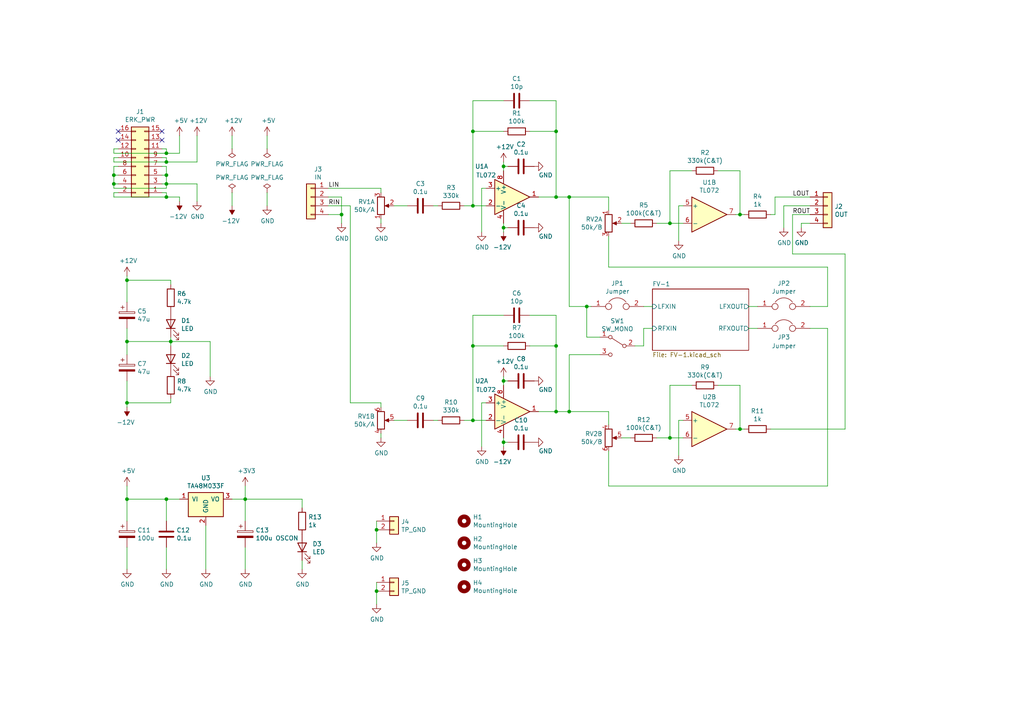
<source format=kicad_sch>
(kicad_sch (version 20211123) (generator eeschema)

  (uuid 842ad938-443e-4b7f-b4c7-1803e69cc854)

  (paper "A4")

  (title_block
    (title "FV01")
    (date "2022-04-25")
    (rev "Ver. 1.0")
    (company "PNPN Manufactory")
  )

  (lib_symbols
    (symbol "Amplifier_Operational:TL072" (pin_names (offset 0.127)) (in_bom yes) (on_board yes)
      (property "Reference" "U" (id 0) (at 0 5.08 0)
        (effects (font (size 1.27 1.27)) (justify left))
      )
      (property "Value" "TL072" (id 1) (at 0 -5.08 0)
        (effects (font (size 1.27 1.27)) (justify left))
      )
      (property "Footprint" "" (id 2) (at 0 0 0)
        (effects (font (size 1.27 1.27)) hide)
      )
      (property "Datasheet" "http://www.ti.com/lit/ds/symlink/tl071.pdf" (id 3) (at 0 0 0)
        (effects (font (size 1.27 1.27)) hide)
      )
      (property "ki_locked" "" (id 4) (at 0 0 0)
        (effects (font (size 1.27 1.27)))
      )
      (property "ki_keywords" "dual opamp" (id 5) (at 0 0 0)
        (effects (font (size 1.27 1.27)) hide)
      )
      (property "ki_description" "Dual Low-Noise JFET-Input Operational Amplifiers, DIP-8/SOIC-8" (id 6) (at 0 0 0)
        (effects (font (size 1.27 1.27)) hide)
      )
      (property "ki_fp_filters" "SOIC*3.9x4.9mm*P1.27mm* DIP*W7.62mm* TO*99* OnSemi*Micro8* TSSOP*3x3mm*P0.65mm* TSSOP*4.4x3mm*P0.65mm* MSOP*3x3mm*P0.65mm* SSOP*3.9x4.9mm*P0.635mm* LFCSP*2x2mm*P0.5mm* *SIP* SOIC*5.3x6.2mm*P1.27mm*" (id 7) (at 0 0 0)
        (effects (font (size 1.27 1.27)) hide)
      )
      (symbol "TL072_1_1"
        (polyline
          (pts
            (xy -5.08 5.08)
            (xy 5.08 0)
            (xy -5.08 -5.08)
            (xy -5.08 5.08)
          )
          (stroke (width 0.254) (type default) (color 0 0 0 0))
          (fill (type background))
        )
        (pin output line (at 7.62 0 180) (length 2.54)
          (name "~" (effects (font (size 1.27 1.27))))
          (number "1" (effects (font (size 1.27 1.27))))
        )
        (pin input line (at -7.62 -2.54 0) (length 2.54)
          (name "-" (effects (font (size 1.27 1.27))))
          (number "2" (effects (font (size 1.27 1.27))))
        )
        (pin input line (at -7.62 2.54 0) (length 2.54)
          (name "+" (effects (font (size 1.27 1.27))))
          (number "3" (effects (font (size 1.27 1.27))))
        )
      )
      (symbol "TL072_2_1"
        (polyline
          (pts
            (xy -5.08 5.08)
            (xy 5.08 0)
            (xy -5.08 -5.08)
            (xy -5.08 5.08)
          )
          (stroke (width 0.254) (type default) (color 0 0 0 0))
          (fill (type background))
        )
        (pin input line (at -7.62 2.54 0) (length 2.54)
          (name "+" (effects (font (size 1.27 1.27))))
          (number "5" (effects (font (size 1.27 1.27))))
        )
        (pin input line (at -7.62 -2.54 0) (length 2.54)
          (name "-" (effects (font (size 1.27 1.27))))
          (number "6" (effects (font (size 1.27 1.27))))
        )
        (pin output line (at 7.62 0 180) (length 2.54)
          (name "~" (effects (font (size 1.27 1.27))))
          (number "7" (effects (font (size 1.27 1.27))))
        )
      )
      (symbol "TL072_3_1"
        (pin power_in line (at -2.54 -7.62 90) (length 3.81)
          (name "V-" (effects (font (size 1.27 1.27))))
          (number "4" (effects (font (size 1.27 1.27))))
        )
        (pin power_in line (at -2.54 7.62 270) (length 3.81)
          (name "V+" (effects (font (size 1.27 1.27))))
          (number "8" (effects (font (size 1.27 1.27))))
        )
      )
    )
    (symbol "Connector_Generic:Conn_01x02" (pin_names (offset 1.016) hide) (in_bom yes) (on_board yes)
      (property "Reference" "J" (id 0) (at 0 2.54 0)
        (effects (font (size 1.27 1.27)))
      )
      (property "Value" "Conn_01x02" (id 1) (at 0 -5.08 0)
        (effects (font (size 1.27 1.27)))
      )
      (property "Footprint" "" (id 2) (at 0 0 0)
        (effects (font (size 1.27 1.27)) hide)
      )
      (property "Datasheet" "~" (id 3) (at 0 0 0)
        (effects (font (size 1.27 1.27)) hide)
      )
      (property "ki_keywords" "connector" (id 4) (at 0 0 0)
        (effects (font (size 1.27 1.27)) hide)
      )
      (property "ki_description" "Generic connector, single row, 01x02, script generated (kicad-library-utils/schlib/autogen/connector/)" (id 5) (at 0 0 0)
        (effects (font (size 1.27 1.27)) hide)
      )
      (property "ki_fp_filters" "Connector*:*_1x??_*" (id 6) (at 0 0 0)
        (effects (font (size 1.27 1.27)) hide)
      )
      (symbol "Conn_01x02_1_1"
        (rectangle (start -1.27 -2.413) (end 0 -2.667)
          (stroke (width 0.1524) (type default) (color 0 0 0 0))
          (fill (type none))
        )
        (rectangle (start -1.27 0.127) (end 0 -0.127)
          (stroke (width 0.1524) (type default) (color 0 0 0 0))
          (fill (type none))
        )
        (rectangle (start -1.27 1.27) (end 1.27 -3.81)
          (stroke (width 0.254) (type default) (color 0 0 0 0))
          (fill (type background))
        )
        (pin passive line (at -5.08 0 0) (length 3.81)
          (name "Pin_1" (effects (font (size 1.27 1.27))))
          (number "1" (effects (font (size 1.27 1.27))))
        )
        (pin passive line (at -5.08 -2.54 0) (length 3.81)
          (name "Pin_2" (effects (font (size 1.27 1.27))))
          (number "2" (effects (font (size 1.27 1.27))))
        )
      )
    )
    (symbol "Connector_Generic:Conn_01x04" (pin_names (offset 1.016) hide) (in_bom yes) (on_board yes)
      (property "Reference" "J" (id 0) (at 0 5.08 0)
        (effects (font (size 1.27 1.27)))
      )
      (property "Value" "Conn_01x04" (id 1) (at 0 -7.62 0)
        (effects (font (size 1.27 1.27)))
      )
      (property "Footprint" "" (id 2) (at 0 0 0)
        (effects (font (size 1.27 1.27)) hide)
      )
      (property "Datasheet" "~" (id 3) (at 0 0 0)
        (effects (font (size 1.27 1.27)) hide)
      )
      (property "ki_keywords" "connector" (id 4) (at 0 0 0)
        (effects (font (size 1.27 1.27)) hide)
      )
      (property "ki_description" "Generic connector, single row, 01x04, script generated (kicad-library-utils/schlib/autogen/connector/)" (id 5) (at 0 0 0)
        (effects (font (size 1.27 1.27)) hide)
      )
      (property "ki_fp_filters" "Connector*:*_1x??_*" (id 6) (at 0 0 0)
        (effects (font (size 1.27 1.27)) hide)
      )
      (symbol "Conn_01x04_1_1"
        (rectangle (start -1.27 -4.953) (end 0 -5.207)
          (stroke (width 0.1524) (type default) (color 0 0 0 0))
          (fill (type none))
        )
        (rectangle (start -1.27 -2.413) (end 0 -2.667)
          (stroke (width 0.1524) (type default) (color 0 0 0 0))
          (fill (type none))
        )
        (rectangle (start -1.27 0.127) (end 0 -0.127)
          (stroke (width 0.1524) (type default) (color 0 0 0 0))
          (fill (type none))
        )
        (rectangle (start -1.27 2.667) (end 0 2.413)
          (stroke (width 0.1524) (type default) (color 0 0 0 0))
          (fill (type none))
        )
        (rectangle (start -1.27 3.81) (end 1.27 -6.35)
          (stroke (width 0.254) (type default) (color 0 0 0 0))
          (fill (type background))
        )
        (pin passive line (at -5.08 2.54 0) (length 3.81)
          (name "Pin_1" (effects (font (size 1.27 1.27))))
          (number "1" (effects (font (size 1.27 1.27))))
        )
        (pin passive line (at -5.08 0 0) (length 3.81)
          (name "Pin_2" (effects (font (size 1.27 1.27))))
          (number "2" (effects (font (size 1.27 1.27))))
        )
        (pin passive line (at -5.08 -2.54 0) (length 3.81)
          (name "Pin_3" (effects (font (size 1.27 1.27))))
          (number "3" (effects (font (size 1.27 1.27))))
        )
        (pin passive line (at -5.08 -5.08 0) (length 3.81)
          (name "Pin_4" (effects (font (size 1.27 1.27))))
          (number "4" (effects (font (size 1.27 1.27))))
        )
      )
    )
    (symbol "Connector_Generic:Conn_02x08_Odd_Even" (pin_names (offset 1.016) hide) (in_bom yes) (on_board yes)
      (property "Reference" "J" (id 0) (at 1.27 10.16 0)
        (effects (font (size 1.27 1.27)))
      )
      (property "Value" "Conn_02x08_Odd_Even" (id 1) (at 1.27 -12.7 0)
        (effects (font (size 1.27 1.27)))
      )
      (property "Footprint" "" (id 2) (at 0 0 0)
        (effects (font (size 1.27 1.27)) hide)
      )
      (property "Datasheet" "~" (id 3) (at 0 0 0)
        (effects (font (size 1.27 1.27)) hide)
      )
      (property "ki_keywords" "connector" (id 4) (at 0 0 0)
        (effects (font (size 1.27 1.27)) hide)
      )
      (property "ki_description" "Generic connector, double row, 02x08, odd/even pin numbering scheme (row 1 odd numbers, row 2 even numbers), script generated (kicad-library-utils/schlib/autogen/connector/)" (id 5) (at 0 0 0)
        (effects (font (size 1.27 1.27)) hide)
      )
      (property "ki_fp_filters" "Connector*:*_2x??_*" (id 6) (at 0 0 0)
        (effects (font (size 1.27 1.27)) hide)
      )
      (symbol "Conn_02x08_Odd_Even_1_1"
        (rectangle (start -1.27 -10.033) (end 0 -10.287)
          (stroke (width 0.1524) (type default) (color 0 0 0 0))
          (fill (type none))
        )
        (rectangle (start -1.27 -7.493) (end 0 -7.747)
          (stroke (width 0.1524) (type default) (color 0 0 0 0))
          (fill (type none))
        )
        (rectangle (start -1.27 -4.953) (end 0 -5.207)
          (stroke (width 0.1524) (type default) (color 0 0 0 0))
          (fill (type none))
        )
        (rectangle (start -1.27 -2.413) (end 0 -2.667)
          (stroke (width 0.1524) (type default) (color 0 0 0 0))
          (fill (type none))
        )
        (rectangle (start -1.27 0.127) (end 0 -0.127)
          (stroke (width 0.1524) (type default) (color 0 0 0 0))
          (fill (type none))
        )
        (rectangle (start -1.27 2.667) (end 0 2.413)
          (stroke (width 0.1524) (type default) (color 0 0 0 0))
          (fill (type none))
        )
        (rectangle (start -1.27 5.207) (end 0 4.953)
          (stroke (width 0.1524) (type default) (color 0 0 0 0))
          (fill (type none))
        )
        (rectangle (start -1.27 7.747) (end 0 7.493)
          (stroke (width 0.1524) (type default) (color 0 0 0 0))
          (fill (type none))
        )
        (rectangle (start -1.27 8.89) (end 3.81 -11.43)
          (stroke (width 0.254) (type default) (color 0 0 0 0))
          (fill (type background))
        )
        (rectangle (start 3.81 -10.033) (end 2.54 -10.287)
          (stroke (width 0.1524) (type default) (color 0 0 0 0))
          (fill (type none))
        )
        (rectangle (start 3.81 -7.493) (end 2.54 -7.747)
          (stroke (width 0.1524) (type default) (color 0 0 0 0))
          (fill (type none))
        )
        (rectangle (start 3.81 -4.953) (end 2.54 -5.207)
          (stroke (width 0.1524) (type default) (color 0 0 0 0))
          (fill (type none))
        )
        (rectangle (start 3.81 -2.413) (end 2.54 -2.667)
          (stroke (width 0.1524) (type default) (color 0 0 0 0))
          (fill (type none))
        )
        (rectangle (start 3.81 0.127) (end 2.54 -0.127)
          (stroke (width 0.1524) (type default) (color 0 0 0 0))
          (fill (type none))
        )
        (rectangle (start 3.81 2.667) (end 2.54 2.413)
          (stroke (width 0.1524) (type default) (color 0 0 0 0))
          (fill (type none))
        )
        (rectangle (start 3.81 5.207) (end 2.54 4.953)
          (stroke (width 0.1524) (type default) (color 0 0 0 0))
          (fill (type none))
        )
        (rectangle (start 3.81 7.747) (end 2.54 7.493)
          (stroke (width 0.1524) (type default) (color 0 0 0 0))
          (fill (type none))
        )
        (pin passive line (at -5.08 7.62 0) (length 3.81)
          (name "Pin_1" (effects (font (size 1.27 1.27))))
          (number "1" (effects (font (size 1.27 1.27))))
        )
        (pin passive line (at 7.62 -2.54 180) (length 3.81)
          (name "Pin_10" (effects (font (size 1.27 1.27))))
          (number "10" (effects (font (size 1.27 1.27))))
        )
        (pin passive line (at -5.08 -5.08 0) (length 3.81)
          (name "Pin_11" (effects (font (size 1.27 1.27))))
          (number "11" (effects (font (size 1.27 1.27))))
        )
        (pin passive line (at 7.62 -5.08 180) (length 3.81)
          (name "Pin_12" (effects (font (size 1.27 1.27))))
          (number "12" (effects (font (size 1.27 1.27))))
        )
        (pin passive line (at -5.08 -7.62 0) (length 3.81)
          (name "Pin_13" (effects (font (size 1.27 1.27))))
          (number "13" (effects (font (size 1.27 1.27))))
        )
        (pin passive line (at 7.62 -7.62 180) (length 3.81)
          (name "Pin_14" (effects (font (size 1.27 1.27))))
          (number "14" (effects (font (size 1.27 1.27))))
        )
        (pin passive line (at -5.08 -10.16 0) (length 3.81)
          (name "Pin_15" (effects (font (size 1.27 1.27))))
          (number "15" (effects (font (size 1.27 1.27))))
        )
        (pin passive line (at 7.62 -10.16 180) (length 3.81)
          (name "Pin_16" (effects (font (size 1.27 1.27))))
          (number "16" (effects (font (size 1.27 1.27))))
        )
        (pin passive line (at 7.62 7.62 180) (length 3.81)
          (name "Pin_2" (effects (font (size 1.27 1.27))))
          (number "2" (effects (font (size 1.27 1.27))))
        )
        (pin passive line (at -5.08 5.08 0) (length 3.81)
          (name "Pin_3" (effects (font (size 1.27 1.27))))
          (number "3" (effects (font (size 1.27 1.27))))
        )
        (pin passive line (at 7.62 5.08 180) (length 3.81)
          (name "Pin_4" (effects (font (size 1.27 1.27))))
          (number "4" (effects (font (size 1.27 1.27))))
        )
        (pin passive line (at -5.08 2.54 0) (length 3.81)
          (name "Pin_5" (effects (font (size 1.27 1.27))))
          (number "5" (effects (font (size 1.27 1.27))))
        )
        (pin passive line (at 7.62 2.54 180) (length 3.81)
          (name "Pin_6" (effects (font (size 1.27 1.27))))
          (number "6" (effects (font (size 1.27 1.27))))
        )
        (pin passive line (at -5.08 0 0) (length 3.81)
          (name "Pin_7" (effects (font (size 1.27 1.27))))
          (number "7" (effects (font (size 1.27 1.27))))
        )
        (pin passive line (at 7.62 0 180) (length 3.81)
          (name "Pin_8" (effects (font (size 1.27 1.27))))
          (number "8" (effects (font (size 1.27 1.27))))
        )
        (pin passive line (at -5.08 -2.54 0) (length 3.81)
          (name "Pin_9" (effects (font (size 1.27 1.27))))
          (number "9" (effects (font (size 1.27 1.27))))
        )
      )
    )
    (symbol "Device:C" (pin_numbers hide) (pin_names (offset 0.254)) (in_bom yes) (on_board yes)
      (property "Reference" "C" (id 0) (at 0.635 2.54 0)
        (effects (font (size 1.27 1.27)) (justify left))
      )
      (property "Value" "C" (id 1) (at 0.635 -2.54 0)
        (effects (font (size 1.27 1.27)) (justify left))
      )
      (property "Footprint" "" (id 2) (at 0.9652 -3.81 0)
        (effects (font (size 1.27 1.27)) hide)
      )
      (property "Datasheet" "~" (id 3) (at 0 0 0)
        (effects (font (size 1.27 1.27)) hide)
      )
      (property "ki_keywords" "cap capacitor" (id 4) (at 0 0 0)
        (effects (font (size 1.27 1.27)) hide)
      )
      (property "ki_description" "Unpolarized capacitor" (id 5) (at 0 0 0)
        (effects (font (size 1.27 1.27)) hide)
      )
      (property "ki_fp_filters" "C_*" (id 6) (at 0 0 0)
        (effects (font (size 1.27 1.27)) hide)
      )
      (symbol "C_0_1"
        (polyline
          (pts
            (xy -2.032 -0.762)
            (xy 2.032 -0.762)
          )
          (stroke (width 0.508) (type default) (color 0 0 0 0))
          (fill (type none))
        )
        (polyline
          (pts
            (xy -2.032 0.762)
            (xy 2.032 0.762)
          )
          (stroke (width 0.508) (type default) (color 0 0 0 0))
          (fill (type none))
        )
      )
      (symbol "C_1_1"
        (pin passive line (at 0 3.81 270) (length 2.794)
          (name "~" (effects (font (size 1.27 1.27))))
          (number "1" (effects (font (size 1.27 1.27))))
        )
        (pin passive line (at 0 -3.81 90) (length 2.794)
          (name "~" (effects (font (size 1.27 1.27))))
          (number "2" (effects (font (size 1.27 1.27))))
        )
      )
    )
    (symbol "Device:LED" (pin_numbers hide) (pin_names (offset 1.016) hide) (in_bom yes) (on_board yes)
      (property "Reference" "D" (id 0) (at 0 2.54 0)
        (effects (font (size 1.27 1.27)))
      )
      (property "Value" "LED" (id 1) (at 0 -2.54 0)
        (effects (font (size 1.27 1.27)))
      )
      (property "Footprint" "" (id 2) (at 0 0 0)
        (effects (font (size 1.27 1.27)) hide)
      )
      (property "Datasheet" "~" (id 3) (at 0 0 0)
        (effects (font (size 1.27 1.27)) hide)
      )
      (property "ki_keywords" "LED diode" (id 4) (at 0 0 0)
        (effects (font (size 1.27 1.27)) hide)
      )
      (property "ki_description" "Light emitting diode" (id 5) (at 0 0 0)
        (effects (font (size 1.27 1.27)) hide)
      )
      (property "ki_fp_filters" "LED* LED_SMD:* LED_THT:*" (id 6) (at 0 0 0)
        (effects (font (size 1.27 1.27)) hide)
      )
      (symbol "LED_0_1"
        (polyline
          (pts
            (xy -1.27 -1.27)
            (xy -1.27 1.27)
          )
          (stroke (width 0.254) (type default) (color 0 0 0 0))
          (fill (type none))
        )
        (polyline
          (pts
            (xy -1.27 0)
            (xy 1.27 0)
          )
          (stroke (width 0) (type default) (color 0 0 0 0))
          (fill (type none))
        )
        (polyline
          (pts
            (xy 1.27 -1.27)
            (xy 1.27 1.27)
            (xy -1.27 0)
            (xy 1.27 -1.27)
          )
          (stroke (width 0.254) (type default) (color 0 0 0 0))
          (fill (type none))
        )
        (polyline
          (pts
            (xy -3.048 -0.762)
            (xy -4.572 -2.286)
            (xy -3.81 -2.286)
            (xy -4.572 -2.286)
            (xy -4.572 -1.524)
          )
          (stroke (width 0) (type default) (color 0 0 0 0))
          (fill (type none))
        )
        (polyline
          (pts
            (xy -1.778 -0.762)
            (xy -3.302 -2.286)
            (xy -2.54 -2.286)
            (xy -3.302 -2.286)
            (xy -3.302 -1.524)
          )
          (stroke (width 0) (type default) (color 0 0 0 0))
          (fill (type none))
        )
      )
      (symbol "LED_1_1"
        (pin passive line (at -3.81 0 0) (length 2.54)
          (name "K" (effects (font (size 1.27 1.27))))
          (number "1" (effects (font (size 1.27 1.27))))
        )
        (pin passive line (at 3.81 0 180) (length 2.54)
          (name "A" (effects (font (size 1.27 1.27))))
          (number "2" (effects (font (size 1.27 1.27))))
        )
      )
    )
    (symbol "Device:R" (pin_numbers hide) (pin_names (offset 0)) (in_bom yes) (on_board yes)
      (property "Reference" "R" (id 0) (at 2.032 0 90)
        (effects (font (size 1.27 1.27)))
      )
      (property "Value" "R" (id 1) (at 0 0 90)
        (effects (font (size 1.27 1.27)))
      )
      (property "Footprint" "" (id 2) (at -1.778 0 90)
        (effects (font (size 1.27 1.27)) hide)
      )
      (property "Datasheet" "~" (id 3) (at 0 0 0)
        (effects (font (size 1.27 1.27)) hide)
      )
      (property "ki_keywords" "R res resistor" (id 4) (at 0 0 0)
        (effects (font (size 1.27 1.27)) hide)
      )
      (property "ki_description" "Resistor" (id 5) (at 0 0 0)
        (effects (font (size 1.27 1.27)) hide)
      )
      (property "ki_fp_filters" "R_*" (id 6) (at 0 0 0)
        (effects (font (size 1.27 1.27)) hide)
      )
      (symbol "R_0_1"
        (rectangle (start -1.016 -2.54) (end 1.016 2.54)
          (stroke (width 0.254) (type default) (color 0 0 0 0))
          (fill (type none))
        )
      )
      (symbol "R_1_1"
        (pin passive line (at 0 3.81 270) (length 1.27)
          (name "~" (effects (font (size 1.27 1.27))))
          (number "1" (effects (font (size 1.27 1.27))))
        )
        (pin passive line (at 0 -3.81 90) (length 1.27)
          (name "~" (effects (font (size 1.27 1.27))))
          (number "2" (effects (font (size 1.27 1.27))))
        )
      )
    )
    (symbol "FV01-rescue:CP-Device" (pin_numbers hide) (pin_names (offset 0.254)) (in_bom yes) (on_board yes)
      (property "Reference" "C" (id 0) (at 0.635 2.54 0)
        (effects (font (size 1.27 1.27)) (justify left))
      )
      (property "Value" "CP-Device" (id 1) (at 0.635 -2.54 0)
        (effects (font (size 1.27 1.27)) (justify left))
      )
      (property "Footprint" "" (id 2) (at 0.9652 -3.81 0)
        (effects (font (size 1.27 1.27)) hide)
      )
      (property "Datasheet" "" (id 3) (at 0 0 0)
        (effects (font (size 1.27 1.27)) hide)
      )
      (property "ki_fp_filters" "CP_*" (id 4) (at 0 0 0)
        (effects (font (size 1.27 1.27)) hide)
      )
      (symbol "CP-Device_0_1"
        (rectangle (start -2.286 0.508) (end 2.286 1.016)
          (stroke (width 0) (type default) (color 0 0 0 0))
          (fill (type none))
        )
        (polyline
          (pts
            (xy -1.778 2.286)
            (xy -0.762 2.286)
          )
          (stroke (width 0) (type default) (color 0 0 0 0))
          (fill (type none))
        )
        (polyline
          (pts
            (xy -1.27 2.794)
            (xy -1.27 1.778)
          )
          (stroke (width 0) (type default) (color 0 0 0 0))
          (fill (type none))
        )
        (rectangle (start 2.286 -0.508) (end -2.286 -1.016)
          (stroke (width 0) (type default) (color 0 0 0 0))
          (fill (type outline))
        )
      )
      (symbol "CP-Device_1_1"
        (pin passive line (at 0 3.81 270) (length 2.794)
          (name "~" (effects (font (size 1.27 1.27))))
          (number "1" (effects (font (size 1.27 1.27))))
        )
        (pin passive line (at 0 -3.81 90) (length 2.794)
          (name "~" (effects (font (size 1.27 1.27))))
          (number "2" (effects (font (size 1.27 1.27))))
        )
      )
    )
    (symbol "FV01-rescue:Jumper-Device" (pin_names (offset 0.762) hide) (in_bom yes) (on_board yes)
      (property "Reference" "JP" (id 0) (at 0 3.81 0)
        (effects (font (size 1.27 1.27)))
      )
      (property "Value" "Jumper-Device" (id 1) (at 0 -2.032 0)
        (effects (font (size 1.27 1.27)))
      )
      (property "Footprint" "" (id 2) (at 0 0 0)
        (effects (font (size 1.27 1.27)) hide)
      )
      (property "Datasheet" "" (id 3) (at 0 0 0)
        (effects (font (size 1.27 1.27)) hide)
      )
      (property "ki_fp_filters" "SolderJumper* Jumper* TestPoint*2Pads* TestPoint*Bridge*" (id 4) (at 0 0 0)
        (effects (font (size 1.27 1.27)) hide)
      )
      (symbol "Jumper-Device_0_1"
        (circle (center -2.54 0) (radius 0.889)
          (stroke (width 0) (type default) (color 0 0 0 0))
          (fill (type none))
        )
        (arc (start 2.5146 1.27) (mid 0.0078 2.5097) (end -2.4892 1.27)
          (stroke (width 0) (type default) (color 0 0 0 0))
          (fill (type none))
        )
        (circle (center 2.54 0) (radius 0.889)
          (stroke (width 0) (type default) (color 0 0 0 0))
          (fill (type none))
        )
        (pin passive line (at -7.62 0 0) (length 4.191)
          (name "1" (effects (font (size 1.27 1.27))))
          (number "1" (effects (font (size 1.27 1.27))))
        )
        (pin passive line (at 7.62 0 180) (length 4.191)
          (name "2" (effects (font (size 1.27 1.27))))
          (number "2" (effects (font (size 1.27 1.27))))
        )
      )
    )
    (symbol "FV01-rescue:R_POT_Dual_Separate-Device" (pin_names (offset 1.016) hide) (in_bom yes) (on_board yes)
      (property "Reference" "RV" (id 0) (at -4.445 0 90)
        (effects (font (size 1.27 1.27)))
      )
      (property "Value" "R_POT_Dual_Separate-Device" (id 1) (at -2.54 0 90)
        (effects (font (size 1.27 1.27)))
      )
      (property "Footprint" "" (id 2) (at 0 0 0)
        (effects (font (size 1.27 1.27)) hide)
      )
      (property "Datasheet" "" (id 3) (at 0 0 0)
        (effects (font (size 1.27 1.27)) hide)
      )
      (property "ki_fp_filters" "Potentiometer*" (id 4) (at 0 0 0)
        (effects (font (size 1.27 1.27)) hide)
      )
      (symbol "R_POT_Dual_Separate-Device_0_1"
        (polyline
          (pts
            (xy 2.54 0)
            (xy 1.524 0)
          )
          (stroke (width 0) (type default) (color 0 0 0 0))
          (fill (type none))
        )
        (polyline
          (pts
            (xy 1.143 0)
            (xy 2.286 0.508)
            (xy 2.286 -0.508)
            (xy 1.143 0)
          )
          (stroke (width 0) (type default) (color 0 0 0 0))
          (fill (type outline))
        )
        (rectangle (start 1.016 2.54) (end -1.016 -2.54)
          (stroke (width 0.254) (type default) (color 0 0 0 0))
          (fill (type none))
        )
      )
      (symbol "R_POT_Dual_Separate-Device_1_1"
        (pin passive line (at 0 3.81 270) (length 1.27)
          (name "1" (effects (font (size 1.27 1.27))))
          (number "1" (effects (font (size 1.27 1.27))))
        )
        (pin passive line (at 3.81 0 180) (length 1.27)
          (name "2" (effects (font (size 1.27 1.27))))
          (number "2" (effects (font (size 1.27 1.27))))
        )
        (pin passive line (at 0 -3.81 90) (length 1.27)
          (name "3" (effects (font (size 1.27 1.27))))
          (number "3" (effects (font (size 1.27 1.27))))
        )
      )
      (symbol "R_POT_Dual_Separate-Device_2_1"
        (pin passive line (at 0 3.81 270) (length 1.27)
          (name "4" (effects (font (size 1.27 1.27))))
          (number "4" (effects (font (size 1.27 1.27))))
        )
        (pin passive line (at 3.81 0 180) (length 1.27)
          (name "5" (effects (font (size 1.27 1.27))))
          (number "5" (effects (font (size 1.27 1.27))))
        )
        (pin passive line (at 0 -3.81 90) (length 1.27)
          (name "6" (effects (font (size 1.27 1.27))))
          (number "6" (effects (font (size 1.27 1.27))))
        )
      )
    )
    (symbol "FV01-rescue:TA48M033F-My_Device" (pin_names (offset 1.016)) (in_bom yes) (on_board yes)
      (property "Reference" "U" (id 0) (at -5.08 7.62 0)
        (effects (font (size 1.27 1.27)))
      )
      (property "Value" "TA48M033F-My_Device" (id 1) (at 0 5.08 0)
        (effects (font (size 1.27 1.27)))
      )
      (property "Footprint" "" (id 2) (at 0 5.08 0)
        (effects (font (size 1.27 1.27)) hide)
      )
      (property "Datasheet" "" (id 3) (at 0 5.08 0)
        (effects (font (size 1.27 1.27)) hide)
      )
      (symbol "TA48M033F-My_Device_1_1"
        (rectangle (start -5.08 3.175) (end 5.08 -3.81)
          (stroke (width 0.254) (type default) (color 0 0 0 0))
          (fill (type background))
        )
        (pin power_in line (at -7.62 1.27 0) (length 2.54)
          (name "VI" (effects (font (size 1.27 1.27))))
          (number "1" (effects (font (size 1.27 1.27))))
        )
        (pin power_in line (at 0 -6.35 90) (length 2.54)
          (name "GND" (effects (font (size 1.27 1.27))))
          (number "2" (effects (font (size 1.27 1.27))))
        )
        (pin power_out line (at 7.62 1.27 180) (length 2.54)
          (name "VO" (effects (font (size 1.27 1.27))))
          (number "3" (effects (font (size 1.27 1.27))))
        )
      )
    )
    (symbol "Mechanical:MountingHole" (pin_names (offset 1.016)) (in_bom yes) (on_board yes)
      (property "Reference" "H" (id 0) (at 0 5.08 0)
        (effects (font (size 1.27 1.27)))
      )
      (property "Value" "MountingHole" (id 1) (at 0 3.175 0)
        (effects (font (size 1.27 1.27)))
      )
      (property "Footprint" "" (id 2) (at 0 0 0)
        (effects (font (size 1.27 1.27)) hide)
      )
      (property "Datasheet" "~" (id 3) (at 0 0 0)
        (effects (font (size 1.27 1.27)) hide)
      )
      (property "ki_keywords" "mounting hole" (id 4) (at 0 0 0)
        (effects (font (size 1.27 1.27)) hide)
      )
      (property "ki_description" "Mounting Hole without connection" (id 5) (at 0 0 0)
        (effects (font (size 1.27 1.27)) hide)
      )
      (property "ki_fp_filters" "MountingHole*" (id 6) (at 0 0 0)
        (effects (font (size 1.27 1.27)) hide)
      )
      (symbol "MountingHole_0_1"
        (circle (center 0 0) (radius 1.27)
          (stroke (width 1.27) (type default) (color 0 0 0 0))
          (fill (type none))
        )
      )
    )
    (symbol "Switch:SW_SPDT" (pin_names (offset 0) hide) (in_bom yes) (on_board yes)
      (property "Reference" "SW" (id 0) (at 0 4.318 0)
        (effects (font (size 1.27 1.27)))
      )
      (property "Value" "SW_SPDT" (id 1) (at 0 -5.08 0)
        (effects (font (size 1.27 1.27)))
      )
      (property "Footprint" "" (id 2) (at 0 0 0)
        (effects (font (size 1.27 1.27)) hide)
      )
      (property "Datasheet" "~" (id 3) (at 0 0 0)
        (effects (font (size 1.27 1.27)) hide)
      )
      (property "ki_keywords" "switch single-pole double-throw spdt ON-ON" (id 4) (at 0 0 0)
        (effects (font (size 1.27 1.27)) hide)
      )
      (property "ki_description" "Switch, single pole double throw" (id 5) (at 0 0 0)
        (effects (font (size 1.27 1.27)) hide)
      )
      (symbol "SW_SPDT_0_0"
        (circle (center -2.032 0) (radius 0.508)
          (stroke (width 0) (type default) (color 0 0 0 0))
          (fill (type none))
        )
        (circle (center 2.032 -2.54) (radius 0.508)
          (stroke (width 0) (type default) (color 0 0 0 0))
          (fill (type none))
        )
      )
      (symbol "SW_SPDT_0_1"
        (polyline
          (pts
            (xy -1.524 0.254)
            (xy 1.651 2.286)
          )
          (stroke (width 0) (type default) (color 0 0 0 0))
          (fill (type none))
        )
        (circle (center 2.032 2.54) (radius 0.508)
          (stroke (width 0) (type default) (color 0 0 0 0))
          (fill (type none))
        )
      )
      (symbol "SW_SPDT_1_1"
        (pin passive line (at 5.08 2.54 180) (length 2.54)
          (name "A" (effects (font (size 1.27 1.27))))
          (number "1" (effects (font (size 1.27 1.27))))
        )
        (pin passive line (at -5.08 0 0) (length 2.54)
          (name "B" (effects (font (size 1.27 1.27))))
          (number "2" (effects (font (size 1.27 1.27))))
        )
        (pin passive line (at 5.08 -2.54 180) (length 2.54)
          (name "C" (effects (font (size 1.27 1.27))))
          (number "3" (effects (font (size 1.27 1.27))))
        )
      )
    )
    (symbol "power:+12V" (power) (pin_names (offset 0)) (in_bom yes) (on_board yes)
      (property "Reference" "#PWR" (id 0) (at 0 -3.81 0)
        (effects (font (size 1.27 1.27)) hide)
      )
      (property "Value" "+12V" (id 1) (at 0 3.556 0)
        (effects (font (size 1.27 1.27)))
      )
      (property "Footprint" "" (id 2) (at 0 0 0)
        (effects (font (size 1.27 1.27)) hide)
      )
      (property "Datasheet" "" (id 3) (at 0 0 0)
        (effects (font (size 1.27 1.27)) hide)
      )
      (property "ki_keywords" "power-flag" (id 4) (at 0 0 0)
        (effects (font (size 1.27 1.27)) hide)
      )
      (property "ki_description" "Power symbol creates a global label with name \"+12V\"" (id 5) (at 0 0 0)
        (effects (font (size 1.27 1.27)) hide)
      )
      (symbol "+12V_0_1"
        (polyline
          (pts
            (xy -0.762 1.27)
            (xy 0 2.54)
          )
          (stroke (width 0) (type default) (color 0 0 0 0))
          (fill (type none))
        )
        (polyline
          (pts
            (xy 0 0)
            (xy 0 2.54)
          )
          (stroke (width 0) (type default) (color 0 0 0 0))
          (fill (type none))
        )
        (polyline
          (pts
            (xy 0 2.54)
            (xy 0.762 1.27)
          )
          (stroke (width 0) (type default) (color 0 0 0 0))
          (fill (type none))
        )
      )
      (symbol "+12V_1_1"
        (pin power_in line (at 0 0 90) (length 0) hide
          (name "+12V" (effects (font (size 1.27 1.27))))
          (number "1" (effects (font (size 1.27 1.27))))
        )
      )
    )
    (symbol "power:+3V3" (power) (pin_names (offset 0)) (in_bom yes) (on_board yes)
      (property "Reference" "#PWR" (id 0) (at 0 -3.81 0)
        (effects (font (size 1.27 1.27)) hide)
      )
      (property "Value" "+3V3" (id 1) (at 0 3.556 0)
        (effects (font (size 1.27 1.27)))
      )
      (property "Footprint" "" (id 2) (at 0 0 0)
        (effects (font (size 1.27 1.27)) hide)
      )
      (property "Datasheet" "" (id 3) (at 0 0 0)
        (effects (font (size 1.27 1.27)) hide)
      )
      (property "ki_keywords" "power-flag" (id 4) (at 0 0 0)
        (effects (font (size 1.27 1.27)) hide)
      )
      (property "ki_description" "Power symbol creates a global label with name \"+3V3\"" (id 5) (at 0 0 0)
        (effects (font (size 1.27 1.27)) hide)
      )
      (symbol "+3V3_0_1"
        (polyline
          (pts
            (xy -0.762 1.27)
            (xy 0 2.54)
          )
          (stroke (width 0) (type default) (color 0 0 0 0))
          (fill (type none))
        )
        (polyline
          (pts
            (xy 0 0)
            (xy 0 2.54)
          )
          (stroke (width 0) (type default) (color 0 0 0 0))
          (fill (type none))
        )
        (polyline
          (pts
            (xy 0 2.54)
            (xy 0.762 1.27)
          )
          (stroke (width 0) (type default) (color 0 0 0 0))
          (fill (type none))
        )
      )
      (symbol "+3V3_1_1"
        (pin power_in line (at 0 0 90) (length 0) hide
          (name "+3V3" (effects (font (size 1.27 1.27))))
          (number "1" (effects (font (size 1.27 1.27))))
        )
      )
    )
    (symbol "power:+5V" (power) (pin_names (offset 0)) (in_bom yes) (on_board yes)
      (property "Reference" "#PWR" (id 0) (at 0 -3.81 0)
        (effects (font (size 1.27 1.27)) hide)
      )
      (property "Value" "+5V" (id 1) (at 0 3.556 0)
        (effects (font (size 1.27 1.27)))
      )
      (property "Footprint" "" (id 2) (at 0 0 0)
        (effects (font (size 1.27 1.27)) hide)
      )
      (property "Datasheet" "" (id 3) (at 0 0 0)
        (effects (font (size 1.27 1.27)) hide)
      )
      (property "ki_keywords" "power-flag" (id 4) (at 0 0 0)
        (effects (font (size 1.27 1.27)) hide)
      )
      (property "ki_description" "Power symbol creates a global label with name \"+5V\"" (id 5) (at 0 0 0)
        (effects (font (size 1.27 1.27)) hide)
      )
      (symbol "+5V_0_1"
        (polyline
          (pts
            (xy -0.762 1.27)
            (xy 0 2.54)
          )
          (stroke (width 0) (type default) (color 0 0 0 0))
          (fill (type none))
        )
        (polyline
          (pts
            (xy 0 0)
            (xy 0 2.54)
          )
          (stroke (width 0) (type default) (color 0 0 0 0))
          (fill (type none))
        )
        (polyline
          (pts
            (xy 0 2.54)
            (xy 0.762 1.27)
          )
          (stroke (width 0) (type default) (color 0 0 0 0))
          (fill (type none))
        )
      )
      (symbol "+5V_1_1"
        (pin power_in line (at 0 0 90) (length 0) hide
          (name "+5V" (effects (font (size 1.27 1.27))))
          (number "1" (effects (font (size 1.27 1.27))))
        )
      )
    )
    (symbol "power:-12V" (power) (pin_names (offset 0)) (in_bom yes) (on_board yes)
      (property "Reference" "#PWR" (id 0) (at 0 2.54 0)
        (effects (font (size 1.27 1.27)) hide)
      )
      (property "Value" "-12V" (id 1) (at 0 3.81 0)
        (effects (font (size 1.27 1.27)))
      )
      (property "Footprint" "" (id 2) (at 0 0 0)
        (effects (font (size 1.27 1.27)) hide)
      )
      (property "Datasheet" "" (id 3) (at 0 0 0)
        (effects (font (size 1.27 1.27)) hide)
      )
      (property "ki_keywords" "power-flag" (id 4) (at 0 0 0)
        (effects (font (size 1.27 1.27)) hide)
      )
      (property "ki_description" "Power symbol creates a global label with name \"-12V\"" (id 5) (at 0 0 0)
        (effects (font (size 1.27 1.27)) hide)
      )
      (symbol "-12V_0_0"
        (pin power_in line (at 0 0 90) (length 0) hide
          (name "-12V" (effects (font (size 1.27 1.27))))
          (number "1" (effects (font (size 1.27 1.27))))
        )
      )
      (symbol "-12V_0_1"
        (polyline
          (pts
            (xy 0 0)
            (xy 0 1.27)
            (xy 0.762 1.27)
            (xy 0 2.54)
            (xy -0.762 1.27)
            (xy 0 1.27)
          )
          (stroke (width 0) (type default) (color 0 0 0 0))
          (fill (type outline))
        )
      )
    )
    (symbol "power:GND" (power) (pin_names (offset 0)) (in_bom yes) (on_board yes)
      (property "Reference" "#PWR" (id 0) (at 0 -6.35 0)
        (effects (font (size 1.27 1.27)) hide)
      )
      (property "Value" "GND" (id 1) (at 0 -3.81 0)
        (effects (font (size 1.27 1.27)))
      )
      (property "Footprint" "" (id 2) (at 0 0 0)
        (effects (font (size 1.27 1.27)) hide)
      )
      (property "Datasheet" "" (id 3) (at 0 0 0)
        (effects (font (size 1.27 1.27)) hide)
      )
      (property "ki_keywords" "power-flag" (id 4) (at 0 0 0)
        (effects (font (size 1.27 1.27)) hide)
      )
      (property "ki_description" "Power symbol creates a global label with name \"GND\" , ground" (id 5) (at 0 0 0)
        (effects (font (size 1.27 1.27)) hide)
      )
      (symbol "GND_0_1"
        (polyline
          (pts
            (xy 0 0)
            (xy 0 -1.27)
            (xy 1.27 -1.27)
            (xy 0 -2.54)
            (xy -1.27 -1.27)
            (xy 0 -1.27)
          )
          (stroke (width 0) (type default) (color 0 0 0 0))
          (fill (type none))
        )
      )
      (symbol "GND_1_1"
        (pin power_in line (at 0 0 270) (length 0) hide
          (name "GND" (effects (font (size 1.27 1.27))))
          (number "1" (effects (font (size 1.27 1.27))))
        )
      )
    )
    (symbol "power:PWR_FLAG" (power) (pin_numbers hide) (pin_names (offset 0) hide) (in_bom yes) (on_board yes)
      (property "Reference" "#FLG" (id 0) (at 0 1.905 0)
        (effects (font (size 1.27 1.27)) hide)
      )
      (property "Value" "PWR_FLAG" (id 1) (at 0 3.81 0)
        (effects (font (size 1.27 1.27)))
      )
      (property "Footprint" "" (id 2) (at 0 0 0)
        (effects (font (size 1.27 1.27)) hide)
      )
      (property "Datasheet" "~" (id 3) (at 0 0 0)
        (effects (font (size 1.27 1.27)) hide)
      )
      (property "ki_keywords" "power-flag" (id 4) (at 0 0 0)
        (effects (font (size 1.27 1.27)) hide)
      )
      (property "ki_description" "Special symbol for telling ERC where power comes from" (id 5) (at 0 0 0)
        (effects (font (size 1.27 1.27)) hide)
      )
      (symbol "PWR_FLAG_0_0"
        (pin power_out line (at 0 0 90) (length 0)
          (name "pwr" (effects (font (size 1.27 1.27))))
          (number "1" (effects (font (size 1.27 1.27))))
        )
      )
      (symbol "PWR_FLAG_0_1"
        (polyline
          (pts
            (xy 0 0)
            (xy 0 1.27)
            (xy -1.016 1.905)
            (xy 0 2.54)
            (xy 1.016 1.905)
            (xy 0 1.27)
          )
          (stroke (width 0) (type default) (color 0 0 0 0))
          (fill (type none))
        )
      )
    )
  )

  (junction (at 194.31 64.77) (diameter 0) (color 0 0 0 0)
    (uuid 006ae7d5-9887-4377-b554-89ba0da4d2f8)
  )
  (junction (at 109.22 171.45) (diameter 0) (color 0 0 0 0)
    (uuid 0a0ecdac-21a7-4dda-931a-c18c88d7ee11)
  )
  (junction (at 71.12 144.78) (diameter 0) (color 0 0 0 0)
    (uuid 11079748-ed06-4c4b-9be6-2bcb5ee410de)
  )
  (junction (at 36.83 99.06) (diameter 0) (color 0 0 0 0)
    (uuid 16241c72-8215-4fe3-a398-b031e1e176b1)
  )
  (junction (at 137.16 59.69) (diameter 0) (color 0 0 0 0)
    (uuid 1ac74377-3372-4991-bf5f-939470196200)
  )
  (junction (at 214.63 124.46) (diameter 0) (color 0 0 0 0)
    (uuid 1e90cb2d-e834-4539-9113-a0051fbe1dab)
  )
  (junction (at 161.29 57.15) (diameter 0) (color 0 0 0 0)
    (uuid 2bbe796b-f84f-41b1-b785-904598cf78ce)
  )
  (junction (at 36.83 81.28) (diameter 0) (color 0 0 0 0)
    (uuid 2fe37e02-a951-42fe-a52a-cb4f08f43c3f)
  )
  (junction (at 146.05 48.26) (diameter 0) (color 0 0 0 0)
    (uuid 303a5a7a-d9a4-4dfd-8dbf-b8ee3200ef57)
  )
  (junction (at 48.26 46.99) (diameter 0) (color 0 0 0 0)
    (uuid 31c0cc45-1fb0-4adb-87f5-7020b4e58748)
  )
  (junction (at 161.29 100.33) (diameter 0) (color 0 0 0 0)
    (uuid 3a820cb5-d802-4445-9488-51457baa057e)
  )
  (junction (at 146.05 66.04) (diameter 0) (color 0 0 0 0)
    (uuid 5b4af5c1-213b-4a43-b5cf-e4a6a758991a)
  )
  (junction (at 48.26 144.78) (diameter 0) (color 0 0 0 0)
    (uuid 628c0e94-f652-4e2c-ba32-265618484d74)
  )
  (junction (at 161.29 38.1) (diameter 0) (color 0 0 0 0)
    (uuid 63f71c4f-0252-4847-b520-0816f8fe5312)
  )
  (junction (at 48.26 57.15) (diameter 0) (color 0 0 0 0)
    (uuid 70443f18-d771-4f60-82a0-c03b1b40ba06)
  )
  (junction (at 146.05 128.27) (diameter 0) (color 0 0 0 0)
    (uuid 7efe75d0-c89b-4981-bfce-91885f90e5fb)
  )
  (junction (at 36.83 144.78) (diameter 0) (color 0 0 0 0)
    (uuid 84e1e1d1-756d-437d-b257-13da5c891601)
  )
  (junction (at 170.18 88.9) (diameter 0) (color 0 0 0 0)
    (uuid 8f2ee0c4-a353-4d0f-bd44-d2eca798803d)
  )
  (junction (at 33.02 53.34) (diameter 0) (color 0 0 0 0)
    (uuid 94c425e4-5544-463a-9d35-7f99f656cddb)
  )
  (junction (at 109.22 153.67) (diameter 0) (color 0 0 0 0)
    (uuid 95d6e539-6d7c-41a4-a640-ed78a684365e)
  )
  (junction (at 48.26 50.8) (diameter 0) (color 0 0 0 0)
    (uuid 9bf132d6-deb4-46e6-bbf1-c4e51159cc43)
  )
  (junction (at 48.26 53.34) (diameter 0) (color 0 0 0 0)
    (uuid a46e4c78-c819-4255-9ec5-f5e9a5e22c7b)
  )
  (junction (at 137.16 121.92) (diameter 0) (color 0 0 0 0)
    (uuid a58e3589-7651-4543-8486-a5672926eea2)
  )
  (junction (at 165.1 119.38) (diameter 0) (color 0 0 0 0)
    (uuid b1d4ebfb-a82f-4b29-84cc-8d4d8f7bc626)
  )
  (junction (at 146.05 110.49) (diameter 0) (color 0 0 0 0)
    (uuid ba5645d6-f665-4689-9a0a-4d9143614d38)
  )
  (junction (at 165.1 57.15) (diameter 0) (color 0 0 0 0)
    (uuid bcad85bd-beb6-44db-b514-fb318f718973)
  )
  (junction (at 99.06 62.23) (diameter 0) (color 0 0 0 0)
    (uuid bfc8a586-2651-42dc-ae86-c039d9edc5ae)
  )
  (junction (at 161.29 119.38) (diameter 0) (color 0 0 0 0)
    (uuid c500648c-899f-4af5-959f-ded3e6eca8b2)
  )
  (junction (at 49.53 99.06) (diameter 0) (color 0 0 0 0)
    (uuid c5ffb1fa-acb2-474c-9c50-a2123ccca3b7)
  )
  (junction (at 194.31 127) (diameter 0) (color 0 0 0 0)
    (uuid ce15253e-bd62-4d07-8c5f-2f81b2be494b)
  )
  (junction (at 48.26 44.45) (diameter 0) (color 0 0 0 0)
    (uuid ce497273-1533-4626-8d46-1d2f16abe143)
  )
  (junction (at 33.02 50.8) (diameter 0) (color 0 0 0 0)
    (uuid d0e425ac-a186-48b6-a8b2-d93cea2a4cc0)
  )
  (junction (at 137.16 100.33) (diameter 0) (color 0 0 0 0)
    (uuid df61fbac-65c3-4406-922a-d064e3be1fee)
  )
  (junction (at 214.63 62.23) (diameter 0) (color 0 0 0 0)
    (uuid ec336058-fc4c-4e2c-8f60-0e4ba22ce466)
  )
  (junction (at 137.16 38.1) (diameter 0) (color 0 0 0 0)
    (uuid fc97a725-b64f-4c92-9db2-38e3b7c91d73)
  )
  (junction (at 36.83 116.84) (diameter 0) (color 0 0 0 0)
    (uuid fe904c55-63d4-4f58-97ab-2e52c9aa530a)
  )

  (no_connect (at 46.99 40.64) (uuid 04c34985-7a1c-480e-a92a-64f6f8931864))
  (no_connect (at 34.29 38.1) (uuid 8b5d1380-2e7a-439c-a941-4adccfff3ac0))
  (no_connect (at 46.99 38.1) (uuid 92ba926c-5280-4eb4-971b-38ecd2914d02))
  (no_connect (at 34.29 40.64) (uuid b3bac353-943e-4f36-9179-ae105818e4e0))

  (wire (pts (xy 36.83 140.97) (xy 36.83 144.78))
    (stroke (width 0) (type default) (color 0 0 0 0))
    (uuid 02353145-9a7e-4172-97f2-552920e49251)
  )
  (wire (pts (xy 49.53 116.84) (xy 49.53 115.57))
    (stroke (width 0) (type default) (color 0 0 0 0))
    (uuid 04f4f656-cd6a-4776-94cd-87b2a40a958c)
  )
  (wire (pts (xy 48.26 43.18) (xy 46.99 43.18))
    (stroke (width 0) (type default) (color 0 0 0 0))
    (uuid 0589a15c-d160-4d25-8eeb-dba318c0ac81)
  )
  (wire (pts (xy 194.31 127) (xy 198.12 127))
    (stroke (width 0) (type default) (color 0 0 0 0))
    (uuid 06e55ded-7ec1-4170-94f0-4615cf95d529)
  )
  (wire (pts (xy 194.31 64.77) (xy 198.12 64.77))
    (stroke (width 0) (type default) (color 0 0 0 0))
    (uuid 08b414eb-6450-41ce-bc6a-79670324e205)
  )
  (wire (pts (xy 240.03 95.25) (xy 240.03 140.97))
    (stroke (width 0) (type default) (color 0 0 0 0))
    (uuid 0a5fc8ac-a4d7-4822-afdf-0b42b04cda14)
  )
  (wire (pts (xy 33.02 53.34) (xy 33.02 54.61))
    (stroke (width 0) (type default) (color 0 0 0 0))
    (uuid 0b61c937-1c90-43e0-b9d7-bc39842efc7b)
  )
  (wire (pts (xy 36.83 110.49) (xy 36.83 116.84))
    (stroke (width 0) (type default) (color 0 0 0 0))
    (uuid 0c7e3e61-2633-4d52-957f-89292c7ec289)
  )
  (wire (pts (xy 214.63 49.53) (xy 214.63 62.23))
    (stroke (width 0) (type default) (color 0 0 0 0))
    (uuid 0c7f4224-649c-4d04-86fe-43a663b06060)
  )
  (wire (pts (xy 110.49 54.61) (xy 110.49 55.88))
    (stroke (width 0) (type default) (color 0 0 0 0))
    (uuid 137e5e72-f10a-4cde-ac02-176c415a1c6f)
  )
  (wire (pts (xy 33.02 48.26) (xy 33.02 50.8))
    (stroke (width 0) (type default) (color 0 0 0 0))
    (uuid 14b944e8-3077-4d58-8020-696e4f90076e)
  )
  (wire (pts (xy 184.15 100.33) (xy 186.69 100.33))
    (stroke (width 0) (type default) (color 0 0 0 0))
    (uuid 15b706a1-1538-4e4f-8592-a783a87a6328)
  )
  (wire (pts (xy 48.26 57.15) (xy 52.07 57.15))
    (stroke (width 0) (type default) (color 0 0 0 0))
    (uuid 16469f19-971d-4481-b545-6a707c586c23)
  )
  (wire (pts (xy 161.29 57.15) (xy 165.1 57.15))
    (stroke (width 0) (type default) (color 0 0 0 0))
    (uuid 16713266-2a05-4b9c-b8fe-25e7eec55b2b)
  )
  (wire (pts (xy 229.87 73.66) (xy 245.11 73.66))
    (stroke (width 0) (type default) (color 0 0 0 0))
    (uuid 16ae73db-b088-4fa6-a034-ddd75c14f281)
  )
  (wire (pts (xy 240.03 77.47) (xy 240.03 88.9))
    (stroke (width 0) (type default) (color 0 0 0 0))
    (uuid 1703de89-7bff-434d-a721-05a91aaec540)
  )
  (wire (pts (xy 161.29 38.1) (xy 161.29 57.15))
    (stroke (width 0) (type default) (color 0 0 0 0))
    (uuid 18478402-9ebb-4ea6-9ac1-a85b129d0d2e)
  )
  (wire (pts (xy 95.25 62.23) (xy 99.06 62.23))
    (stroke (width 0) (type default) (color 0 0 0 0))
    (uuid 18fee6c2-4b6f-4bc8-8500-c4da71f1aede)
  )
  (wire (pts (xy 196.85 59.69) (xy 196.85 69.85))
    (stroke (width 0) (type default) (color 0 0 0 0))
    (uuid 19d29ce6-bd2f-4dc7-9712-f3bcb7c01797)
  )
  (wire (pts (xy 137.16 100.33) (xy 146.05 100.33))
    (stroke (width 0) (type default) (color 0 0 0 0))
    (uuid 1a10ac9d-c218-4f1f-9780-cdc26796f7e6)
  )
  (wire (pts (xy 109.22 171.45) (xy 109.22 175.26))
    (stroke (width 0) (type default) (color 0 0 0 0))
    (uuid 1a2e4642-feba-4627-a6f8-ba0f5afd9bc0)
  )
  (wire (pts (xy 48.26 46.99) (xy 48.26 45.72))
    (stroke (width 0) (type default) (color 0 0 0 0))
    (uuid 1ca289e9-57f6-4c15-ac83-a23f87331c22)
  )
  (wire (pts (xy 146.05 128.27) (xy 146.05 127))
    (stroke (width 0) (type default) (color 0 0 0 0))
    (uuid 1cdf549a-9b69-49a3-9ba0-086212a58821)
  )
  (wire (pts (xy 170.18 97.79) (xy 170.18 88.9))
    (stroke (width 0) (type default) (color 0 0 0 0))
    (uuid 1f58ae01-f365-437b-a6ac-41f746892759)
  )
  (wire (pts (xy 57.15 53.34) (xy 57.15 58.42))
    (stroke (width 0) (type default) (color 0 0 0 0))
    (uuid 1f5fe8bd-4ecf-4a5b-ba03-7f7f05b4bea5)
  )
  (wire (pts (xy 140.97 116.84) (xy 139.7 116.84))
    (stroke (width 0) (type default) (color 0 0 0 0))
    (uuid 1f7a528f-f7e0-4b4c-a09a-888ca62938b6)
  )
  (wire (pts (xy 190.5 127) (xy 194.31 127))
    (stroke (width 0) (type default) (color 0 0 0 0))
    (uuid 238ddb51-5ab0-435f-875d-a331e677798a)
  )
  (wire (pts (xy 219.71 95.25) (xy 217.17 95.25))
    (stroke (width 0) (type default) (color 0 0 0 0))
    (uuid 2460ecc5-3479-4fa6-be4a-1af4a31c62cc)
  )
  (wire (pts (xy 234.95 62.23) (xy 229.87 62.23))
    (stroke (width 0) (type default) (color 0 0 0 0))
    (uuid 24d65c38-12d3-4711-9516-6e7be1331e0c)
  )
  (wire (pts (xy 153.67 91.44) (xy 161.29 91.44))
    (stroke (width 0) (type default) (color 0 0 0 0))
    (uuid 256dffae-ee02-4b56-8cfc-0c39a158ed54)
  )
  (wire (pts (xy 146.05 67.31) (xy 146.05 66.04))
    (stroke (width 0) (type default) (color 0 0 0 0))
    (uuid 25945418-8ce4-4363-a60e-f3e4496bcd65)
  )
  (wire (pts (xy 34.29 48.26) (xy 33.02 48.26))
    (stroke (width 0) (type default) (color 0 0 0 0))
    (uuid 25c087e2-d5c6-48a6-8579-fff8fed3848d)
  )
  (wire (pts (xy 234.95 95.25) (xy 240.03 95.25))
    (stroke (width 0) (type default) (color 0 0 0 0))
    (uuid 27795057-eb58-46af-8842-ab50e489ad51)
  )
  (wire (pts (xy 186.69 88.9) (xy 189.23 88.9))
    (stroke (width 0) (type default) (color 0 0 0 0))
    (uuid 293ed3a0-f421-48f6-847f-c73734bf6c1e)
  )
  (wire (pts (xy 67.31 55.88) (xy 67.31 59.69))
    (stroke (width 0) (type default) (color 0 0 0 0))
    (uuid 29f158ef-9992-4011-b012-dd743baed421)
  )
  (wire (pts (xy 95.25 57.15) (xy 99.06 57.15))
    (stroke (width 0) (type default) (color 0 0 0 0))
    (uuid 2bcfcf3f-c8a7-40bb-8856-9620b045b0b6)
  )
  (wire (pts (xy 36.83 118.11) (xy 36.83 116.84))
    (stroke (width 0) (type default) (color 0 0 0 0))
    (uuid 2d098d17-cb4e-41cd-baad-a80e8e05221f)
  )
  (wire (pts (xy 48.26 144.78) (xy 48.26 151.13))
    (stroke (width 0) (type default) (color 0 0 0 0))
    (uuid 2ded9b5d-6128-46ba-bc41-1ad03ddbdf00)
  )
  (wire (pts (xy 36.83 144.78) (xy 36.83 151.13))
    (stroke (width 0) (type default) (color 0 0 0 0))
    (uuid 2e37b1c9-ca89-48dc-9565-244cc11601e3)
  )
  (wire (pts (xy 161.29 91.44) (xy 161.29 100.33))
    (stroke (width 0) (type default) (color 0 0 0 0))
    (uuid 2e67ca47-f503-497c-895c-2c4c463556f0)
  )
  (wire (pts (xy 101.6 59.69) (xy 101.6 116.84))
    (stroke (width 0) (type default) (color 0 0 0 0))
    (uuid 2fe6320c-2ad7-4c5c-8bec-855752069e76)
  )
  (wire (pts (xy 109.22 151.13) (xy 109.22 153.67))
    (stroke (width 0) (type default) (color 0 0 0 0))
    (uuid 3024d0d2-2d5d-4cbe-ba46-c01077599b91)
  )
  (wire (pts (xy 224.79 62.23) (xy 224.79 57.15))
    (stroke (width 0) (type default) (color 0 0 0 0))
    (uuid 309ff83f-159a-47a2-97a8-c7fcd2cb5ff9)
  )
  (wire (pts (xy 137.16 121.92) (xy 140.97 121.92))
    (stroke (width 0) (type default) (color 0 0 0 0))
    (uuid 311afec6-8bb8-433d-92ba-03aa6ee05362)
  )
  (wire (pts (xy 147.32 110.49) (xy 146.05 110.49))
    (stroke (width 0) (type default) (color 0 0 0 0))
    (uuid 326cbf6e-3e98-4611-9d12-ef9602afcf49)
  )
  (wire (pts (xy 215.9 124.46) (xy 214.63 124.46))
    (stroke (width 0) (type default) (color 0 0 0 0))
    (uuid 34c5ba5e-f549-4881-a977-da043382df04)
  )
  (wire (pts (xy 194.31 49.53) (xy 200.66 49.53))
    (stroke (width 0) (type default) (color 0 0 0 0))
    (uuid 36908e07-be01-401e-b421-24df3e08240a)
  )
  (wire (pts (xy 147.32 66.04) (xy 146.05 66.04))
    (stroke (width 0) (type default) (color 0 0 0 0))
    (uuid 37d84479-bab2-48d3-9810-25e0ff8dda5f)
  )
  (wire (pts (xy 137.16 100.33) (xy 137.16 121.92))
    (stroke (width 0) (type default) (color 0 0 0 0))
    (uuid 37ee38f2-6963-4374-8a85-d60db4ea5ec1)
  )
  (wire (pts (xy 139.7 116.84) (xy 139.7 129.54))
    (stroke (width 0) (type default) (color 0 0 0 0))
    (uuid 384d4442-0d3c-4092-887b-6671c325d8ca)
  )
  (wire (pts (xy 214.63 111.76) (xy 214.63 124.46))
    (stroke (width 0) (type default) (color 0 0 0 0))
    (uuid 3c151a81-71cf-49d0-a9f8-c8c27f7f58a8)
  )
  (wire (pts (xy 161.29 57.15) (xy 156.21 57.15))
    (stroke (width 0) (type default) (color 0 0 0 0))
    (uuid 3e3c3361-aab8-4418-946b-98ff5bd452f4)
  )
  (wire (pts (xy 140.97 54.61) (xy 139.7 54.61))
    (stroke (width 0) (type default) (color 0 0 0 0))
    (uuid 402e7923-3b52-44ea-a007-cce73dceaab3)
  )
  (wire (pts (xy 36.83 165.1) (xy 36.83 158.75))
    (stroke (width 0) (type default) (color 0 0 0 0))
    (uuid 422357e0-0685-41b2-ac7d-79c91a0bd040)
  )
  (wire (pts (xy 60.96 99.06) (xy 49.53 99.06))
    (stroke (width 0) (type default) (color 0 0 0 0))
    (uuid 422a16d9-cec5-4a4e-a1e5-9c43dd8d21a4)
  )
  (wire (pts (xy 146.05 91.44) (xy 137.16 91.44))
    (stroke (width 0) (type default) (color 0 0 0 0))
    (uuid 443071d5-ca6b-4e79-ad8e-025ba3b48756)
  )
  (wire (pts (xy 110.49 116.84) (xy 110.49 118.11))
    (stroke (width 0) (type default) (color 0 0 0 0))
    (uuid 447fd4e0-fa9a-4cb3-b1e9-26429a927798)
  )
  (wire (pts (xy 146.05 48.26) (xy 146.05 49.53))
    (stroke (width 0) (type default) (color 0 0 0 0))
    (uuid 457a12a6-9448-4332-ba21-346ce928dfc9)
  )
  (wire (pts (xy 33.02 46.99) (xy 48.26 46.99))
    (stroke (width 0) (type default) (color 0 0 0 0))
    (uuid 460900a6-edff-4061-b477-2b46b4e84fc8)
  )
  (wire (pts (xy 33.02 45.72) (xy 33.02 46.99))
    (stroke (width 0) (type default) (color 0 0 0 0))
    (uuid 467a5691-a40a-4ae8-890c-2b055a65f6dc)
  )
  (wire (pts (xy 34.29 55.88) (xy 33.02 55.88))
    (stroke (width 0) (type default) (color 0 0 0 0))
    (uuid 4a34cfba-4a3e-49d6-9f28-4ba5d64fff89)
  )
  (wire (pts (xy 214.63 62.23) (xy 213.36 62.23))
    (stroke (width 0) (type default) (color 0 0 0 0))
    (uuid 4acbd1bf-d1a1-447b-bccb-b9bdc8e6547e)
  )
  (wire (pts (xy 48.26 44.45) (xy 52.07 44.45))
    (stroke (width 0) (type default) (color 0 0 0 0))
    (uuid 4acccbb4-2d75-4c8f-82f5-477f29db8a0e)
  )
  (wire (pts (xy 33.02 43.18) (xy 33.02 44.45))
    (stroke (width 0) (type default) (color 0 0 0 0))
    (uuid 4c441edb-0710-4f95-a3ba-ef772718b82d)
  )
  (wire (pts (xy 165.1 57.15) (xy 165.1 88.9))
    (stroke (width 0) (type default) (color 0 0 0 0))
    (uuid 4d7b3743-adcc-42b6-9111-b087275ea968)
  )
  (wire (pts (xy 198.12 59.69) (xy 196.85 59.69))
    (stroke (width 0) (type default) (color 0 0 0 0))
    (uuid 5149b207-9086-4472-8b36-7debf1cdeb27)
  )
  (wire (pts (xy 36.83 81.28) (xy 36.83 87.63))
    (stroke (width 0) (type default) (color 0 0 0 0))
    (uuid 52bff38b-f940-4d65-bf3d-5cd43dd46349)
  )
  (wire (pts (xy 245.11 73.66) (xy 245.11 124.46))
    (stroke (width 0) (type default) (color 0 0 0 0))
    (uuid 549ca2ba-73dd-43af-84be-9a39cdff2925)
  )
  (wire (pts (xy 182.88 64.77) (xy 180.34 64.77))
    (stroke (width 0) (type default) (color 0 0 0 0))
    (uuid 571df84e-bb2b-4543-8327-472919ffe591)
  )
  (wire (pts (xy 34.29 50.8) (xy 33.02 50.8))
    (stroke (width 0) (type default) (color 0 0 0 0))
    (uuid 57481ff0-497a-4065-8444-6a1a117c83ff)
  )
  (wire (pts (xy 48.26 48.26) (xy 48.26 50.8))
    (stroke (width 0) (type default) (color 0 0 0 0))
    (uuid 58204778-4559-48d8-97ed-5f58df3cf931)
  )
  (wire (pts (xy 110.49 63.5) (xy 110.49 64.77))
    (stroke (width 0) (type default) (color 0 0 0 0))
    (uuid 58793b06-ee0d-4b95-a282-68e004e1a0ab)
  )
  (wire (pts (xy 208.28 111.76) (xy 214.63 111.76))
    (stroke (width 0) (type default) (color 0 0 0 0))
    (uuid 59a8d3da-c10e-41c1-80d1-f1784c704cd7)
  )
  (wire (pts (xy 137.16 38.1) (xy 137.16 59.69))
    (stroke (width 0) (type default) (color 0 0 0 0))
    (uuid 5cd806b5-d9b8-4bf7-9c34-2c031c57d376)
  )
  (wire (pts (xy 224.79 57.15) (xy 234.95 57.15))
    (stroke (width 0) (type default) (color 0 0 0 0))
    (uuid 5de7bb6e-1545-47ed-845d-1b5290c6396d)
  )
  (wire (pts (xy 146.05 109.22) (xy 146.05 110.49))
    (stroke (width 0) (type default) (color 0 0 0 0))
    (uuid 5e5b9f27-4b3b-44bf-a05b-bac928175d50)
  )
  (wire (pts (xy 219.71 88.9) (xy 217.17 88.9))
    (stroke (width 0) (type default) (color 0 0 0 0))
    (uuid 6089efb8-d95b-4480-998d-ae762d988f3c)
  )
  (wire (pts (xy 173.99 102.87) (xy 165.1 102.87))
    (stroke (width 0) (type default) (color 0 0 0 0))
    (uuid 63736c19-2a32-4002-8979-255b16a97ffb)
  )
  (wire (pts (xy 114.3 121.92) (xy 118.11 121.92))
    (stroke (width 0) (type default) (color 0 0 0 0))
    (uuid 63ec6aa8-00a0-40b9-9aa1-457efd4330d7)
  )
  (wire (pts (xy 48.26 57.15) (xy 48.26 55.88))
    (stroke (width 0) (type default) (color 0 0 0 0))
    (uuid 6804f4b6-f3f7-4d92-a0a2-ed50248d7186)
  )
  (wire (pts (xy 234.95 64.77) (xy 232.41 64.77))
    (stroke (width 0) (type default) (color 0 0 0 0))
    (uuid 688833d4-80f1-4a1b-bbfd-a58493fa85b5)
  )
  (wire (pts (xy 125.73 59.69) (xy 127 59.69))
    (stroke (width 0) (type default) (color 0 0 0 0))
    (uuid 69c8674e-0602-4561-b05c-cc53f99330cc)
  )
  (wire (pts (xy 60.96 109.22) (xy 60.96 99.06))
    (stroke (width 0) (type default) (color 0 0 0 0))
    (uuid 6b3ec12d-f396-4ebf-b659-801050c4dc7c)
  )
  (wire (pts (xy 190.5 64.77) (xy 194.31 64.77))
    (stroke (width 0) (type default) (color 0 0 0 0))
    (uuid 6f31825e-0eba-46bb-9f3c-e7a164bb5eb7)
  )
  (wire (pts (xy 109.22 153.67) (xy 109.22 157.48))
    (stroke (width 0) (type default) (color 0 0 0 0))
    (uuid 77c3d797-346e-4176-8c7d-07c78b9489a2)
  )
  (wire (pts (xy 71.12 144.78) (xy 87.63 144.78))
    (stroke (width 0) (type default) (color 0 0 0 0))
    (uuid 77c8b306-97dc-4ab7-a0a1-b98c6d952574)
  )
  (wire (pts (xy 77.47 39.37) (xy 77.47 43.18))
    (stroke (width 0) (type default) (color 0 0 0 0))
    (uuid 781f0583-7701-4445-a5c2-578675d7eb60)
  )
  (wire (pts (xy 137.16 91.44) (xy 137.16 100.33))
    (stroke (width 0) (type default) (color 0 0 0 0))
    (uuid 783e86e3-5687-4ca8-a621-e4e8a9ec9b7f)
  )
  (wire (pts (xy 52.07 44.45) (xy 52.07 39.37))
    (stroke (width 0) (type default) (color 0 0 0 0))
    (uuid 78c19889-0cab-45eb-a82b-7d2fe99f94e4)
  )
  (wire (pts (xy 46.99 50.8) (xy 48.26 50.8))
    (stroke (width 0) (type default) (color 0 0 0 0))
    (uuid 7bd2ab0d-c30c-4370-a4ba-04457f8e6231)
  )
  (wire (pts (xy 95.25 54.61) (xy 110.49 54.61))
    (stroke (width 0) (type default) (color 0 0 0 0))
    (uuid 7d654ac5-b2cd-4bd2-a4e1-c05de387e47e)
  )
  (wire (pts (xy 227.33 59.69) (xy 227.33 66.04))
    (stroke (width 0) (type default) (color 0 0 0 0))
    (uuid 7dbab305-71c6-4ae2-8355-7c32708f0af6)
  )
  (wire (pts (xy 180.34 127) (xy 182.88 127))
    (stroke (width 0) (type default) (color 0 0 0 0))
    (uuid 7f420517-8d04-4b3c-bc00-d1ae5923ce2b)
  )
  (wire (pts (xy 101.6 116.84) (xy 110.49 116.84))
    (stroke (width 0) (type default) (color 0 0 0 0))
    (uuid 7ff6a0c4-632e-4505-9e88-f7307c12e202)
  )
  (wire (pts (xy 125.73 121.92) (xy 127 121.92))
    (stroke (width 0) (type default) (color 0 0 0 0))
    (uuid 80a61916-0a32-42cd-8d19-935cc9ee9139)
  )
  (wire (pts (xy 165.1 119.38) (xy 176.53 119.38))
    (stroke (width 0) (type default) (color 0 0 0 0))
    (uuid 811ab89e-8c77-4a9b-abb4-3736c52e2f48)
  )
  (wire (pts (xy 52.07 144.78) (xy 48.26 144.78))
    (stroke (width 0) (type default) (color 0 0 0 0))
    (uuid 815bb7f4-d0fb-4fa9-a482-60bf9458a6f0)
  )
  (wire (pts (xy 153.67 29.21) (xy 161.29 29.21))
    (stroke (width 0) (type default) (color 0 0 0 0))
    (uuid 8173e6b3-06c9-4623-af78-fabfa7d609bd)
  )
  (wire (pts (xy 176.53 77.47) (xy 240.03 77.47))
    (stroke (width 0) (type default) (color 0 0 0 0))
    (uuid 84fc5b1e-7140-4930-9e06-177099dfc9a3)
  )
  (wire (pts (xy 153.67 38.1) (xy 161.29 38.1))
    (stroke (width 0) (type default) (color 0 0 0 0))
    (uuid 85ddae4a-aabe-47f9-a4b0-753b6099f37f)
  )
  (wire (pts (xy 33.02 54.61) (xy 48.26 54.61))
    (stroke (width 0) (type default) (color 0 0 0 0))
    (uuid 86c31dcf-ce08-4d61-b35b-8a07095435b5)
  )
  (wire (pts (xy 198.12 121.92) (xy 196.85 121.92))
    (stroke (width 0) (type default) (color 0 0 0 0))
    (uuid 88bb8f8c-0dcc-4ec5-907b-feec2f5db061)
  )
  (wire (pts (xy 234.95 88.9) (xy 240.03 88.9))
    (stroke (width 0) (type default) (color 0 0 0 0))
    (uuid 89b43a97-c3fc-416c-b035-b59e750c5db5)
  )
  (wire (pts (xy 223.52 124.46) (xy 245.11 124.46))
    (stroke (width 0) (type default) (color 0 0 0 0))
    (uuid 8bb59fe7-dac5-441d-9521-939438141d52)
  )
  (wire (pts (xy 33.02 50.8) (xy 33.02 53.34))
    (stroke (width 0) (type default) (color 0 0 0 0))
    (uuid 8e667427-1c7e-4f50-afc2-d10abac1b45f)
  )
  (wire (pts (xy 161.29 100.33) (xy 161.29 119.38))
    (stroke (width 0) (type default) (color 0 0 0 0))
    (uuid 90a25ccf-d8dd-4b28-ba84-2887bf49f77f)
  )
  (wire (pts (xy 170.18 88.9) (xy 165.1 88.9))
    (stroke (width 0) (type default) (color 0 0 0 0))
    (uuid 90c118f5-7e71-4c5c-acb1-92c34e1fc491)
  )
  (wire (pts (xy 33.02 55.88) (xy 33.02 57.15))
    (stroke (width 0) (type default) (color 0 0 0 0))
    (uuid 9229f709-9c23-4a8b-abd4-4ee589c93bb2)
  )
  (wire (pts (xy 36.83 80.01) (xy 36.83 81.28))
    (stroke (width 0) (type default) (color 0 0 0 0))
    (uuid 92eca24e-a666-4e77-8676-55d60cad1203)
  )
  (wire (pts (xy 49.53 97.79) (xy 49.53 99.06))
    (stroke (width 0) (type default) (color 0 0 0 0))
    (uuid 92f45ff9-61c9-4d4c-8811-d94f96b0d948)
  )
  (wire (pts (xy 67.31 144.78) (xy 71.12 144.78))
    (stroke (width 0) (type default) (color 0 0 0 0))
    (uuid 93c5b243-f06f-4339-b9f7-45633fc5a257)
  )
  (wire (pts (xy 146.05 129.54) (xy 146.05 128.27))
    (stroke (width 0) (type default) (color 0 0 0 0))
    (uuid 95a73599-a134-426e-9874-df98a2f1b222)
  )
  (wire (pts (xy 227.33 59.69) (xy 234.95 59.69))
    (stroke (width 0) (type default) (color 0 0 0 0))
    (uuid 96ab262d-0baf-4897-8c01-fb4391dec0cd)
  )
  (wire (pts (xy 49.53 99.06) (xy 36.83 99.06))
    (stroke (width 0) (type default) (color 0 0 0 0))
    (uuid 9aac5715-2e05-4e6f-abba-67683e5acc37)
  )
  (wire (pts (xy 48.26 50.8) (xy 48.26 53.34))
    (stroke (width 0) (type default) (color 0 0 0 0))
    (uuid 9b270315-ac6c-4c62-bb22-f6933e32b550)
  )
  (wire (pts (xy 146.05 66.04) (xy 146.05 64.77))
    (stroke (width 0) (type default) (color 0 0 0 0))
    (uuid 9b4ab5c3-4579-410d-a1ea-41abb377e63d)
  )
  (wire (pts (xy 36.83 116.84) (xy 49.53 116.84))
    (stroke (width 0) (type default) (color 0 0 0 0))
    (uuid 9c62b976-ee38-467f-8efd-eda4e75ff9f7)
  )
  (wire (pts (xy 77.47 55.88) (xy 77.47 59.69))
    (stroke (width 0) (type default) (color 0 0 0 0))
    (uuid 9e7f57c4-8fd4-4a23-b97d-6d0135f33d2a)
  )
  (wire (pts (xy 36.83 95.25) (xy 36.83 99.06))
    (stroke (width 0) (type default) (color 0 0 0 0))
    (uuid 9ea85143-8f49-43c8-b918-7252f1823388)
  )
  (wire (pts (xy 48.26 45.72) (xy 46.99 45.72))
    (stroke (width 0) (type default) (color 0 0 0 0))
    (uuid 9ee31ac6-a1d2-4cfb-8d25-ff8b15a0a5ec)
  )
  (wire (pts (xy 147.32 48.26) (xy 146.05 48.26))
    (stroke (width 0) (type default) (color 0 0 0 0))
    (uuid 9f53b21d-a773-49de-a16d-229d8f36638d)
  )
  (wire (pts (xy 34.29 43.18) (xy 33.02 43.18))
    (stroke (width 0) (type default) (color 0 0 0 0))
    (uuid a07e906c-2376-4ffe-ab2a-85be373a9124)
  )
  (wire (pts (xy 176.53 60.96) (xy 176.53 57.15))
    (stroke (width 0) (type default) (color 0 0 0 0))
    (uuid a1b05240-a345-438b-a0a7-ee575f717eea)
  )
  (wire (pts (xy 48.26 53.34) (xy 57.15 53.34))
    (stroke (width 0) (type default) (color 0 0 0 0))
    (uuid a22a01f1-f67d-4038-8186-3f9d58640383)
  )
  (wire (pts (xy 208.28 49.53) (xy 214.63 49.53))
    (stroke (width 0) (type default) (color 0 0 0 0))
    (uuid a3264e47-c4ec-48a1-928d-1fd5659a7812)
  )
  (wire (pts (xy 137.16 59.69) (xy 140.97 59.69))
    (stroke (width 0) (type default) (color 0 0 0 0))
    (uuid a3b7f79a-c217-46b6-8901-221de66ba33c)
  )
  (wire (pts (xy 146.05 46.99) (xy 146.05 48.26))
    (stroke (width 0) (type default) (color 0 0 0 0))
    (uuid a416e35c-a5aa-405f-a813-509cbbe22adf)
  )
  (wire (pts (xy 161.29 119.38) (xy 165.1 119.38))
    (stroke (width 0) (type default) (color 0 0 0 0))
    (uuid a4de2c14-65c8-41ed-bd81-fd0eef330b26)
  )
  (wire (pts (xy 229.87 62.23) (xy 229.87 73.66))
    (stroke (width 0) (type default) (color 0 0 0 0))
    (uuid a55ba2a7-2017-4074-935d-769212207722)
  )
  (wire (pts (xy 99.06 62.23) (xy 99.06 64.77))
    (stroke (width 0) (type default) (color 0 0 0 0))
    (uuid a6476949-0bfc-4e2e-ba5b-0d23a8884c74)
  )
  (wire (pts (xy 176.53 130.81) (xy 176.53 140.97))
    (stroke (width 0) (type default) (color 0 0 0 0))
    (uuid a8d85d66-2299-4a57-808e-36dcb2ecf818)
  )
  (wire (pts (xy 176.53 123.19) (xy 176.53 119.38))
    (stroke (width 0) (type default) (color 0 0 0 0))
    (uuid a91f2ae5-e2b2-4d2d-8a53-ab1075a717ce)
  )
  (wire (pts (xy 196.85 121.92) (xy 196.85 132.08))
    (stroke (width 0) (type default) (color 0 0 0 0))
    (uuid ab8caaf4-2e52-48d8-9217-75b4e3de401f)
  )
  (wire (pts (xy 48.26 53.34) (xy 46.99 53.34))
    (stroke (width 0) (type default) (color 0 0 0 0))
    (uuid acb04516-626d-43a2-a781-72fc5ee8c15d)
  )
  (wire (pts (xy 186.69 95.25) (xy 189.23 95.25))
    (stroke (width 0) (type default) (color 0 0 0 0))
    (uuid acdd0393-8046-4b72-ac05-404aac6bc8ef)
  )
  (wire (pts (xy 186.69 100.33) (xy 186.69 95.25))
    (stroke (width 0) (type default) (color 0 0 0 0))
    (uuid b142fa20-df15-4e0f-ba23-4a2faa2558b4)
  )
  (wire (pts (xy 110.49 125.73) (xy 110.49 127))
    (stroke (width 0) (type default) (color 0 0 0 0))
    (uuid b2816e1e-c8e5-4c6b-8087-771d765b4e15)
  )
  (wire (pts (xy 59.69 152.4) (xy 59.69 165.1))
    (stroke (width 0) (type default) (color 0 0 0 0))
    (uuid bb516ce1-6370-4ae2-9c80-7efec51d7389)
  )
  (wire (pts (xy 161.29 119.38) (xy 156.21 119.38))
    (stroke (width 0) (type default) (color 0 0 0 0))
    (uuid bc4a42e7-0db6-486c-8a8d-9475cf86598e)
  )
  (wire (pts (xy 48.26 55.88) (xy 46.99 55.88))
    (stroke (width 0) (type default) (color 0 0 0 0))
    (uuid bc8eb3e1-bea8-406d-85aa-2e84548cdfd4)
  )
  (wire (pts (xy 33.02 53.34) (xy 34.29 53.34))
    (stroke (width 0) (type default) (color 0 0 0 0))
    (uuid be905b6f-20e3-4911-a4a0-a2c137ceeb5a)
  )
  (wire (pts (xy 147.32 128.27) (xy 146.05 128.27))
    (stroke (width 0) (type default) (color 0 0 0 0))
    (uuid bf595597-8625-4e80-886a-efcb098106fd)
  )
  (wire (pts (xy 146.05 110.49) (xy 146.05 111.76))
    (stroke (width 0) (type default) (color 0 0 0 0))
    (uuid c0eaaf1e-8db1-47a5-94f8-ac9c5d115d74)
  )
  (wire (pts (xy 146.05 29.21) (xy 137.16 29.21))
    (stroke (width 0) (type default) (color 0 0 0 0))
    (uuid c3c7a6a8-22b0-462e-b9ee-f19427cfd92f)
  )
  (wire (pts (xy 57.15 46.99) (xy 57.15 39.37))
    (stroke (width 0) (type default) (color 0 0 0 0))
    (uuid c42c371e-11d1-41cb-86ab-a61aa0d0d8b0)
  )
  (wire (pts (xy 224.79 62.23) (xy 223.52 62.23))
    (stroke (width 0) (type default) (color 0 0 0 0))
    (uuid c602c581-63e3-46de-9230-72e92cba82fe)
  )
  (wire (pts (xy 36.83 99.06) (xy 36.83 102.87))
    (stroke (width 0) (type default) (color 0 0 0 0))
    (uuid c732c304-96eb-4306-a8db-64ebc394bcde)
  )
  (wire (pts (xy 215.9 62.23) (xy 214.63 62.23))
    (stroke (width 0) (type default) (color 0 0 0 0))
    (uuid ca82fa88-5516-4949-83a0-953c9f09c2da)
  )
  (wire (pts (xy 95.25 59.69) (xy 101.6 59.69))
    (stroke (width 0) (type default) (color 0 0 0 0))
    (uuid ca8b9bcf-35cf-4feb-836a-c91b03a75bca)
  )
  (wire (pts (xy 36.83 81.28) (xy 49.53 81.28))
    (stroke (width 0) (type default) (color 0 0 0 0))
    (uuid cba2272e-9611-4edd-b9d0-eabc144bae2b)
  )
  (wire (pts (xy 52.07 57.15) (xy 52.07 58.42))
    (stroke (width 0) (type default) (color 0 0 0 0))
    (uuid cca22e63-d19f-4bdf-9c9b-872a5d34ad55)
  )
  (wire (pts (xy 240.03 140.97) (xy 176.53 140.97))
    (stroke (width 0) (type default) (color 0 0 0 0))
    (uuid d0694fd1-6984-490c-84e0-4a52449ec9f4)
  )
  (wire (pts (xy 200.66 111.76) (xy 194.31 111.76))
    (stroke (width 0) (type default) (color 0 0 0 0))
    (uuid d3739d39-1b50-4394-ba32-e3e017e4e71c)
  )
  (wire (pts (xy 232.41 64.77) (xy 232.41 66.04))
    (stroke (width 0) (type default) (color 0 0 0 0))
    (uuid d74283ce-96ed-4fa6-92ab-d09f279fbee2)
  )
  (wire (pts (xy 173.99 97.79) (xy 170.18 97.79))
    (stroke (width 0) (type default) (color 0 0 0 0))
    (uuid d77797ff-e015-4c99-8113-7e42b93800f9)
  )
  (wire (pts (xy 67.31 39.37) (xy 67.31 43.18))
    (stroke (width 0) (type default) (color 0 0 0 0))
    (uuid d789d121-8e47-4e8f-b708-bc074a472f92)
  )
  (wire (pts (xy 114.3 59.69) (xy 118.11 59.69))
    (stroke (width 0) (type default) (color 0 0 0 0))
    (uuid d7c91b94-f26a-4959-a6ff-0dc84d745ed8)
  )
  (wire (pts (xy 71.12 144.78) (xy 71.12 151.13))
    (stroke (width 0) (type default) (color 0 0 0 0))
    (uuid d82f9abb-7859-4e22-aa5c-4ce2a0f87243)
  )
  (wire (pts (xy 49.53 81.28) (xy 49.53 82.55))
    (stroke (width 0) (type default) (color 0 0 0 0))
    (uuid da6bd318-200a-4f1c-96ef-97f9c8ec5427)
  )
  (wire (pts (xy 71.12 140.97) (xy 71.12 144.78))
    (stroke (width 0) (type default) (color 0 0 0 0))
    (uuid dca69237-fce1-40ce-ac3d-fa52ac88f63f)
  )
  (wire (pts (xy 137.16 29.21) (xy 137.16 38.1))
    (stroke (width 0) (type default) (color 0 0 0 0))
    (uuid df0338ac-e820-4ec1-a3d2-fd918ef341ea)
  )
  (wire (pts (xy 194.31 49.53) (xy 194.31 64.77))
    (stroke (width 0) (type default) (color 0 0 0 0))
    (uuid e1fac545-30bb-4a7e-adc7-bdba1d98889b)
  )
  (wire (pts (xy 171.45 88.9) (xy 170.18 88.9))
    (stroke (width 0) (type default) (color 0 0 0 0))
    (uuid e937aa80-9dc5-4f78-bfaf-29a25c4e8f05)
  )
  (wire (pts (xy 71.12 165.1) (xy 71.12 158.75))
    (stroke (width 0) (type default) (color 0 0 0 0))
    (uuid e9e83599-ce51-4d3f-b2a9-b66505d11ea4)
  )
  (wire (pts (xy 48.26 54.61) (xy 48.26 53.34))
    (stroke (width 0) (type default) (color 0 0 0 0))
    (uuid ea07318b-eb14-4097-a461-0f0ef7bc1d9d)
  )
  (wire (pts (xy 176.53 68.58) (xy 176.53 77.47))
    (stroke (width 0) (type default) (color 0 0 0 0))
    (uuid ebe3640f-184e-4c65-b744-db2887ec64b2)
  )
  (wire (pts (xy 46.99 48.26) (xy 48.26 48.26))
    (stroke (width 0) (type default) (color 0 0 0 0))
    (uuid ecaa0ba3-9b7f-4b5c-beda-b6eecfbceeb0)
  )
  (wire (pts (xy 48.26 46.99) (xy 57.15 46.99))
    (stroke (width 0) (type default) (color 0 0 0 0))
    (uuid ecba1f07-cf17-4346-a349-1c6795fe97c7)
  )
  (wire (pts (xy 165.1 119.38) (xy 165.1 102.87))
    (stroke (width 0) (type default) (color 0 0 0 0))
    (uuid ecd0b918-86cc-40ac-996a-531fc3de93cd)
  )
  (wire (pts (xy 87.63 162.56) (xy 87.63 165.1))
    (stroke (width 0) (type default) (color 0 0 0 0))
    (uuid edee8059-d1a2-45ff-bc98-77358da166fa)
  )
  (wire (pts (xy 139.7 54.61) (xy 139.7 67.31))
    (stroke (width 0) (type default) (color 0 0 0 0))
    (uuid ef2ca9c7-3636-4103-a44f-5f002a337e19)
  )
  (wire (pts (xy 134.62 121.92) (xy 137.16 121.92))
    (stroke (width 0) (type default) (color 0 0 0 0))
    (uuid efacb7c7-6cd5-42d7-8adc-496590e34d34)
  )
  (wire (pts (xy 33.02 57.15) (xy 48.26 57.15))
    (stroke (width 0) (type default) (color 0 0 0 0))
    (uuid efd75688-5382-41c7-a9fd-34c0ef078eaf)
  )
  (wire (pts (xy 161.29 29.21) (xy 161.29 38.1))
    (stroke (width 0) (type default) (color 0 0 0 0))
    (uuid f0873b77-aa98-41ce-a16f-dca27f836525)
  )
  (wire (pts (xy 87.63 144.78) (xy 87.63 147.32))
    (stroke (width 0) (type default) (color 0 0 0 0))
    (uuid f173ff2f-e994-4846-bd99-f1af4a5b5dec)
  )
  (wire (pts (xy 176.53 57.15) (xy 165.1 57.15))
    (stroke (width 0) (type default) (color 0 0 0 0))
    (uuid f2663a76-2443-4737-8ec8-5d4ddb178fe1)
  )
  (wire (pts (xy 49.53 99.06) (xy 49.53 100.33))
    (stroke (width 0) (type default) (color 0 0 0 0))
    (uuid f2fd36b3-9d1d-45b6-a6bb-e51c78d0d409)
  )
  (wire (pts (xy 34.29 45.72) (xy 33.02 45.72))
    (stroke (width 0) (type default) (color 0 0 0 0))
    (uuid f4883560-0206-4ba0-bd6f-3158bccbbecb)
  )
  (wire (pts (xy 48.26 44.45) (xy 48.26 43.18))
    (stroke (width 0) (type default) (color 0 0 0 0))
    (uuid f66df42e-52ae-4111-958b-16b3a288e464)
  )
  (wire (pts (xy 99.06 57.15) (xy 99.06 62.23))
    (stroke (width 0) (type default) (color 0 0 0 0))
    (uuid f709a2dd-760d-4c09-b406-ded2647758fe)
  )
  (wire (pts (xy 36.83 144.78) (xy 48.26 144.78))
    (stroke (width 0) (type default) (color 0 0 0 0))
    (uuid f85c776f-4647-4b0a-ae3c-e4ac83d64d17)
  )
  (wire (pts (xy 33.02 44.45) (xy 48.26 44.45))
    (stroke (width 0) (type default) (color 0 0 0 0))
    (uuid f8e4002c-8c51-4c7e-bf94-551fc2e5b26c)
  )
  (wire (pts (xy 134.62 59.69) (xy 137.16 59.69))
    (stroke (width 0) (type default) (color 0 0 0 0))
    (uuid f97285b8-ba88-41f7-a4a7-877983301d6e)
  )
  (wire (pts (xy 153.67 100.33) (xy 161.29 100.33))
    (stroke (width 0) (type default) (color 0 0 0 0))
    (uuid fa707f41-4317-4a14-9517-243f05b1b5b8)
  )
  (wire (pts (xy 137.16 38.1) (xy 146.05 38.1))
    (stroke (width 0) (type default) (color 0 0 0 0))
    (uuid faa623cf-9a2a-4a25-881c-98281e86a0be)
  )
  (wire (pts (xy 48.26 165.1) (xy 48.26 158.75))
    (stroke (width 0) (type default) (color 0 0 0 0))
    (uuid fbe6ae9e-700d-492c-9fb9-34bbef40161c)
  )
  (wire (pts (xy 109.22 168.91) (xy 109.22 171.45))
    (stroke (width 0) (type default) (color 0 0 0 0))
    (uuid fe757559-f00a-4594-bb19-1232a16b6928)
  )
  (wire (pts (xy 194.31 111.76) (xy 194.31 127))
    (stroke (width 0) (type default) (color 0 0 0 0))
    (uuid fec94d1e-2ad5-452e-a90c-aadd84f3d735)
  )
  (wire (pts (xy 214.63 124.46) (xy 213.36 124.46))
    (stroke (width 0) (type default) (color 0 0 0 0))
    (uuid ffbbb125-98d7-4614-9003-e0d9a562f012)
  )

  (label "LOUT" (at 229.87 57.15 0)
    (effects (font (size 1.27 1.27)) (justify left bottom))
    (uuid 1c658d76-cae5-4fbe-89d9-0eb4b04da417)
  )
  (label "LIN" (at 95.25 54.61 0)
    (effects (font (size 1.27 1.27)) (justify left bottom))
    (uuid 8bf68dc7-fbb9-4eb3-947b-c69adb8fe0d7)
  )
  (label "RIN" (at 95.25 59.69 0)
    (effects (font (size 1.27 1.27)) (justify left bottom))
    (uuid 8e021451-a7a6-46cc-958b-d2291eba465f)
  )
  (label "ROUT" (at 229.87 62.23 0)
    (effects (font (size 1.27 1.27)) (justify left bottom))
    (uuid 9b8b7bd0-2b5d-4736-9c12-5827e423c179)
  )

  (symbol (lib_id "FV01-rescue:CP-Device") (at 36.83 91.44 0) (unit 1)
    (in_bom yes) (on_board yes)
    (uuid 00000000-0000-0000-0000-0000612bb071)
    (property "Reference" "C5" (id 0) (at 39.8272 90.2716 0)
      (effects (font (size 1.27 1.27)) (justify left))
    )
    (property "Value" "" (id 1) (at 39.8272 92.583 0)
      (effects (font (size 1.27 1.27)) (justify left))
    )
    (property "Footprint" "" (id 2) (at 37.7952 95.25 0)
      (effects (font (size 1.27 1.27)) hide)
    )
    (property "Datasheet" "~" (id 3) (at 36.83 91.44 0)
      (effects (font (size 1.27 1.27)) hide)
    )
    (pin "1" (uuid 1c50ff47-001b-45d0-aac3-eae08d80b4c3))
    (pin "2" (uuid 675894ad-b950-4812-a545-8341e0cb4e90))
  )

  (symbol (lib_id "FV01-rescue:CP-Device") (at 36.83 106.68 0) (unit 1)
    (in_bom yes) (on_board yes)
    (uuid 00000000-0000-0000-0000-0000612bb413)
    (property "Reference" "C7" (id 0) (at 39.8272 105.5116 0)
      (effects (font (size 1.27 1.27)) (justify left))
    )
    (property "Value" "" (id 1) (at 39.8272 107.823 0)
      (effects (font (size 1.27 1.27)) (justify left))
    )
    (property "Footprint" "" (id 2) (at 37.7952 110.49 0)
      (effects (font (size 1.27 1.27)) hide)
    )
    (property "Datasheet" "~" (id 3) (at 36.83 106.68 0)
      (effects (font (size 1.27 1.27)) hide)
    )
    (pin "1" (uuid e1c8c18b-6e64-4ba5-89f0-1728d86c05ad))
    (pin "2" (uuid a2a23c1f-c6b5-4df2-981d-1a4bdc48f7bd))
  )

  (symbol (lib_id "Device:C") (at 121.92 59.69 270) (unit 1)
    (in_bom yes) (on_board yes)
    (uuid 00000000-0000-0000-0000-0000612c8b81)
    (property "Reference" "C3" (id 0) (at 121.92 53.2892 90))
    (property "Value" "" (id 1) (at 121.92 55.6006 90))
    (property "Footprint" "" (id 2) (at 118.11 60.6552 0)
      (effects (font (size 1.27 1.27)) hide)
    )
    (property "Datasheet" "~" (id 3) (at 121.92 59.69 0)
      (effects (font (size 1.27 1.27)) hide)
    )
    (pin "1" (uuid 4dd3a41f-dab0-45c7-b972-d4bb026ff2f0))
    (pin "2" (uuid f3258275-e6a4-4196-a3f5-c6f86656a5f1))
  )

  (symbol (lib_id "Device:R") (at 130.81 59.69 270) (unit 1)
    (in_bom yes) (on_board yes)
    (uuid 00000000-0000-0000-0000-0000612c98a9)
    (property "Reference" "R3" (id 0) (at 130.81 54.4322 90))
    (property "Value" "" (id 1) (at 130.81 56.7436 90))
    (property "Footprint" "" (id 2) (at 130.81 57.912 90)
      (effects (font (size 1.27 1.27)) hide)
    )
    (property "Datasheet" "~" (id 3) (at 130.81 59.69 0)
      (effects (font (size 1.27 1.27)) hide)
    )
    (pin "1" (uuid f2d0949b-551f-483a-b6be-c27d27771dd3))
    (pin "2" (uuid 5e2963d3-e288-4ae9-b27b-8014b2270e50))
  )

  (symbol (lib_id "Amplifier_Operational:TL072") (at 148.59 57.15 0) (unit 1)
    (in_bom yes) (on_board yes)
    (uuid 00000000-0000-0000-0000-0000612ca33c)
    (property "Reference" "U1" (id 0) (at 139.7 48.26 0))
    (property "Value" "" (id 1) (at 140.97 50.8 0))
    (property "Footprint" "" (id 2) (at 148.59 57.15 0)
      (effects (font (size 1.27 1.27)) hide)
    )
    (property "Datasheet" "http://www.ti.com/lit/ds/symlink/tl071.pdf" (id 3) (at 148.59 57.15 0)
      (effects (font (size 1.27 1.27)) hide)
    )
    (pin "1" (uuid 91b9deab-968c-44d5-b199-ce589e2609fc))
    (pin "2" (uuid ccc86576-98cd-4251-9b21-74f7100161e6))
    (pin "3" (uuid 541aa071-5552-4b90-ad89-f37f13d7aae2))
    (pin "5" (uuid 691593bd-0ba3-415d-aed5-22e84440982d))
    (pin "6" (uuid 7a7a9f9b-3c3c-4434-94b9-cfdbb8884536))
    (pin "7" (uuid 4d42f381-5e93-47a5-a82b-7a4d62136e1c))
    (pin "4" (uuid 891ae546-0dc6-4a6b-a1e3-08f3fd9e9d5c))
    (pin "8" (uuid 642d08db-5629-4828-ba86-7ca635a186c0))
  )

  (symbol (lib_id "Amplifier_Operational:TL072") (at 205.74 62.23 0) (unit 2)
    (in_bom yes) (on_board yes)
    (uuid 00000000-0000-0000-0000-0000612cbdb1)
    (property "Reference" "U1" (id 0) (at 205.74 52.9082 0))
    (property "Value" "" (id 1) (at 205.74 55.2196 0))
    (property "Footprint" "" (id 2) (at 205.74 62.23 0)
      (effects (font (size 1.27 1.27)) hide)
    )
    (property "Datasheet" "http://www.ti.com/lit/ds/symlink/tl071.pdf" (id 3) (at 205.74 62.23 0)
      (effects (font (size 1.27 1.27)) hide)
    )
    (pin "1" (uuid ede5c215-d14c-44d5-a632-bb2e95943754))
    (pin "2" (uuid 750cadf6-9e3c-42d3-aa2c-830689fb32a6))
    (pin "3" (uuid 87217781-4659-4d58-afa5-7acb5633ac27))
    (pin "5" (uuid b6ae60e7-e44a-42a9-87ac-d6d15edcedf0))
    (pin "6" (uuid 11eb19e2-a872-43aa-b811-6645c105c2f6))
    (pin "7" (uuid e32f437e-18cf-45bf-bc61-cd3d6d20adf5))
    (pin "4" (uuid 0cf9185e-3e18-4c92-a026-a831d0f181c3))
    (pin "8" (uuid 0b1071ac-d3a6-4673-9d8e-4883660b4afa))
  )

  (symbol (lib_id "Device:R") (at 149.86 38.1 270) (unit 1)
    (in_bom yes) (on_board yes)
    (uuid 00000000-0000-0000-0000-0000612cf1ef)
    (property "Reference" "R1" (id 0) (at 149.86 32.8422 90))
    (property "Value" "" (id 1) (at 149.86 35.1536 90))
    (property "Footprint" "" (id 2) (at 149.86 36.322 90)
      (effects (font (size 1.27 1.27)) hide)
    )
    (property "Datasheet" "~" (id 3) (at 149.86 38.1 0)
      (effects (font (size 1.27 1.27)) hide)
    )
    (pin "1" (uuid ce0e4327-bc76-4784-8185-00ac1db1e8c3))
    (pin "2" (uuid e02833ed-2749-41e8-a340-da0f89f39d14))
  )

  (symbol (lib_id "Amplifier_Operational:TL072") (at 148.59 57.15 0) (unit 3)
    (in_bom yes) (on_board yes)
    (uuid 00000000-0000-0000-0000-0000612cfa5e)
    (property "Reference" "U1" (id 0) (at 147.5232 55.9816 0)
      (effects (font (size 1.27 1.27)) (justify left) hide)
    )
    (property "Value" "" (id 1) (at 147.5232 58.293 0)
      (effects (font (size 1.27 1.27)) (justify left) hide)
    )
    (property "Footprint" "" (id 2) (at 148.59 57.15 0)
      (effects (font (size 1.27 1.27)) hide)
    )
    (property "Datasheet" "http://www.ti.com/lit/ds/symlink/tl071.pdf" (id 3) (at 148.59 57.15 0)
      (effects (font (size 1.27 1.27)) hide)
    )
    (pin "1" (uuid ea81c3e1-6e1c-4567-a635-1494fc6578c5))
    (pin "2" (uuid 9f5c064c-5690-41cb-ab22-68ff6ba41d5d))
    (pin "3" (uuid d5edb3c8-7877-47be-9667-04eeda28fe84))
    (pin "5" (uuid f2ff4ebc-542d-43cc-9d4b-69fcbb1714a9))
    (pin "6" (uuid 24f645fa-5da6-435c-b0a7-09e89b3aed47))
    (pin "7" (uuid b6af5bd0-0e3e-4b7b-b967-e53bec07daf5))
    (pin "4" (uuid 72c7122f-951b-43b0-9181-78deb9a276a7))
    (pin "8" (uuid 94e2a9bf-a502-4df2-9afd-325131fc66e7))
  )

  (symbol (lib_id "Device:C") (at 151.13 48.26 270) (unit 1)
    (in_bom yes) (on_board yes)
    (uuid 00000000-0000-0000-0000-0000612d3b2c)
    (property "Reference" "C2" (id 0) (at 151.13 41.8592 90))
    (property "Value" "" (id 1) (at 151.13 44.1706 90))
    (property "Footprint" "" (id 2) (at 147.32 49.2252 0)
      (effects (font (size 1.27 1.27)) hide)
    )
    (property "Datasheet" "~" (id 3) (at 151.13 48.26 0)
      (effects (font (size 1.27 1.27)) hide)
    )
    (pin "1" (uuid 1e414478-fc68-4da9-b674-3e815aad6a18))
    (pin "2" (uuid c6471dcb-da51-45a3-9ea4-268332062a9c))
  )

  (symbol (lib_id "Device:C") (at 151.13 66.04 270) (unit 1)
    (in_bom yes) (on_board yes)
    (uuid 00000000-0000-0000-0000-0000612d3dc9)
    (property "Reference" "C4" (id 0) (at 151.13 59.6392 90))
    (property "Value" "" (id 1) (at 151.13 61.9506 90))
    (property "Footprint" "" (id 2) (at 147.32 67.0052 0)
      (effects (font (size 1.27 1.27)) hide)
    )
    (property "Datasheet" "~" (id 3) (at 151.13 66.04 0)
      (effects (font (size 1.27 1.27)) hide)
    )
    (pin "1" (uuid 866819e5-777e-4dfe-accf-36cf94689926))
    (pin "2" (uuid 22d1989c-6d19-47f4-8e67-01527f98efea))
  )

  (symbol (lib_id "Device:C") (at 149.86 29.21 270) (unit 1)
    (in_bom yes) (on_board yes)
    (uuid 00000000-0000-0000-0000-0000612d452c)
    (property "Reference" "C1" (id 0) (at 149.86 22.8092 90))
    (property "Value" "" (id 1) (at 149.86 25.1206 90))
    (property "Footprint" "" (id 2) (at 146.05 30.1752 0)
      (effects (font (size 1.27 1.27)) hide)
    )
    (property "Datasheet" "~" (id 3) (at 149.86 29.21 0)
      (effects (font (size 1.27 1.27)) hide)
    )
    (pin "1" (uuid a6af9ba0-5f10-41c2-b62b-cc46a0cbf9b8))
    (pin "2" (uuid 83f5aa07-e8c0-4db0-8b47-bc74e0d491d9))
  )

  (symbol (lib_id "Device:R") (at 186.69 64.77 270) (unit 1)
    (in_bom yes) (on_board yes)
    (uuid 00000000-0000-0000-0000-0000612d6712)
    (property "Reference" "R5" (id 0) (at 186.69 59.5122 90))
    (property "Value" "" (id 1) (at 186.69 61.8236 90))
    (property "Footprint" "" (id 2) (at 186.69 62.992 90)
      (effects (font (size 1.27 1.27)) hide)
    )
    (property "Datasheet" "~" (id 3) (at 186.69 64.77 0)
      (effects (font (size 1.27 1.27)) hide)
    )
    (pin "1" (uuid ebd3725a-9dad-482c-a2e6-4479ced35f90))
    (pin "2" (uuid ef41b5d0-e45d-47a8-b9f5-7fe17b65573d))
  )

  (symbol (lib_id "Device:R") (at 219.71 62.23 270) (unit 1)
    (in_bom yes) (on_board yes)
    (uuid 00000000-0000-0000-0000-0000612d848a)
    (property "Reference" "R4" (id 0) (at 219.71 56.9722 90))
    (property "Value" "" (id 1) (at 219.71 59.2836 90))
    (property "Footprint" "" (id 2) (at 219.71 60.452 90)
      (effects (font (size 1.27 1.27)) hide)
    )
    (property "Datasheet" "~" (id 3) (at 219.71 62.23 0)
      (effects (font (size 1.27 1.27)) hide)
    )
    (pin "1" (uuid ac9ac2f4-4c16-4e72-a28b-62bdb485e945))
    (pin "2" (uuid 25d4118f-73fc-4920-92f9-d0e6bdcc9fdd))
  )

  (symbol (lib_id "power:GND") (at 57.15 58.42 0) (unit 1)
    (in_bom yes) (on_board yes)
    (uuid 00000000-0000-0000-0000-0000612da70f)
    (property "Reference" "#PWR08" (id 0) (at 57.15 64.77 0)
      (effects (font (size 1.27 1.27)) hide)
    )
    (property "Value" "" (id 1) (at 57.277 62.8142 0))
    (property "Footprint" "" (id 2) (at 57.15 58.42 0)
      (effects (font (size 1.27 1.27)) hide)
    )
    (property "Datasheet" "" (id 3) (at 57.15 58.42 0)
      (effects (font (size 1.27 1.27)) hide)
    )
    (pin "1" (uuid f9771fc1-bba0-4310-9af1-ab73d9a5f10d))
  )

  (symbol (lib_id "power:+12V") (at 67.31 39.37 0) (unit 1)
    (in_bom yes) (on_board yes)
    (uuid 00000000-0000-0000-0000-0000612e5555)
    (property "Reference" "#PWR03" (id 0) (at 67.31 43.18 0)
      (effects (font (size 1.27 1.27)) hide)
    )
    (property "Value" "" (id 1) (at 67.691 34.9758 0))
    (property "Footprint" "" (id 2) (at 67.31 39.37 0)
      (effects (font (size 1.27 1.27)) hide)
    )
    (property "Datasheet" "" (id 3) (at 67.31 39.37 0)
      (effects (font (size 1.27 1.27)) hide)
    )
    (pin "1" (uuid ef408f03-40f8-470d-a443-39ca60ce6501))
  )

  (symbol (lib_id "power:GND") (at 77.47 59.69 0) (unit 1)
    (in_bom yes) (on_board yes)
    (uuid 00000000-0000-0000-0000-0000612e58d1)
    (property "Reference" "#PWR010" (id 0) (at 77.47 66.04 0)
      (effects (font (size 1.27 1.27)) hide)
    )
    (property "Value" "" (id 1) (at 77.597 64.0842 0))
    (property "Footprint" "" (id 2) (at 77.47 59.69 0)
      (effects (font (size 1.27 1.27)) hide)
    )
    (property "Datasheet" "" (id 3) (at 77.47 59.69 0)
      (effects (font (size 1.27 1.27)) hide)
    )
    (pin "1" (uuid 27981483-a77a-4e00-8038-37e4faea7b67))
  )

  (symbol (lib_id "power:-12V") (at 67.31 59.69 180) (unit 1)
    (in_bom yes) (on_board yes)
    (uuid 00000000-0000-0000-0000-0000612e5cd7)
    (property "Reference" "#PWR09" (id 0) (at 67.31 62.23 0)
      (effects (font (size 1.27 1.27)) hide)
    )
    (property "Value" "" (id 1) (at 66.929 64.0842 0))
    (property "Footprint" "" (id 2) (at 67.31 59.69 0)
      (effects (font (size 1.27 1.27)) hide)
    )
    (property "Datasheet" "" (id 3) (at 67.31 59.69 0)
      (effects (font (size 1.27 1.27)) hide)
    )
    (pin "1" (uuid edc333b5-51b5-420b-8e87-36d5021f66a9))
  )

  (symbol (lib_id "power:PWR_FLAG") (at 77.47 55.88 0) (unit 1)
    (in_bom yes) (on_board yes)
    (uuid 00000000-0000-0000-0000-0000612e687f)
    (property "Reference" "#FLG04" (id 0) (at 77.47 53.975 0)
      (effects (font (size 1.27 1.27)) hide)
    )
    (property "Value" "" (id 1) (at 77.47 51.4858 0))
    (property "Footprint" "" (id 2) (at 77.47 55.88 0)
      (effects (font (size 1.27 1.27)) hide)
    )
    (property "Datasheet" "~" (id 3) (at 77.47 55.88 0)
      (effects (font (size 1.27 1.27)) hide)
    )
    (pin "1" (uuid f6b629fa-594c-4cef-abbe-753dd118d19a))
  )

  (symbol (lib_id "power:PWR_FLAG") (at 67.31 55.88 0) (unit 1)
    (in_bom yes) (on_board yes)
    (uuid 00000000-0000-0000-0000-0000612e8330)
    (property "Reference" "#FLG03" (id 0) (at 67.31 53.975 0)
      (effects (font (size 1.27 1.27)) hide)
    )
    (property "Value" "" (id 1) (at 67.31 51.4858 0))
    (property "Footprint" "" (id 2) (at 67.31 55.88 0)
      (effects (font (size 1.27 1.27)) hide)
    )
    (property "Datasheet" "~" (id 3) (at 67.31 55.88 0)
      (effects (font (size 1.27 1.27)) hide)
    )
    (pin "1" (uuid 514dc0a6-2a25-4657-8264-3d35d2b5d7f1))
  )

  (symbol (lib_id "power:PWR_FLAG") (at 67.31 43.18 180) (unit 1)
    (in_bom yes) (on_board yes)
    (uuid 00000000-0000-0000-0000-0000612e906b)
    (property "Reference" "#FLG01" (id 0) (at 67.31 45.085 0)
      (effects (font (size 1.27 1.27)) hide)
    )
    (property "Value" "" (id 1) (at 67.31 47.5742 0))
    (property "Footprint" "" (id 2) (at 67.31 43.18 0)
      (effects (font (size 1.27 1.27)) hide)
    )
    (property "Datasheet" "~" (id 3) (at 67.31 43.18 0)
      (effects (font (size 1.27 1.27)) hide)
    )
    (pin "1" (uuid 8ddda63c-04ca-43bf-95b2-349d1a33547c))
  )

  (symbol (lib_id "power:+12V") (at 57.15 39.37 0) (unit 1)
    (in_bom yes) (on_board yes)
    (uuid 00000000-0000-0000-0000-00006130151c)
    (property "Reference" "#PWR02" (id 0) (at 57.15 43.18 0)
      (effects (font (size 1.27 1.27)) hide)
    )
    (property "Value" "" (id 1) (at 57.531 34.9758 0))
    (property "Footprint" "" (id 2) (at 57.15 39.37 0)
      (effects (font (size 1.27 1.27)) hide)
    )
    (property "Datasheet" "" (id 3) (at 57.15 39.37 0)
      (effects (font (size 1.27 1.27)) hide)
    )
    (pin "1" (uuid 7291663d-20eb-4e74-90a6-dfe6a4ed2e22))
  )

  (symbol (lib_id "power:-12V") (at 52.07 58.42 180) (unit 1)
    (in_bom yes) (on_board yes)
    (uuid 00000000-0000-0000-0000-000061301c68)
    (property "Reference" "#PWR07" (id 0) (at 52.07 60.96 0)
      (effects (font (size 1.27 1.27)) hide)
    )
    (property "Value" "" (id 1) (at 51.689 62.8142 0))
    (property "Footprint" "" (id 2) (at 52.07 58.42 0)
      (effects (font (size 1.27 1.27)) hide)
    )
    (property "Datasheet" "" (id 3) (at 52.07 58.42 0)
      (effects (font (size 1.27 1.27)) hide)
    )
    (pin "1" (uuid 5ba6a458-5e3b-4d52-bbe4-2e2ac70d3548))
  )

  (symbol (lib_id "power:+12V") (at 146.05 46.99 0) (unit 1)
    (in_bom yes) (on_board yes)
    (uuid 00000000-0000-0000-0000-000061310c5a)
    (property "Reference" "#PWR05" (id 0) (at 146.05 50.8 0)
      (effects (font (size 1.27 1.27)) hide)
    )
    (property "Value" "" (id 1) (at 146.431 42.5958 0))
    (property "Footprint" "" (id 2) (at 146.05 46.99 0)
      (effects (font (size 1.27 1.27)) hide)
    )
    (property "Datasheet" "" (id 3) (at 146.05 46.99 0)
      (effects (font (size 1.27 1.27)) hide)
    )
    (pin "1" (uuid c9b4f267-061e-444f-858b-92cdf5221d13))
  )

  (symbol (lib_id "power:-12V") (at 146.05 67.31 180) (unit 1)
    (in_bom yes) (on_board yes)
    (uuid 00000000-0000-0000-0000-0000613112fc)
    (property "Reference" "#PWR015" (id 0) (at 146.05 69.85 0)
      (effects (font (size 1.27 1.27)) hide)
    )
    (property "Value" "" (id 1) (at 145.669 71.7042 0))
    (property "Footprint" "" (id 2) (at 146.05 67.31 0)
      (effects (font (size 1.27 1.27)) hide)
    )
    (property "Datasheet" "" (id 3) (at 146.05 67.31 0)
      (effects (font (size 1.27 1.27)) hide)
    )
    (pin "1" (uuid f91697b7-516f-441d-b1f3-456a1e1cd2fa))
  )

  (symbol (lib_id "power:GND") (at 154.94 48.26 90) (unit 1)
    (in_bom yes) (on_board yes)
    (uuid 00000000-0000-0000-0000-00006131ff95)
    (property "Reference" "#PWR06" (id 0) (at 161.29 48.26 0)
      (effects (font (size 1.27 1.27)) hide)
    )
    (property "Value" "" (id 1) (at 156.21 50.8 90)
      (effects (font (size 1.27 1.27)) (justify right))
    )
    (property "Footprint" "" (id 2) (at 154.94 48.26 0)
      (effects (font (size 1.27 1.27)) hide)
    )
    (property "Datasheet" "" (id 3) (at 154.94 48.26 0)
      (effects (font (size 1.27 1.27)) hide)
    )
    (pin "1" (uuid d314c80b-4da1-4f10-8653-eff141c4dfac))
  )

  (symbol (lib_id "power:GND") (at 154.94 66.04 90) (unit 1)
    (in_bom yes) (on_board yes)
    (uuid 00000000-0000-0000-0000-00006132042c)
    (property "Reference" "#PWR011" (id 0) (at 161.29 66.04 0)
      (effects (font (size 1.27 1.27)) hide)
    )
    (property "Value" "" (id 1) (at 156.21 68.58 90)
      (effects (font (size 1.27 1.27)) (justify right))
    )
    (property "Footprint" "" (id 2) (at 154.94 66.04 0)
      (effects (font (size 1.27 1.27)) hide)
    )
    (property "Datasheet" "" (id 3) (at 154.94 66.04 0)
      (effects (font (size 1.27 1.27)) hide)
    )
    (pin "1" (uuid cb236e80-affe-4b58-88cc-141aaedf81f2))
  )

  (symbol (lib_id "power:GND") (at 139.7 67.31 0) (unit 1)
    (in_bom yes) (on_board yes)
    (uuid 00000000-0000-0000-0000-000061328fcf)
    (property "Reference" "#PWR014" (id 0) (at 139.7 73.66 0)
      (effects (font (size 1.27 1.27)) hide)
    )
    (property "Value" "" (id 1) (at 139.827 71.7042 0))
    (property "Footprint" "" (id 2) (at 139.7 67.31 0)
      (effects (font (size 1.27 1.27)) hide)
    )
    (property "Datasheet" "" (id 3) (at 139.7 67.31 0)
      (effects (font (size 1.27 1.27)) hide)
    )
    (pin "1" (uuid 5538526d-fcbc-40df-9ee3-a5ae9074fbd1))
  )

  (symbol (lib_id "power:GND") (at 196.85 69.85 0) (unit 1)
    (in_bom yes) (on_board yes)
    (uuid 00000000-0000-0000-0000-00006133a762)
    (property "Reference" "#PWR018" (id 0) (at 196.85 76.2 0)
      (effects (font (size 1.27 1.27)) hide)
    )
    (property "Value" "" (id 1) (at 196.977 74.2442 0))
    (property "Footprint" "" (id 2) (at 196.85 69.85 0)
      (effects (font (size 1.27 1.27)) hide)
    )
    (property "Datasheet" "" (id 3) (at 196.85 69.85 0)
      (effects (font (size 1.27 1.27)) hide)
    )
    (pin "1" (uuid 4c65f40f-8c87-4b46-b5c0-ef653a05cd2f))
  )

  (symbol (lib_id "power:GND") (at 227.33 66.04 0) (unit 1)
    (in_bom yes) (on_board yes)
    (uuid 00000000-0000-0000-0000-00006135c623)
    (property "Reference" "#PWR012" (id 0) (at 227.33 72.39 0)
      (effects (font (size 1.27 1.27)) hide)
    )
    (property "Value" "" (id 1) (at 227.457 70.4342 0))
    (property "Footprint" "" (id 2) (at 227.33 66.04 0)
      (effects (font (size 1.27 1.27)) hide)
    )
    (property "Datasheet" "" (id 3) (at 227.33 66.04 0)
      (effects (font (size 1.27 1.27)) hide)
    )
    (pin "1" (uuid d219906a-672d-46b0-a36d-3f489b5cdaaf))
  )

  (symbol (lib_id "Connector_Generic:Conn_01x02") (at 114.3 151.13 0) (unit 1)
    (in_bom yes) (on_board yes)
    (uuid 00000000-0000-0000-0000-000061399ac4)
    (property "Reference" "J4" (id 0) (at 116.332 151.3332 0)
      (effects (font (size 1.27 1.27)) (justify left))
    )
    (property "Value" "" (id 1) (at 116.332 153.6446 0)
      (effects (font (size 1.27 1.27)) (justify left))
    )
    (property "Footprint" "" (id 2) (at 114.3 151.13 0)
      (effects (font (size 1.27 1.27)) hide)
    )
    (property "Datasheet" "~" (id 3) (at 114.3 151.13 0)
      (effects (font (size 1.27 1.27)) hide)
    )
    (pin "1" (uuid 8dffabd4-a021-48ba-a558-1dea33d87467))
    (pin "2" (uuid 701bff2d-6f4e-4ce6-b382-cccf1bff324e))
  )

  (symbol (lib_id "power:GND") (at 109.22 157.48 0) (unit 1)
    (in_bom yes) (on_board yes)
    (uuid 00000000-0000-0000-0000-00006139a183)
    (property "Reference" "#PWR030" (id 0) (at 109.22 163.83 0)
      (effects (font (size 1.27 1.27)) hide)
    )
    (property "Value" "" (id 1) (at 109.347 161.8742 0))
    (property "Footprint" "" (id 2) (at 109.22 157.48 0)
      (effects (font (size 1.27 1.27)) hide)
    )
    (property "Datasheet" "" (id 3) (at 109.22 157.48 0)
      (effects (font (size 1.27 1.27)) hide)
    )
    (pin "1" (uuid 4c4f5efe-c232-4cc4-abf8-92aed724a32c))
  )

  (symbol (lib_id "Mechanical:MountingHole") (at 134.62 151.13 0) (unit 1)
    (in_bom yes) (on_board yes)
    (uuid 00000000-0000-0000-0000-0000613aa65f)
    (property "Reference" "H1" (id 0) (at 137.16 149.9616 0)
      (effects (font (size 1.27 1.27)) (justify left))
    )
    (property "Value" "" (id 1) (at 137.16 152.273 0)
      (effects (font (size 1.27 1.27)) (justify left))
    )
    (property "Footprint" "" (id 2) (at 134.62 151.13 0)
      (effects (font (size 1.27 1.27)) hide)
    )
    (property "Datasheet" "~" (id 3) (at 134.62 151.13 0)
      (effects (font (size 1.27 1.27)) hide)
    )
  )

  (symbol (lib_id "Mechanical:MountingHole") (at 134.62 157.48 0) (unit 1)
    (in_bom yes) (on_board yes)
    (uuid 00000000-0000-0000-0000-0000613aa9b1)
    (property "Reference" "H2" (id 0) (at 137.16 156.3116 0)
      (effects (font (size 1.27 1.27)) (justify left))
    )
    (property "Value" "" (id 1) (at 137.16 158.623 0)
      (effects (font (size 1.27 1.27)) (justify left))
    )
    (property "Footprint" "" (id 2) (at 134.62 157.48 0)
      (effects (font (size 1.27 1.27)) hide)
    )
    (property "Datasheet" "~" (id 3) (at 134.62 157.48 0)
      (effects (font (size 1.27 1.27)) hide)
    )
  )

  (symbol (lib_id "Mechanical:MountingHole") (at 134.62 163.83 0) (unit 1)
    (in_bom yes) (on_board yes)
    (uuid 00000000-0000-0000-0000-0000613aab65)
    (property "Reference" "H3" (id 0) (at 137.16 162.6616 0)
      (effects (font (size 1.27 1.27)) (justify left))
    )
    (property "Value" "" (id 1) (at 137.16 164.973 0)
      (effects (font (size 1.27 1.27)) (justify left))
    )
    (property "Footprint" "" (id 2) (at 134.62 163.83 0)
      (effects (font (size 1.27 1.27)) hide)
    )
    (property "Datasheet" "~" (id 3) (at 134.62 163.83 0)
      (effects (font (size 1.27 1.27)) hide)
    )
  )

  (symbol (lib_id "Mechanical:MountingHole") (at 134.62 170.18 0) (unit 1)
    (in_bom yes) (on_board yes)
    (uuid 00000000-0000-0000-0000-0000613aacee)
    (property "Reference" "H4" (id 0) (at 137.16 169.0116 0)
      (effects (font (size 1.27 1.27)) (justify left))
    )
    (property "Value" "" (id 1) (at 137.16 171.323 0)
      (effects (font (size 1.27 1.27)) (justify left))
    )
    (property "Footprint" "" (id 2) (at 134.62 170.18 0)
      (effects (font (size 1.27 1.27)) hide)
    )
    (property "Datasheet" "~" (id 3) (at 134.62 170.18 0)
      (effects (font (size 1.27 1.27)) hide)
    )
  )

  (symbol (lib_id "Connector_Generic:Conn_02x08_Odd_Even") (at 41.91 48.26 180) (unit 1)
    (in_bom yes) (on_board yes)
    (uuid 00000000-0000-0000-0000-000062370e5a)
    (property "Reference" "J1" (id 0) (at 40.64 32.385 0))
    (property "Value" "" (id 1) (at 40.64 34.6964 0))
    (property "Footprint" "" (id 2) (at 41.91 48.26 0)
      (effects (font (size 1.27 1.27)) hide)
    )
    (property "Datasheet" "~" (id 3) (at 41.91 48.26 0)
      (effects (font (size 1.27 1.27)) hide)
    )
    (pin "1" (uuid 02d2eb9d-f2d7-4a4a-8a20-41fa42e86ba9))
    (pin "10" (uuid 18bb78fd-d486-4332-924c-2c484c04452e))
    (pin "11" (uuid efb0e3ac-49fd-4d39-944c-9ff7a2fe5d24))
    (pin "12" (uuid 5518309e-bdec-46f5-b7e3-aaa89d6ca83e))
    (pin "13" (uuid 2ead9a9c-0af2-4996-900d-32643dccb1ec))
    (pin "14" (uuid 40381f57-54a0-472b-b437-4cda40373ca2))
    (pin "15" (uuid d33dd56c-4307-4cba-beb2-24c48e698289))
    (pin "16" (uuid afb4614e-a91a-4cf6-b8ee-4647dee7a590))
    (pin "2" (uuid fd0a143c-b3a2-446a-8251-78ac28143ab4))
    (pin "3" (uuid eb5bd83a-2e3f-49f6-a761-146221f0931a))
    (pin "4" (uuid b256a609-49b4-4b96-b586-6c69c5e4b69a))
    (pin "5" (uuid 5875e1ed-27db-4ee8-a2b7-c3806ebfebd1))
    (pin "6" (uuid 363659d0-2450-4914-a003-7d83bd205c48))
    (pin "7" (uuid a2e62301-c444-4ba0-a879-58cc720cd87c))
    (pin "8" (uuid 78a717b3-9872-4808-b531-992fdff7e8ad))
    (pin "9" (uuid 64fb38ff-9ee3-440c-9407-a16d4f5b791f))
  )

  (symbol (lib_id "power:+5V") (at 52.07 39.37 0) (unit 1)
    (in_bom yes) (on_board yes)
    (uuid 00000000-0000-0000-0000-0000623a19b8)
    (property "Reference" "#PWR01" (id 0) (at 52.07 43.18 0)
      (effects (font (size 1.27 1.27)) hide)
    )
    (property "Value" "" (id 1) (at 52.451 34.9758 0))
    (property "Footprint" "" (id 2) (at 52.07 39.37 0)
      (effects (font (size 1.27 1.27)) hide)
    )
    (property "Datasheet" "" (id 3) (at 52.07 39.37 0)
      (effects (font (size 1.27 1.27)) hide)
    )
    (pin "1" (uuid ff956cc7-b753-4441-a935-044d803738cc))
  )

  (symbol (lib_id "power:PWR_FLAG") (at 77.47 43.18 180) (unit 1)
    (in_bom yes) (on_board yes)
    (uuid 00000000-0000-0000-0000-0000623e0620)
    (property "Reference" "#FLG02" (id 0) (at 77.47 45.085 0)
      (effects (font (size 1.27 1.27)) hide)
    )
    (property "Value" "" (id 1) (at 77.47 47.5742 0))
    (property "Footprint" "" (id 2) (at 77.47 43.18 0)
      (effects (font (size 1.27 1.27)) hide)
    )
    (property "Datasheet" "~" (id 3) (at 77.47 43.18 0)
      (effects (font (size 1.27 1.27)) hide)
    )
    (pin "1" (uuid 9c96d481-fdaa-4b66-977c-ae6cdd5e9383))
  )

  (symbol (lib_id "power:+5V") (at 77.47 39.37 0) (unit 1)
    (in_bom yes) (on_board yes)
    (uuid 00000000-0000-0000-0000-0000623e4109)
    (property "Reference" "#PWR04" (id 0) (at 77.47 43.18 0)
      (effects (font (size 1.27 1.27)) hide)
    )
    (property "Value" "" (id 1) (at 77.851 34.9758 0))
    (property "Footprint" "" (id 2) (at 77.47 39.37 0)
      (effects (font (size 1.27 1.27)) hide)
    )
    (property "Datasheet" "" (id 3) (at 77.47 39.37 0)
      (effects (font (size 1.27 1.27)) hide)
    )
    (pin "1" (uuid 86a92986-7553-4fcc-93ef-566d1d3b8851))
  )

  (symbol (lib_id "Connector_Generic:Conn_01x02") (at 114.3 168.91 0) (unit 1)
    (in_bom yes) (on_board yes)
    (uuid 00000000-0000-0000-0000-0000623eddf9)
    (property "Reference" "J5" (id 0) (at 116.332 169.1132 0)
      (effects (font (size 1.27 1.27)) (justify left))
    )
    (property "Value" "" (id 1) (at 116.332 171.4246 0)
      (effects (font (size 1.27 1.27)) (justify left))
    )
    (property "Footprint" "" (id 2) (at 114.3 168.91 0)
      (effects (font (size 1.27 1.27)) hide)
    )
    (property "Datasheet" "~" (id 3) (at 114.3 168.91 0)
      (effects (font (size 1.27 1.27)) hide)
    )
    (pin "1" (uuid 75ea448b-88a7-4b7e-96fa-4e2597604836))
    (pin "2" (uuid 110dab98-758d-44d5-ad29-2216b9618846))
  )

  (symbol (lib_id "power:GND") (at 109.22 175.26 0) (unit 1)
    (in_bom yes) (on_board yes)
    (uuid 00000000-0000-0000-0000-0000623ee30d)
    (property "Reference" "#PWR036" (id 0) (at 109.22 181.61 0)
      (effects (font (size 1.27 1.27)) hide)
    )
    (property "Value" "" (id 1) (at 109.347 179.6542 0))
    (property "Footprint" "" (id 2) (at 109.22 175.26 0)
      (effects (font (size 1.27 1.27)) hide)
    )
    (property "Datasheet" "" (id 3) (at 109.22 175.26 0)
      (effects (font (size 1.27 1.27)) hide)
    )
    (pin "1" (uuid 6231312a-fe2d-4652-8e25-10880f90eada))
  )

  (symbol (lib_id "Switch:SW_SPDT") (at 179.07 100.33 0) (mirror y) (unit 1)
    (in_bom yes) (on_board yes)
    (uuid 00000000-0000-0000-0000-0000623f7cea)
    (property "Reference" "SW1" (id 0) (at 179.07 93.091 0))
    (property "Value" "" (id 1) (at 179.07 95.4024 0))
    (property "Footprint" "" (id 2) (at 179.07 100.33 0)
      (effects (font (size 1.27 1.27)) hide)
    )
    (property "Datasheet" "~" (id 3) (at 179.07 100.33 0)
      (effects (font (size 1.27 1.27)) hide)
    )
    (pin "1" (uuid 2306fb50-7654-45a5-8bf4-f5296e15056f))
    (pin "2" (uuid d293920b-5360-4e9b-b85d-f5d5d1e7214e))
    (pin "3" (uuid 68411051-7cfe-495f-85d7-3db884f4ad90))
  )

  (symbol (lib_id "Device:R") (at 49.53 86.36 0) (unit 1)
    (in_bom yes) (on_board yes)
    (uuid 00000000-0000-0000-0000-0000623f9192)
    (property "Reference" "R6" (id 0) (at 51.308 85.1916 0)
      (effects (font (size 1.27 1.27)) (justify left))
    )
    (property "Value" "" (id 1) (at 51.308 87.503 0)
      (effects (font (size 1.27 1.27)) (justify left))
    )
    (property "Footprint" "" (id 2) (at 47.752 86.36 90)
      (effects (font (size 1.27 1.27)) hide)
    )
    (property "Datasheet" "~" (id 3) (at 49.53 86.36 0)
      (effects (font (size 1.27 1.27)) hide)
    )
    (pin "1" (uuid adfe89d1-f627-4f01-a3b9-56b12ef19e8b))
    (pin "2" (uuid 8d74d65b-9c3b-4a79-b63d-da54b6dd5edb))
  )

  (symbol (lib_id "Device:R") (at 49.53 111.76 0) (unit 1)
    (in_bom yes) (on_board yes)
    (uuid 00000000-0000-0000-0000-0000623f9dad)
    (property "Reference" "R8" (id 0) (at 51.308 110.5916 0)
      (effects (font (size 1.27 1.27)) (justify left))
    )
    (property "Value" "" (id 1) (at 51.308 112.903 0)
      (effects (font (size 1.27 1.27)) (justify left))
    )
    (property "Footprint" "" (id 2) (at 47.752 111.76 90)
      (effects (font (size 1.27 1.27)) hide)
    )
    (property "Datasheet" "~" (id 3) (at 49.53 111.76 0)
      (effects (font (size 1.27 1.27)) hide)
    )
    (pin "1" (uuid 06afa208-4f82-4ca0-a15f-deb9bde5fb5a))
    (pin "2" (uuid df06f9fa-371e-4a73-b4a8-b7434e30e23a))
  )

  (symbol (lib_id "Device:LED") (at 49.53 93.98 90) (unit 1)
    (in_bom yes) (on_board yes)
    (uuid 00000000-0000-0000-0000-0000623fa2f6)
    (property "Reference" "D1" (id 0) (at 52.5272 92.9894 90)
      (effects (font (size 1.27 1.27)) (justify right))
    )
    (property "Value" "" (id 1) (at 52.5272 95.3008 90)
      (effects (font (size 1.27 1.27)) (justify right))
    )
    (property "Footprint" "" (id 2) (at 49.53 93.98 0)
      (effects (font (size 1.27 1.27)) hide)
    )
    (property "Datasheet" "~" (id 3) (at 49.53 93.98 0)
      (effects (font (size 1.27 1.27)) hide)
    )
    (pin "1" (uuid bb4887e5-7525-4226-8098-d55bfc1c9073))
    (pin "2" (uuid 0bb41de8-c5f3-4904-9b06-19af84f51a04))
  )

  (symbol (lib_id "Device:LED") (at 49.53 104.14 90) (unit 1)
    (in_bom yes) (on_board yes)
    (uuid 00000000-0000-0000-0000-0000623fe704)
    (property "Reference" "D2" (id 0) (at 52.5272 103.1494 90)
      (effects (font (size 1.27 1.27)) (justify right))
    )
    (property "Value" "" (id 1) (at 52.5272 105.4608 90)
      (effects (font (size 1.27 1.27)) (justify right))
    )
    (property "Footprint" "" (id 2) (at 49.53 104.14 0)
      (effects (font (size 1.27 1.27)) hide)
    )
    (property "Datasheet" "~" (id 3) (at 49.53 104.14 0)
      (effects (font (size 1.27 1.27)) hide)
    )
    (pin "1" (uuid 89e9b64f-c0d4-4006-aaa7-89f3d1f784e1))
    (pin "2" (uuid beaf4a9c-57d5-4733-9135-49e8efe92854))
  )

  (symbol (lib_id "power:GND") (at 60.96 109.22 0) (unit 1)
    (in_bom yes) (on_board yes)
    (uuid 00000000-0000-0000-0000-000062419540)
    (property "Reference" "#PWR020" (id 0) (at 60.96 115.57 0)
      (effects (font (size 1.27 1.27)) hide)
    )
    (property "Value" "" (id 1) (at 61.087 113.6142 0))
    (property "Footprint" "" (id 2) (at 60.96 109.22 0)
      (effects (font (size 1.27 1.27)) hide)
    )
    (property "Datasheet" "" (id 3) (at 60.96 109.22 0)
      (effects (font (size 1.27 1.27)) hide)
    )
    (pin "1" (uuid d98eaff5-6797-4f31-ab2d-1afaf19f6c40))
  )

  (symbol (lib_id "power:+12V") (at 36.83 80.01 0) (unit 1)
    (in_bom yes) (on_board yes)
    (uuid 00000000-0000-0000-0000-00006241d4e0)
    (property "Reference" "#PWR019" (id 0) (at 36.83 83.82 0)
      (effects (font (size 1.27 1.27)) hide)
    )
    (property "Value" "" (id 1) (at 37.211 75.6158 0))
    (property "Footprint" "" (id 2) (at 36.83 80.01 0)
      (effects (font (size 1.27 1.27)) hide)
    )
    (property "Datasheet" "" (id 3) (at 36.83 80.01 0)
      (effects (font (size 1.27 1.27)) hide)
    )
    (pin "1" (uuid 6c59e7c6-5ff9-4f6a-877b-f9790455562c))
  )

  (symbol (lib_id "power:-12V") (at 36.83 118.11 180) (unit 1)
    (in_bom yes) (on_board yes)
    (uuid 00000000-0000-0000-0000-00006241d738)
    (property "Reference" "#PWR023" (id 0) (at 36.83 120.65 0)
      (effects (font (size 1.27 1.27)) hide)
    )
    (property "Value" "" (id 1) (at 36.449 122.5042 0))
    (property "Footprint" "" (id 2) (at 36.83 118.11 0)
      (effects (font (size 1.27 1.27)) hide)
    )
    (property "Datasheet" "" (id 3) (at 36.83 118.11 0)
      (effects (font (size 1.27 1.27)) hide)
    )
    (pin "1" (uuid e8439157-14c0-4df3-afdb-268baa1d9e20))
  )

  (symbol (lib_id "FV01-rescue:TA48M033F-My_Device") (at 59.69 146.05 0) (unit 1)
    (in_bom yes) (on_board yes)
    (uuid 00000000-0000-0000-0000-00006242933a)
    (property "Reference" "U3" (id 0) (at 59.69 138.6332 0))
    (property "Value" "" (id 1) (at 59.69 140.9446 0))
    (property "Footprint" "" (id 2) (at 59.69 140.97 0)
      (effects (font (size 1.27 1.27)) hide)
    )
    (property "Datasheet" "" (id 3) (at 59.69 140.97 0)
      (effects (font (size 1.27 1.27)) hide)
    )
    (pin "1" (uuid 4f76d402-f41c-4ef1-b9ee-71d0e31847eb))
    (pin "2" (uuid 5e6b37fd-04e3-4328-a38d-f1e046e13126))
    (pin "3" (uuid 3c0fe864-1b7e-4e1c-b7a5-942e382b39e7))
  )

  (symbol (lib_id "Device:C") (at 48.26 154.94 0) (unit 1)
    (in_bom yes) (on_board yes)
    (uuid 00000000-0000-0000-0000-00006242a490)
    (property "Reference" "C12" (id 0) (at 51.181 153.7716 0)
      (effects (font (size 1.27 1.27)) (justify left))
    )
    (property "Value" "" (id 1) (at 51.181 156.083 0)
      (effects (font (size 1.27 1.27)) (justify left))
    )
    (property "Footprint" "" (id 2) (at 49.2252 158.75 0)
      (effects (font (size 1.27 1.27)) hide)
    )
    (property "Datasheet" "~" (id 3) (at 48.26 154.94 0)
      (effects (font (size 1.27 1.27)) hide)
    )
    (pin "1" (uuid eba39761-4849-4e84-aec9-f6562473126b))
    (pin "2" (uuid 2b6a4fe5-4c78-4b81-b283-97ae4d654b5f))
  )

  (symbol (lib_id "power:GND") (at 48.26 165.1 0) (unit 1)
    (in_bom yes) (on_board yes)
    (uuid 00000000-0000-0000-0000-00006242f0b0)
    (property "Reference" "#PWR032" (id 0) (at 48.26 171.45 0)
      (effects (font (size 1.27 1.27)) hide)
    )
    (property "Value" "" (id 1) (at 48.387 169.4942 0))
    (property "Footprint" "" (id 2) (at 48.26 165.1 0)
      (effects (font (size 1.27 1.27)) hide)
    )
    (property "Datasheet" "" (id 3) (at 48.26 165.1 0)
      (effects (font (size 1.27 1.27)) hide)
    )
    (pin "1" (uuid c55f7c7f-beae-41ba-a1ce-77d78318058a))
  )

  (symbol (lib_id "power:GND") (at 59.69 165.1 0) (unit 1)
    (in_bom yes) (on_board yes)
    (uuid 00000000-0000-0000-0000-00006243756e)
    (property "Reference" "#PWR033" (id 0) (at 59.69 171.45 0)
      (effects (font (size 1.27 1.27)) hide)
    )
    (property "Value" "" (id 1) (at 59.817 169.4942 0))
    (property "Footprint" "" (id 2) (at 59.69 165.1 0)
      (effects (font (size 1.27 1.27)) hide)
    )
    (property "Datasheet" "" (id 3) (at 59.69 165.1 0)
      (effects (font (size 1.27 1.27)) hide)
    )
    (pin "1" (uuid 99ec0d7e-1c24-4c0f-9e41-453799753d94))
  )

  (symbol (lib_id "FV01-rescue:CP-Device") (at 71.12 154.94 0) (unit 1)
    (in_bom yes) (on_board yes)
    (uuid 00000000-0000-0000-0000-00006243cb26)
    (property "Reference" "C13" (id 0) (at 74.1172 153.7716 0)
      (effects (font (size 1.27 1.27)) (justify left))
    )
    (property "Value" "" (id 1) (at 74.1172 156.083 0)
      (effects (font (size 1.27 1.27)) (justify left))
    )
    (property "Footprint" "" (id 2) (at 72.0852 158.75 0)
      (effects (font (size 1.27 1.27)) hide)
    )
    (property "Datasheet" "~" (id 3) (at 71.12 154.94 0)
      (effects (font (size 1.27 1.27)) hide)
    )
    (pin "1" (uuid ee222047-cf53-4603-a1ef-ab41ffcf30d3))
    (pin "2" (uuid 5f9e65d4-d61e-45f0-a96e-a5ac2a8ce76c))
  )

  (symbol (lib_id "power:GND") (at 71.12 165.1 0) (unit 1)
    (in_bom yes) (on_board yes)
    (uuid 00000000-0000-0000-0000-00006243d792)
    (property "Reference" "#PWR034" (id 0) (at 71.12 171.45 0)
      (effects (font (size 1.27 1.27)) hide)
    )
    (property "Value" "" (id 1) (at 71.247 169.4942 0))
    (property "Footprint" "" (id 2) (at 71.12 165.1 0)
      (effects (font (size 1.27 1.27)) hide)
    )
    (property "Datasheet" "" (id 3) (at 71.12 165.1 0)
      (effects (font (size 1.27 1.27)) hide)
    )
    (pin "1" (uuid c0508dd1-1c69-4b81-bfdd-dab9f5709f96))
  )

  (symbol (lib_id "power:+5V") (at 36.83 140.97 0) (unit 1)
    (in_bom yes) (on_board yes)
    (uuid 00000000-0000-0000-0000-000062446534)
    (property "Reference" "#PWR028" (id 0) (at 36.83 144.78 0)
      (effects (font (size 1.27 1.27)) hide)
    )
    (property "Value" "" (id 1) (at 37.211 136.5758 0))
    (property "Footprint" "" (id 2) (at 36.83 140.97 0)
      (effects (font (size 1.27 1.27)) hide)
    )
    (property "Datasheet" "" (id 3) (at 36.83 140.97 0)
      (effects (font (size 1.27 1.27)) hide)
    )
    (pin "1" (uuid 08d2741a-016d-415b-a01a-4443dd3c70c7))
  )

  (symbol (lib_id "power:+3V3") (at 71.12 140.97 0) (unit 1)
    (in_bom yes) (on_board yes)
    (uuid 00000000-0000-0000-0000-000062446bc1)
    (property "Reference" "#PWR029" (id 0) (at 71.12 144.78 0)
      (effects (font (size 1.27 1.27)) hide)
    )
    (property "Value" "" (id 1) (at 71.501 136.5758 0))
    (property "Footprint" "" (id 2) (at 71.12 140.97 0)
      (effects (font (size 1.27 1.27)) hide)
    )
    (property "Datasheet" "" (id 3) (at 71.12 140.97 0)
      (effects (font (size 1.27 1.27)) hide)
    )
    (pin "1" (uuid de016b91-fc16-4b4d-b6ae-bafbc0610ba6))
  )

  (symbol (lib_id "Device:R") (at 204.47 111.76 270) (unit 1)
    (in_bom yes) (on_board yes)
    (uuid 00000000-0000-0000-0000-000062463010)
    (property "Reference" "R9" (id 0) (at 204.47 106.5022 90))
    (property "Value" "" (id 1) (at 204.47 108.8136 90))
    (property "Footprint" "" (id 2) (at 204.47 109.982 90)
      (effects (font (size 1.27 1.27)) hide)
    )
    (property "Datasheet" "~" (id 3) (at 204.47 111.76 0)
      (effects (font (size 1.27 1.27)) hide)
    )
    (pin "1" (uuid 9466d6b7-0252-49f3-bb91-5e559766a9e9))
    (pin "2" (uuid 19ec284c-e832-4365-840d-092f37af9254))
  )

  (symbol (lib_id "Device:LED") (at 87.63 158.75 90) (unit 1)
    (in_bom yes) (on_board yes)
    (uuid 00000000-0000-0000-0000-000062463614)
    (property "Reference" "D3" (id 0) (at 90.6272 157.7594 90)
      (effects (font (size 1.27 1.27)) (justify right))
    )
    (property "Value" "" (id 1) (at 90.6272 160.0708 90)
      (effects (font (size 1.27 1.27)) (justify right))
    )
    (property "Footprint" "" (id 2) (at 87.63 158.75 0)
      (effects (font (size 1.27 1.27)) hide)
    )
    (property "Datasheet" "~" (id 3) (at 87.63 158.75 0)
      (effects (font (size 1.27 1.27)) hide)
    )
    (pin "1" (uuid 642742e5-5c1c-444e-97f0-643c87fd086e))
    (pin "2" (uuid 466d3a5b-e6cf-4ee8-81ce-44e05ca0a5d8))
  )

  (symbol (lib_id "Device:R") (at 87.63 151.13 0) (unit 1)
    (in_bom yes) (on_board yes)
    (uuid 00000000-0000-0000-0000-00006246361e)
    (property "Reference" "R13" (id 0) (at 89.408 149.9616 0)
      (effects (font (size 1.27 1.27)) (justify left))
    )
    (property "Value" "" (id 1) (at 89.408 152.273 0)
      (effects (font (size 1.27 1.27)) (justify left))
    )
    (property "Footprint" "" (id 2) (at 85.852 151.13 90)
      (effects (font (size 1.27 1.27)) hide)
    )
    (property "Datasheet" "~" (id 3) (at 87.63 151.13 0)
      (effects (font (size 1.27 1.27)) hide)
    )
    (pin "1" (uuid 97fd53ac-fe0f-425b-aebe-5c9164a2481f))
    (pin "2" (uuid 3455539c-6d34-47ce-9d90-200123aa1091))
  )

  (symbol (lib_id "power:GND") (at 87.63 165.1 0) (unit 1)
    (in_bom yes) (on_board yes)
    (uuid 00000000-0000-0000-0000-000062471915)
    (property "Reference" "#PWR035" (id 0) (at 87.63 171.45 0)
      (effects (font (size 1.27 1.27)) hide)
    )
    (property "Value" "" (id 1) (at 87.757 169.4942 0))
    (property "Footprint" "" (id 2) (at 87.63 165.1 0)
      (effects (font (size 1.27 1.27)) hide)
    )
    (property "Datasheet" "" (id 3) (at 87.63 165.1 0)
      (effects (font (size 1.27 1.27)) hide)
    )
    (pin "1" (uuid 802ede27-47e1-4077-9f18-3c5caa4dfbf5))
  )

  (symbol (lib_id "Amplifier_Operational:TL072") (at 205.74 124.46 0) (unit 2)
    (in_bom yes) (on_board yes)
    (uuid 00000000-0000-0000-0000-0000624a6f33)
    (property "Reference" "U2" (id 0) (at 205.74 115.1382 0))
    (property "Value" "" (id 1) (at 205.74 117.4496 0))
    (property "Footprint" "" (id 2) (at 205.74 124.46 0)
      (effects (font (size 1.27 1.27)) hide)
    )
    (property "Datasheet" "http://www.ti.com/lit/ds/symlink/tl071.pdf" (id 3) (at 205.74 124.46 0)
      (effects (font (size 1.27 1.27)) hide)
    )
    (pin "1" (uuid 3589a4cb-efee-4165-979a-f01c1cec22d1))
    (pin "2" (uuid b3d91cbb-fff7-4dad-96e1-7d120c6412e7))
    (pin "3" (uuid 6c267628-e235-4898-8566-b5b562ac7ea2))
    (pin "5" (uuid 34b57147-bbc3-4711-aba6-b970f6f77e07))
    (pin "6" (uuid 7019cbff-656c-4b9b-98c6-604a7a98131e))
    (pin "7" (uuid 884971e2-7118-40db-84d9-9fbb78218a6e))
    (pin "4" (uuid b3078136-f3dd-47c9-ab30-8ca9cd976b50))
    (pin "8" (uuid 456bbd96-b12f-4ded-ae50-1c646a120ef1))
  )

  (symbol (lib_id "Device:R") (at 186.69 127 270) (unit 1)
    (in_bom yes) (on_board yes)
    (uuid 00000000-0000-0000-0000-0000624a7883)
    (property "Reference" "R12" (id 0) (at 186.69 121.7422 90))
    (property "Value" "" (id 1) (at 186.69 124.0536 90))
    (property "Footprint" "" (id 2) (at 186.69 125.222 90)
      (effects (font (size 1.27 1.27)) hide)
    )
    (property "Datasheet" "~" (id 3) (at 186.69 127 0)
      (effects (font (size 1.27 1.27)) hide)
    )
    (pin "1" (uuid e2abe1b4-358d-49fa-877b-73c62b55e00c))
    (pin "2" (uuid 5a4e0dc9-81e1-4254-b0de-5967e93ff20c))
  )

  (symbol (lib_id "Device:R") (at 219.71 124.46 270) (unit 1)
    (in_bom yes) (on_board yes)
    (uuid 00000000-0000-0000-0000-0000624a788d)
    (property "Reference" "R11" (id 0) (at 219.71 119.2022 90))
    (property "Value" "" (id 1) (at 219.71 121.5136 90))
    (property "Footprint" "" (id 2) (at 219.71 122.682 90)
      (effects (font (size 1.27 1.27)) hide)
    )
    (property "Datasheet" "~" (id 3) (at 219.71 124.46 0)
      (effects (font (size 1.27 1.27)) hide)
    )
    (pin "1" (uuid ae8a8962-48ab-4f79-bf18-de3e4564561a))
    (pin "2" (uuid 2cb43517-d82e-4287-b5ef-fb9f37a4bd40))
  )

  (symbol (lib_id "power:GND") (at 196.85 132.08 0) (unit 1)
    (in_bom yes) (on_board yes)
    (uuid 00000000-0000-0000-0000-0000624a78a3)
    (property "Reference" "#PWR027" (id 0) (at 196.85 138.43 0)
      (effects (font (size 1.27 1.27)) hide)
    )
    (property "Value" "" (id 1) (at 196.977 136.4742 0))
    (property "Footprint" "" (id 2) (at 196.85 132.08 0)
      (effects (font (size 1.27 1.27)) hide)
    )
    (property "Datasheet" "" (id 3) (at 196.85 132.08 0)
      (effects (font (size 1.27 1.27)) hide)
    )
    (pin "1" (uuid ad803626-df2d-4394-97a4-31a79afcf9bd))
  )

  (symbol (lib_id "power:GND") (at 232.41 66.04 0) (unit 1)
    (in_bom yes) (on_board yes)
    (uuid 00000000-0000-0000-0000-0000624a78b3)
    (property "Reference" "#PWR013" (id 0) (at 232.41 72.39 0)
      (effects (font (size 1.27 1.27)) hide)
    )
    (property "Value" "" (id 1) (at 232.537 70.4342 0))
    (property "Footprint" "" (id 2) (at 232.41 66.04 0)
      (effects (font (size 1.27 1.27)) hide)
    )
    (property "Datasheet" "" (id 3) (at 232.41 66.04 0)
      (effects (font (size 1.27 1.27)) hide)
    )
    (pin "1" (uuid 99b6e673-503b-476e-9644-454b31610af1))
  )

  (symbol (lib_id "Device:R") (at 204.47 49.53 270) (unit 1)
    (in_bom yes) (on_board yes)
    (uuid 00000000-0000-0000-0000-0000624b4190)
    (property "Reference" "R2" (id 0) (at 204.47 44.2722 90))
    (property "Value" "" (id 1) (at 204.47 46.5836 90))
    (property "Footprint" "" (id 2) (at 204.47 47.752 90)
      (effects (font (size 1.27 1.27)) hide)
    )
    (property "Datasheet" "~" (id 3) (at 204.47 49.53 0)
      (effects (font (size 1.27 1.27)) hide)
    )
    (pin "1" (uuid 77e6541b-eda2-4d21-ae82-1ffc775f7b61))
    (pin "2" (uuid 1dd1acad-986e-4bdc-a5d0-7897cd8b8935))
  )

  (symbol (lib_id "Connector_Generic:Conn_01x04") (at 240.03 59.69 0) (unit 1)
    (in_bom yes) (on_board yes)
    (uuid 00000000-0000-0000-0000-000062577294)
    (property "Reference" "J2" (id 0) (at 242.062 59.8932 0)
      (effects (font (size 1.27 1.27)) (justify left))
    )
    (property "Value" "" (id 1) (at 242.062 62.2046 0)
      (effects (font (size 1.27 1.27)) (justify left))
    )
    (property "Footprint" "" (id 2) (at 240.03 59.69 0)
      (effects (font (size 1.27 1.27)) hide)
    )
    (property "Datasheet" "~" (id 3) (at 240.03 59.69 0)
      (effects (font (size 1.27 1.27)) hide)
    )
    (pin "1" (uuid f72b836f-3c48-4fff-9ffc-3237f50a32af))
    (pin "2" (uuid 04d1ba66-9457-42e6-8812-1ffc03d0f1d7))
    (pin "3" (uuid 1308521f-a710-403d-b222-93c98b62c66c))
    (pin "4" (uuid f4ecd115-77b1-47fa-8f3f-d080b410a219))
  )

  (symbol (lib_id "Device:C") (at 121.92 121.92 270) (unit 1)
    (in_bom yes) (on_board yes)
    (uuid 00000000-0000-0000-0000-00006261770e)
    (property "Reference" "C9" (id 0) (at 121.92 115.5192 90))
    (property "Value" "" (id 1) (at 121.92 117.8306 90))
    (property "Footprint" "" (id 2) (at 118.11 122.8852 0)
      (effects (font (size 1.27 1.27)) hide)
    )
    (property "Datasheet" "~" (id 3) (at 121.92 121.92 0)
      (effects (font (size 1.27 1.27)) hide)
    )
    (pin "1" (uuid de7763a5-c32f-40d1-b7bf-b5eb8027f135))
    (pin "2" (uuid 99e46e70-c4d7-452d-a80a-69890693d18e))
  )

  (symbol (lib_id "Device:R") (at 130.81 121.92 270) (unit 1)
    (in_bom yes) (on_board yes)
    (uuid 00000000-0000-0000-0000-000062617718)
    (property "Reference" "R10" (id 0) (at 130.81 116.6622 90))
    (property "Value" "" (id 1) (at 130.81 118.9736 90))
    (property "Footprint" "" (id 2) (at 130.81 120.142 90)
      (effects (font (size 1.27 1.27)) hide)
    )
    (property "Datasheet" "~" (id 3) (at 130.81 121.92 0)
      (effects (font (size 1.27 1.27)) hide)
    )
    (pin "1" (uuid b765d065-315a-48ed-a792-b73c9528d184))
    (pin "2" (uuid 6e66eb40-1d63-4a1c-a284-d9601a83cdda))
  )

  (symbol (lib_id "Device:R") (at 149.86 100.33 270) (unit 1)
    (in_bom yes) (on_board yes)
    (uuid 00000000-0000-0000-0000-000062617722)
    (property "Reference" "R7" (id 0) (at 149.86 95.0722 90))
    (property "Value" "" (id 1) (at 149.86 97.3836 90))
    (property "Footprint" "" (id 2) (at 149.86 98.552 90)
      (effects (font (size 1.27 1.27)) hide)
    )
    (property "Datasheet" "~" (id 3) (at 149.86 100.33 0)
      (effects (font (size 1.27 1.27)) hide)
    )
    (pin "1" (uuid 1871e132-1277-486b-8ba7-2d7828eacb90))
    (pin "2" (uuid d98bfff8-051a-4a45-a0d4-c782208acd54))
  )

  (symbol (lib_id "Amplifier_Operational:TL072") (at 148.59 119.38 0) (unit 3)
    (in_bom yes) (on_board yes)
    (uuid 00000000-0000-0000-0000-00006261772c)
    (property "Reference" "U2" (id 0) (at 147.5232 118.2116 0)
      (effects (font (size 1.27 1.27)) (justify left) hide)
    )
    (property "Value" "" (id 1) (at 147.5232 120.523 0)
      (effects (font (size 1.27 1.27)) (justify left) hide)
    )
    (property "Footprint" "" (id 2) (at 148.59 119.38 0)
      (effects (font (size 1.27 1.27)) hide)
    )
    (property "Datasheet" "http://www.ti.com/lit/ds/symlink/tl071.pdf" (id 3) (at 148.59 119.38 0)
      (effects (font (size 1.27 1.27)) hide)
    )
    (pin "1" (uuid 7de6e81e-35e4-479d-a588-00d327b346d7))
    (pin "2" (uuid c884d8d0-df95-4bf5-8d5d-afc93632b7b4))
    (pin "3" (uuid 183eb387-1797-4be6-8757-7a8ccf528635))
    (pin "5" (uuid 9cfdad3e-2581-46b4-88e2-607b851fbc50))
    (pin "6" (uuid f7808f79-9e8f-4e5a-8f62-79d1afa140bf))
    (pin "7" (uuid e96a8d31-2e8e-428a-8044-47c36064b033))
    (pin "4" (uuid 66ee2e7d-e237-4ca1-a6dc-d13b56b35fc6))
    (pin "8" (uuid 9bee8a93-e308-4d7d-9772-c1e5f6ceb4b0))
  )

  (symbol (lib_id "Amplifier_Operational:TL072") (at 148.59 119.38 0) (unit 1)
    (in_bom yes) (on_board yes)
    (uuid 00000000-0000-0000-0000-000062617740)
    (property "Reference" "U2" (id 0) (at 139.7 110.49 0))
    (property "Value" "" (id 1) (at 140.97 113.03 0))
    (property "Footprint" "" (id 2) (at 148.59 119.38 0)
      (effects (font (size 1.27 1.27)) hide)
    )
    (property "Datasheet" "http://www.ti.com/lit/ds/symlink/tl071.pdf" (id 3) (at 148.59 119.38 0)
      (effects (font (size 1.27 1.27)) hide)
    )
    (pin "1" (uuid 694a923d-6e02-4e0c-b51e-e2985bd86abe))
    (pin "2" (uuid 34637973-9c45-41e3-8b61-f9de70e18f15))
    (pin "3" (uuid 75c8d1a0-c59b-4b63-b10b-a0abe7c65776))
    (pin "5" (uuid aeabf96b-274a-4cc9-a95a-2a17bc9c89be))
    (pin "6" (uuid 6e9ea6a2-ee25-49e3-9dd0-e68cce295884))
    (pin "7" (uuid 083bcbb6-f140-496d-90bc-04c0c5d67564))
    (pin "4" (uuid 41d33a34-8730-44d3-b5fe-bf29bc271ec4))
    (pin "8" (uuid 906c0d39-dd2d-4cee-a40d-e76b450b5f18))
  )

  (symbol (lib_id "Device:C") (at 151.13 110.49 270) (unit 1)
    (in_bom yes) (on_board yes)
    (uuid 00000000-0000-0000-0000-00006261774a)
    (property "Reference" "C8" (id 0) (at 151.13 104.0892 90))
    (property "Value" "" (id 1) (at 151.13 106.4006 90))
    (property "Footprint" "" (id 2) (at 147.32 111.4552 0)
      (effects (font (size 1.27 1.27)) hide)
    )
    (property "Datasheet" "~" (id 3) (at 151.13 110.49 0)
      (effects (font (size 1.27 1.27)) hide)
    )
    (pin "1" (uuid 15afd0d4-52b4-4964-962f-3ed6819eb802))
    (pin "2" (uuid b11a884e-c827-4ce3-bf30-702ad2e2973b))
  )

  (symbol (lib_id "Device:C") (at 151.13 128.27 270) (unit 1)
    (in_bom yes) (on_board yes)
    (uuid 00000000-0000-0000-0000-000062617754)
    (property "Reference" "C10" (id 0) (at 151.13 121.8692 90))
    (property "Value" "" (id 1) (at 151.13 124.1806 90))
    (property "Footprint" "" (id 2) (at 147.32 129.2352 0)
      (effects (font (size 1.27 1.27)) hide)
    )
    (property "Datasheet" "~" (id 3) (at 151.13 128.27 0)
      (effects (font (size 1.27 1.27)) hide)
    )
    (pin "1" (uuid e4be544e-8f2d-4efc-946a-a36c2bb185d9))
    (pin "2" (uuid 9614d302-9a92-43f3-803d-7173fe32d372))
  )

  (symbol (lib_id "Device:C") (at 149.86 91.44 270) (unit 1)
    (in_bom yes) (on_board yes)
    (uuid 00000000-0000-0000-0000-00006261775e)
    (property "Reference" "C6" (id 0) (at 149.86 85.0392 90))
    (property "Value" "" (id 1) (at 149.86 87.3506 90))
    (property "Footprint" "" (id 2) (at 146.05 92.4052 0)
      (effects (font (size 1.27 1.27)) hide)
    )
    (property "Datasheet" "~" (id 3) (at 149.86 91.44 0)
      (effects (font (size 1.27 1.27)) hide)
    )
    (pin "1" (uuid ac4a0f29-2b7f-4872-9bb6-7b0451ac6c3b))
    (pin "2" (uuid 01e3a132-ff64-4707-aad3-f5e6a139cea0))
  )

  (symbol (lib_id "power:+12V") (at 146.05 109.22 0) (unit 1)
    (in_bom yes) (on_board yes)
    (uuid 00000000-0000-0000-0000-0000626177b6)
    (property "Reference" "#PWR021" (id 0) (at 146.05 113.03 0)
      (effects (font (size 1.27 1.27)) hide)
    )
    (property "Value" "" (id 1) (at 146.431 104.8258 0))
    (property "Footprint" "" (id 2) (at 146.05 109.22 0)
      (effects (font (size 1.27 1.27)) hide)
    )
    (property "Datasheet" "" (id 3) (at 146.05 109.22 0)
      (effects (font (size 1.27 1.27)) hide)
    )
    (pin "1" (uuid 742fa1c6-15da-4dc1-b6c8-1407bf87258b))
  )

  (symbol (lib_id "power:-12V") (at 146.05 129.54 180) (unit 1)
    (in_bom yes) (on_board yes)
    (uuid 00000000-0000-0000-0000-0000626177c0)
    (property "Reference" "#PWR026" (id 0) (at 146.05 132.08 0)
      (effects (font (size 1.27 1.27)) hide)
    )
    (property "Value" "" (id 1) (at 145.669 133.9342 0))
    (property "Footprint" "" (id 2) (at 146.05 129.54 0)
      (effects (font (size 1.27 1.27)) hide)
    )
    (property "Datasheet" "" (id 3) (at 146.05 129.54 0)
      (effects (font (size 1.27 1.27)) hide)
    )
    (pin "1" (uuid a3e5afbb-7bd2-4dfb-8116-effa8384e3c8))
  )

  (symbol (lib_id "power:GND") (at 154.94 110.49 90) (unit 1)
    (in_bom yes) (on_board yes)
    (uuid 00000000-0000-0000-0000-0000626177df)
    (property "Reference" "#PWR022" (id 0) (at 161.29 110.49 0)
      (effects (font (size 1.27 1.27)) hide)
    )
    (property "Value" "" (id 1) (at 156.21 113.03 90)
      (effects (font (size 1.27 1.27)) (justify right))
    )
    (property "Footprint" "" (id 2) (at 154.94 110.49 0)
      (effects (font (size 1.27 1.27)) hide)
    )
    (property "Datasheet" "" (id 3) (at 154.94 110.49 0)
      (effects (font (size 1.27 1.27)) hide)
    )
    (pin "1" (uuid 2ae8c6ab-9125-45b5-9872-f90348f2b92e))
  )

  (symbol (lib_id "power:GND") (at 154.94 128.27 90) (unit 1)
    (in_bom yes) (on_board yes)
    (uuid 00000000-0000-0000-0000-0000626177e9)
    (property "Reference" "#PWR024" (id 0) (at 161.29 128.27 0)
      (effects (font (size 1.27 1.27)) hide)
    )
    (property "Value" "" (id 1) (at 156.21 130.81 90)
      (effects (font (size 1.27 1.27)) (justify right))
    )
    (property "Footprint" "" (id 2) (at 154.94 128.27 0)
      (effects (font (size 1.27 1.27)) hide)
    )
    (property "Datasheet" "" (id 3) (at 154.94 128.27 0)
      (effects (font (size 1.27 1.27)) hide)
    )
    (pin "1" (uuid 31ea7563-72df-4fc4-992a-53f653b755e7))
  )

  (symbol (lib_id "power:GND") (at 139.7 129.54 0) (unit 1)
    (in_bom yes) (on_board yes)
    (uuid 00000000-0000-0000-0000-0000626177f5)
    (property "Reference" "#PWR025" (id 0) (at 139.7 135.89 0)
      (effects (font (size 1.27 1.27)) hide)
    )
    (property "Value" "" (id 1) (at 139.827 133.9342 0))
    (property "Footprint" "" (id 2) (at 139.7 129.54 0)
      (effects (font (size 1.27 1.27)) hide)
    )
    (property "Datasheet" "" (id 3) (at 139.7 129.54 0)
      (effects (font (size 1.27 1.27)) hide)
    )
    (pin "1" (uuid 6012ce25-dd7d-4c7b-8663-62329de22e50))
  )

  (symbol (lib_id "FV01-rescue:R_POT_Dual_Separate-Device") (at 110.49 59.69 0) (mirror x) (unit 1)
    (in_bom yes) (on_board yes)
    (uuid 00000000-0000-0000-0000-0000626362d4)
    (property "Reference" "RV1" (id 0) (at 108.7374 58.5216 0)
      (effects (font (size 1.27 1.27)) (justify right))
    )
    (property "Value" "" (id 1) (at 108.7374 60.833 0)
      (effects (font (size 1.27 1.27)) (justify right))
    )
    (property "Footprint" "" (id 2) (at 110.49 59.69 0)
      (effects (font (size 1.27 1.27)) hide)
    )
    (property "Datasheet" "~" (id 3) (at 110.49 59.69 0)
      (effects (font (size 1.27 1.27)) hide)
    )
    (pin "1" (uuid aacc687e-661a-4ed9-8553-4da873bae0d8))
    (pin "2" (uuid 8d4ea0fb-b94f-4e2d-a0bc-f1817b04f6c3))
    (pin "3" (uuid 65645c7a-46ff-49f6-b6c8-ece645134783))
    (pin "4" (uuid 77d8e0df-d995-49fe-a245-8cf2a75798e4))
    (pin "5" (uuid 412f2e45-1522-43a4-9a42-89475c097b4b))
    (pin "6" (uuid 57565498-d043-44e6-981e-dffcb051e403))
  )

  (symbol (lib_id "FV01-rescue:R_POT_Dual_Separate-Device") (at 110.49 121.92 0) (mirror x) (unit 2)
    (in_bom yes) (on_board yes)
    (uuid 00000000-0000-0000-0000-000062638ac6)
    (property "Reference" "RV1" (id 0) (at 108.7374 120.7516 0)
      (effects (font (size 1.27 1.27)) (justify right))
    )
    (property "Value" "" (id 1) (at 108.7374 123.063 0)
      (effects (font (size 1.27 1.27)) (justify right))
    )
    (property "Footprint" "" (id 2) (at 110.49 121.92 0)
      (effects (font (size 1.27 1.27)) hide)
    )
    (property "Datasheet" "~" (id 3) (at 110.49 121.92 0)
      (effects (font (size 1.27 1.27)) hide)
    )
    (pin "1" (uuid ae1b46e7-2189-4721-99a0-f8f4abf301ec))
    (pin "2" (uuid 70f7fa03-4892-49a9-a1e6-9976a0c013da))
    (pin "3" (uuid 4905a8ac-5d80-4c7f-a0ec-70eeb5abdd8e))
    (pin "4" (uuid 9743e665-72a7-468e-8053-8adde7549d98))
    (pin "5" (uuid db7ae784-af56-49ff-a4e2-433e3db58e25))
    (pin "6" (uuid 36efbc24-ec54-49f8-89e2-dbac10e9bb4a))
  )

  (symbol (lib_id "power:GND") (at 110.49 64.77 0) (unit 1)
    (in_bom yes) (on_board yes)
    (uuid 00000000-0000-0000-0000-0000626565be)
    (property "Reference" "#PWR017" (id 0) (at 110.49 71.12 0)
      (effects (font (size 1.27 1.27)) hide)
    )
    (property "Value" "" (id 1) (at 110.617 69.1642 0))
    (property "Footprint" "" (id 2) (at 110.49 64.77 0)
      (effects (font (size 1.27 1.27)) hide)
    )
    (property "Datasheet" "" (id 3) (at 110.49 64.77 0)
      (effects (font (size 1.27 1.27)) hide)
    )
    (pin "1" (uuid 01177001-cc4a-4198-99b6-1ef7a4a0ee15))
  )

  (symbol (lib_id "power:GND") (at 110.49 127 0) (unit 1)
    (in_bom yes) (on_board yes)
    (uuid 00000000-0000-0000-0000-000062656903)
    (property "Reference" "#PWR063" (id 0) (at 110.49 133.35 0)
      (effects (font (size 1.27 1.27)) hide)
    )
    (property "Value" "" (id 1) (at 110.617 131.3942 0))
    (property "Footprint" "" (id 2) (at 110.49 127 0)
      (effects (font (size 1.27 1.27)) hide)
    )
    (property "Datasheet" "" (id 3) (at 110.49 127 0)
      (effects (font (size 1.27 1.27)) hide)
    )
    (pin "1" (uuid 65703537-d78d-4dde-8637-199f78254d29))
  )

  (symbol (lib_id "power:GND") (at 99.06 64.77 0) (unit 1)
    (in_bom yes) (on_board yes)
    (uuid 00000000-0000-0000-0000-000062675871)
    (property "Reference" "#PWR016" (id 0) (at 99.06 71.12 0)
      (effects (font (size 1.27 1.27)) hide)
    )
    (property "Value" "" (id 1) (at 99.187 69.1642 0))
    (property "Footprint" "" (id 2) (at 99.06 64.77 0)
      (effects (font (size 1.27 1.27)) hide)
    )
    (property "Datasheet" "" (id 3) (at 99.06 64.77 0)
      (effects (font (size 1.27 1.27)) hide)
    )
    (pin "1" (uuid ce96ff84-1fb0-4f68-a526-96508d6aa37f))
  )

  (symbol (lib_id "FV01-rescue:R_POT_Dual_Separate-Device") (at 176.53 64.77 0) (unit 1)
    (in_bom yes) (on_board yes)
    (uuid 00000000-0000-0000-0000-000062698ad6)
    (property "Reference" "RV2" (id 0) (at 174.752 63.6016 0)
      (effects (font (size 1.27 1.27)) (justify right))
    )
    (property "Value" "" (id 1) (at 174.752 65.913 0)
      (effects (font (size 1.27 1.27)) (justify right))
    )
    (property "Footprint" "" (id 2) (at 176.53 64.77 0)
      (effects (font (size 1.27 1.27)) hide)
    )
    (property "Datasheet" "~" (id 3) (at 176.53 64.77 0)
      (effects (font (size 1.27 1.27)) hide)
    )
    (pin "1" (uuid cc828799-0809-41f1-82e9-e094b188a5da))
    (pin "2" (uuid d17b59e2-9ccc-4dc7-9453-22f735ccd20a))
    (pin "3" (uuid df3c4cd6-d829-4050-b430-8157844a2e77))
    (pin "4" (uuid 37251c23-0961-4d66-b2bb-8332e7b1754d))
    (pin "5" (uuid 631825af-9606-43f6-9ee6-5e150d286dc7))
    (pin "6" (uuid 359335ec-e19d-4830-bc3f-9cc749bb29ed))
  )

  (symbol (lib_id "FV01-rescue:R_POT_Dual_Separate-Device") (at 176.53 127 0) (unit 2)
    (in_bom yes) (on_board yes)
    (uuid 00000000-0000-0000-0000-00006269b649)
    (property "Reference" "RV2" (id 0) (at 174.752 125.8316 0)
      (effects (font (size 1.27 1.27)) (justify right))
    )
    (property "Value" "" (id 1) (at 174.752 128.143 0)
      (effects (font (size 1.27 1.27)) (justify right))
    )
    (property "Footprint" "" (id 2) (at 176.53 127 0)
      (effects (font (size 1.27 1.27)) hide)
    )
    (property "Datasheet" "~" (id 3) (at 176.53 127 0)
      (effects (font (size 1.27 1.27)) hide)
    )
    (pin "1" (uuid 73f65767-3bc4-46ad-808a-1e0ce076dc7a))
    (pin "2" (uuid 65a62b6d-05d5-45e2-bd8c-f853321d8985))
    (pin "3" (uuid 3d4627bb-af10-4897-b749-d6ba61dd1333))
    (pin "4" (uuid ed6c93de-ab1b-417b-a6d1-23690ff7c716))
    (pin "5" (uuid 68ce01c9-d9e7-4c21-9823-6a197b9ecc88))
    (pin "6" (uuid 8f27007c-cb39-4cd2-a79d-6dbbd1bee629))
  )

  (symbol (lib_id "power:GND") (at 36.83 165.1 0) (unit 1)
    (in_bom yes) (on_board yes)
    (uuid 00000000-0000-0000-0000-0000627c8c3b)
    (property "Reference" "#PWR031" (id 0) (at 36.83 171.45 0)
      (effects (font (size 1.27 1.27)) hide)
    )
    (property "Value" "" (id 1) (at 36.957 169.4942 0))
    (property "Footprint" "" (id 2) (at 36.83 165.1 0)
      (effects (font (size 1.27 1.27)) hide)
    )
    (property "Datasheet" "" (id 3) (at 36.83 165.1 0)
      (effects (font (size 1.27 1.27)) hide)
    )
    (pin "1" (uuid 79e211d9-4cc7-4683-9589-d7f641b7d4a2))
  )

  (symbol (lib_id "FV01-rescue:CP-Device") (at 36.83 154.94 0) (unit 1)
    (in_bom yes) (on_board yes)
    (uuid 00000000-0000-0000-0000-0000627c8c45)
    (property "Reference" "C11" (id 0) (at 39.8272 153.7716 0)
      (effects (font (size 1.27 1.27)) (justify left))
    )
    (property "Value" "" (id 1) (at 39.8272 156.083 0)
      (effects (font (size 1.27 1.27)) (justify left))
    )
    (property "Footprint" "" (id 2) (at 37.7952 158.75 0)
      (effects (font (size 1.27 1.27)) hide)
    )
    (property "Datasheet" "~" (id 3) (at 36.83 154.94 0)
      (effects (font (size 1.27 1.27)) hide)
    )
    (pin "1" (uuid a85743d7-e101-4ace-94c8-5c80c24fffdb))
    (pin "2" (uuid bddfe642-a257-4d35-86bf-13c0d64acc6a))
  )

  (symbol (lib_id "FV01-rescue:Jumper-Device") (at 179.07 88.9 0) (unit 1)
    (in_bom yes) (on_board yes)
    (uuid 00000000-0000-0000-0000-0000627fbc29)
    (property "Reference" "JP1" (id 0) (at 179.07 82.1944 0))
    (property "Value" "" (id 1) (at 179.07 84.5058 0))
    (property "Footprint" "" (id 2) (at 179.07 88.9 0)
      (effects (font (size 1.27 1.27)) hide)
    )
    (property "Datasheet" "~" (id 3) (at 179.07 88.9 0)
      (effects (font (size 1.27 1.27)) hide)
    )
    (pin "1" (uuid 5b476807-1ed8-41dc-ba7e-299b117aaf77))
    (pin "2" (uuid fb81f723-20e4-482b-a7c6-7fd2babc244a))
  )

  (symbol (lib_id "FV01-rescue:Jumper-Device") (at 227.33 88.9 0) (unit 1)
    (in_bom yes) (on_board yes)
    (uuid 00000000-0000-0000-0000-0000627fe364)
    (property "Reference" "JP2" (id 0) (at 227.33 82.1944 0))
    (property "Value" "" (id 1) (at 227.33 84.5058 0))
    (property "Footprint" "" (id 2) (at 227.33 88.9 0)
      (effects (font (size 1.27 1.27)) hide)
    )
    (property "Datasheet" "~" (id 3) (at 227.33 88.9 0)
      (effects (font (size 1.27 1.27)) hide)
    )
    (pin "1" (uuid a284d8af-9dc3-4f5a-8b90-1a3707d6cd1b))
    (pin "2" (uuid 5d627388-da3f-4ce1-8876-76648a481364))
  )

  (symbol (lib_id "FV01-rescue:Jumper-Device") (at 227.33 95.25 0) (unit 1)
    (in_bom yes) (on_board yes)
    (uuid 00000000-0000-0000-0000-0000627fe9a7)
    (property "Reference" "JP3" (id 0) (at 227.33 97.79 0))
    (property "Value" "" (id 1) (at 227.33 100.33 0))
    (property "Footprint" "" (id 2) (at 227.33 95.25 0)
      (effects (font (size 1.27 1.27)) hide)
    )
    (property "Datasheet" "~" (id 3) (at 227.33 95.25 0)
      (effects (font (size 1.27 1.27)) hide)
    )
    (pin "1" (uuid 9495c70b-b6ff-4535-8981-261124bef8df))
    (pin "2" (uuid 4776f7af-a298-48e6-82d1-9b42a4215003))
  )

  (symbol (lib_id "Connector_Generic:Conn_01x04") (at 90.17 57.15 0) (mirror y) (unit 1)
    (in_bom yes) (on_board yes)
    (uuid 00000000-0000-0000-0000-00006285e3b7)
    (property "Reference" "J3" (id 0) (at 92.2528 49.0982 0))
    (property "Value" "" (id 1) (at 92.2528 51.4096 0))
    (property "Footprint" "" (id 2) (at 90.17 57.15 0)
      (effects (font (size 1.27 1.27)) hide)
    )
    (property "Datasheet" "~" (id 3) (at 90.17 57.15 0)
      (effects (font (size 1.27 1.27)) hide)
    )
    (pin "1" (uuid d7edf7f4-d21f-4d41-9e95-7f91e2f3f9b0))
    (pin "2" (uuid d94ea65b-b55f-4016-b410-156522638fd7))
    (pin "3" (uuid 5e9f7772-9c3a-44f8-ac85-ef79adcf7647))
    (pin "4" (uuid 3d395396-b553-40cc-9f76-4405b5e0d0c5))
  )

  (sheet (at 189.23 83.82) (size 27.94 17.78) (fields_autoplaced)
    (stroke (width 0) (type solid) (color 0 0 0 0))
    (fill (color 0 0 0 0.0000))
    (uuid 00000000-0000-0000-0000-000062369da4)
    (property "Sheet name" "FV-1" (id 0) (at 189.23 83.1084 0)
      (effects (font (size 1.27 1.27)) (justify left bottom))
    )
    (property "Sheet file" "FV-1.kicad_sch" (id 1) (at 189.23 102.1846 0)
      (effects (font (size 1.27 1.27)) (justify left top))
    )
    (pin "RFXIN" input (at 189.23 95.25 180)
      (effects (font (size 1.27 1.27)) (justify left))
      (uuid e172bbd8-36d0-46ee-b7b1-50d6ef3ea010)
    )
    (pin "LFXIN" input (at 189.23 88.9 180)
      (effects (font (size 1.27 1.27)) (justify left))
      (uuid f812239f-c195-4df3-b58d-68db06b8929e)
    )
    (pin "LFXOUT" output (at 217.17 88.9 0)
      (effects (font (size 1.27 1.27)) (justify right))
      (uuid c8c97e18-d5e0-49b9-87d7-7246fe872b6a)
    )
    (pin "RFXOUT" output (at 217.17 95.25 0)
      (effects (font (size 1.27 1.27)) (justify right))
      (uuid 5fef0fb5-b2fe-42b0-bde9-3184bb4585cc)
    )
  )

  (sheet_instances
    (path "/" (page "1"))
    (path "/00000000-0000-0000-0000-000062369da4" (page "2"))
  )

  (symbol_instances
    (path "/00000000-0000-0000-0000-0000612e906b"
      (reference "#FLG01") (unit 1) (value "PWR_FLAG") (footprint "")
    )
    (path "/00000000-0000-0000-0000-0000623e0620"
      (reference "#FLG02") (unit 1) (value "PWR_FLAG") (footprint "")
    )
    (path "/00000000-0000-0000-0000-0000612e8330"
      (reference "#FLG03") (unit 1) (value "PWR_FLAG") (footprint "")
    )
    (path "/00000000-0000-0000-0000-0000612e687f"
      (reference "#FLG04") (unit 1) (value "PWR_FLAG") (footprint "")
    )
    (path "/00000000-0000-0000-0000-0000623a19b8"
      (reference "#PWR01") (unit 1) (value "+5V") (footprint "")
    )
    (path "/00000000-0000-0000-0000-00006130151c"
      (reference "#PWR02") (unit 1) (value "+12V") (footprint "")
    )
    (path "/00000000-0000-0000-0000-0000612e5555"
      (reference "#PWR03") (unit 1) (value "+12V") (footprint "")
    )
    (path "/00000000-0000-0000-0000-0000623e4109"
      (reference "#PWR04") (unit 1) (value "+5V") (footprint "")
    )
    (path "/00000000-0000-0000-0000-000061310c5a"
      (reference "#PWR05") (unit 1) (value "+12V") (footprint "")
    )
    (path "/00000000-0000-0000-0000-00006131ff95"
      (reference "#PWR06") (unit 1) (value "GND") (footprint "")
    )
    (path "/00000000-0000-0000-0000-000061301c68"
      (reference "#PWR07") (unit 1) (value "-12V") (footprint "")
    )
    (path "/00000000-0000-0000-0000-0000612da70f"
      (reference "#PWR08") (unit 1) (value "GND") (footprint "")
    )
    (path "/00000000-0000-0000-0000-0000612e5cd7"
      (reference "#PWR09") (unit 1) (value "-12V") (footprint "")
    )
    (path "/00000000-0000-0000-0000-0000612e58d1"
      (reference "#PWR010") (unit 1) (value "GND") (footprint "")
    )
    (path "/00000000-0000-0000-0000-00006132042c"
      (reference "#PWR011") (unit 1) (value "GND") (footprint "")
    )
    (path "/00000000-0000-0000-0000-00006135c623"
      (reference "#PWR012") (unit 1) (value "GND") (footprint "")
    )
    (path "/00000000-0000-0000-0000-0000624a78b3"
      (reference "#PWR013") (unit 1) (value "GND") (footprint "")
    )
    (path "/00000000-0000-0000-0000-000061328fcf"
      (reference "#PWR014") (unit 1) (value "GND") (footprint "")
    )
    (path "/00000000-0000-0000-0000-0000613112fc"
      (reference "#PWR015") (unit 1) (value "-12V") (footprint "")
    )
    (path "/00000000-0000-0000-0000-000062675871"
      (reference "#PWR016") (unit 1) (value "GND") (footprint "")
    )
    (path "/00000000-0000-0000-0000-0000626565be"
      (reference "#PWR017") (unit 1) (value "GND") (footprint "")
    )
    (path "/00000000-0000-0000-0000-00006133a762"
      (reference "#PWR018") (unit 1) (value "GND") (footprint "")
    )
    (path "/00000000-0000-0000-0000-00006241d4e0"
      (reference "#PWR019") (unit 1) (value "+12V") (footprint "")
    )
    (path "/00000000-0000-0000-0000-000062419540"
      (reference "#PWR020") (unit 1) (value "GND") (footprint "")
    )
    (path "/00000000-0000-0000-0000-0000626177b6"
      (reference "#PWR021") (unit 1) (value "+12V") (footprint "")
    )
    (path "/00000000-0000-0000-0000-0000626177df"
      (reference "#PWR022") (unit 1) (value "GND") (footprint "")
    )
    (path "/00000000-0000-0000-0000-00006241d738"
      (reference "#PWR023") (unit 1) (value "-12V") (footprint "")
    )
    (path "/00000000-0000-0000-0000-0000626177e9"
      (reference "#PWR024") (unit 1) (value "GND") (footprint "")
    )
    (path "/00000000-0000-0000-0000-0000626177f5"
      (reference "#PWR025") (unit 1) (value "GND") (footprint "")
    )
    (path "/00000000-0000-0000-0000-0000626177c0"
      (reference "#PWR026") (unit 1) (value "-12V") (footprint "")
    )
    (path "/00000000-0000-0000-0000-0000624a78a3"
      (reference "#PWR027") (unit 1) (value "GND") (footprint "")
    )
    (path "/00000000-0000-0000-0000-000062446534"
      (reference "#PWR028") (unit 1) (value "+5V") (footprint "")
    )
    (path "/00000000-0000-0000-0000-000062446bc1"
      (reference "#PWR029") (unit 1) (value "+3V3") (footprint "")
    )
    (path "/00000000-0000-0000-0000-00006139a183"
      (reference "#PWR030") (unit 1) (value "GND") (footprint "")
    )
    (path "/00000000-0000-0000-0000-0000627c8c3b"
      (reference "#PWR031") (unit 1) (value "GND") (footprint "")
    )
    (path "/00000000-0000-0000-0000-00006242f0b0"
      (reference "#PWR032") (unit 1) (value "GND") (footprint "")
    )
    (path "/00000000-0000-0000-0000-00006243756e"
      (reference "#PWR033") (unit 1) (value "GND") (footprint "")
    )
    (path "/00000000-0000-0000-0000-00006243d792"
      (reference "#PWR034") (unit 1) (value "GND") (footprint "")
    )
    (path "/00000000-0000-0000-0000-000062471915"
      (reference "#PWR035") (unit 1) (value "GND") (footprint "")
    )
    (path "/00000000-0000-0000-0000-0000623ee30d"
      (reference "#PWR036") (unit 1) (value "GND") (footprint "")
    )
    (path "/00000000-0000-0000-0000-000062369da4/00000000-0000-0000-0000-000062547a70"
      (reference "#PWR037") (unit 1) (value "+3V3") (footprint "")
    )
    (path "/00000000-0000-0000-0000-000062369da4/00000000-0000-0000-0000-000062547a56"
      (reference "#PWR038") (unit 1) (value "GND") (footprint "")
    )
    (path "/00000000-0000-0000-0000-000062369da4/00000000-0000-0000-0000-000062547a4a"
      (reference "#PWR039") (unit 1) (value "GND") (footprint "")
    )
    (path "/00000000-0000-0000-0000-000062369da4/00000000-0000-0000-0000-000060d4b1e0"
      (reference "#PWR040") (unit 1) (value "GND") (footprint "")
    )
    (path "/00000000-0000-0000-0000-000062369da4/00000000-0000-0000-0000-000060d9f33c"
      (reference "#PWR041") (unit 1) (value "GND") (footprint "")
    )
    (path "/00000000-0000-0000-0000-000062369da4/00000000-0000-0000-0000-0000611e1b8d"
      (reference "#PWR042") (unit 1) (value "+3V3") (footprint "")
    )
    (path "/00000000-0000-0000-0000-000062369da4/00000000-0000-0000-0000-000060d4b62e"
      (reference "#PWR043") (unit 1) (value "GND") (footprint "")
    )
    (path "/00000000-0000-0000-0000-000062369da4/00000000-0000-0000-0000-000060d9f8ce"
      (reference "#PWR044") (unit 1) (value "GND") (footprint "")
    )
    (path "/00000000-0000-0000-0000-000062369da4/00000000-0000-0000-0000-000060dc4fb5"
      (reference "#PWR045") (unit 1) (value "+3V3") (footprint "")
    )
    (path "/00000000-0000-0000-0000-000062369da4/00000000-0000-0000-0000-000060e5fce3"
      (reference "#PWR046") (unit 1) (value "GND") (footprint "")
    )
    (path "/00000000-0000-0000-0000-000062369da4/00000000-0000-0000-0000-000060d44f9f"
      (reference "#PWR047") (unit 1) (value "GND") (footprint "")
    )
    (path "/00000000-0000-0000-0000-000062369da4/00000000-0000-0000-0000-000060d45f5b"
      (reference "#PWR048") (unit 1) (value "+3V3") (footprint "")
    )
    (path "/00000000-0000-0000-0000-000062369da4/00000000-0000-0000-0000-0000625514e1"
      (reference "#PWR049") (unit 1) (value "GND") (footprint "")
    )
    (path "/00000000-0000-0000-0000-000062369da4/00000000-0000-0000-0000-000062551993"
      (reference "#PWR050") (unit 1) (value "GND") (footprint "")
    )
    (path "/00000000-0000-0000-0000-000062369da4/00000000-0000-0000-0000-000062551b1c"
      (reference "#PWR051") (unit 1) (value "GND") (footprint "")
    )
    (path "/00000000-0000-0000-0000-000062369da4/00000000-0000-0000-0000-0000625d522b"
      (reference "#PWR052") (unit 1) (value "+3V3") (footprint "")
    )
    (path "/00000000-0000-0000-0000-000062369da4/00000000-0000-0000-0000-0000624ee2d3"
      (reference "#PWR053") (unit 1) (value "GND") (footprint "")
    )
    (path "/00000000-0000-0000-0000-000062369da4/00000000-0000-0000-0000-000060d46883"
      (reference "#PWR054") (unit 1) (value "GND") (footprint "")
    )
    (path "/00000000-0000-0000-0000-000062369da4/00000000-0000-0000-0000-0000625ab17c"
      (reference "#PWR055") (unit 1) (value "GND") (footprint "")
    )
    (path "/00000000-0000-0000-0000-000062369da4/00000000-0000-0000-0000-00006259416a"
      (reference "#PWR056") (unit 1) (value "GND") (footprint "")
    )
    (path "/00000000-0000-0000-0000-000062369da4/00000000-0000-0000-0000-00006257c4e7"
      (reference "#PWR057") (unit 1) (value "+3V3") (footprint "")
    )
    (path "/00000000-0000-0000-0000-000062369da4/00000000-0000-0000-0000-00006254c018"
      (reference "#PWR058") (unit 1) (value "+3V3") (footprint "")
    )
    (path "/00000000-0000-0000-0000-000062369da4/00000000-0000-0000-0000-00006255756c"
      (reference "#PWR059") (unit 1) (value "GND") (footprint "")
    )
    (path "/00000000-0000-0000-0000-000062369da4/00000000-0000-0000-0000-0000625d424a"
      (reference "#PWR060") (unit 1) (value "GND") (footprint "")
    )
    (path "/00000000-0000-0000-0000-000062369da4/00000000-0000-0000-0000-0000625e0454"
      (reference "#PWR061") (unit 1) (value "GND") (footprint "")
    )
    (path "/00000000-0000-0000-0000-000062369da4/00000000-0000-0000-0000-000062557134"
      (reference "#PWR062") (unit 1) (value "GND") (footprint "")
    )
    (path "/00000000-0000-0000-0000-000062656903"
      (reference "#PWR063") (unit 1) (value "GND") (footprint "")
    )
    (path "/00000000-0000-0000-0000-0000612d452c"
      (reference "C1") (unit 1) (value "10p") (footprint "Capacitor_THT:C_Disc_D3.0mm_W1.6mm_P2.50mm")
    )
    (path "/00000000-0000-0000-0000-0000612d3b2c"
      (reference "C2") (unit 1) (value "0.1u") (footprint "Capacitor_THT:C_Disc_D3.0mm_W1.6mm_P2.50mm")
    )
    (path "/00000000-0000-0000-0000-0000612c8b81"
      (reference "C3") (unit 1) (value "0.1u") (footprint "Capacitor_THT:C_Rect_L7.0mm_W3.5mm_P5.00mm")
    )
    (path "/00000000-0000-0000-0000-0000612d3dc9"
      (reference "C4") (unit 1) (value "0.1u") (footprint "Capacitor_THT:C_Disc_D3.0mm_W1.6mm_P2.50mm")
    )
    (path "/00000000-0000-0000-0000-0000612bb071"
      (reference "C5") (unit 1) (value "47u") (footprint "Capacitor_THT:CP_Radial_D5.0mm_P2.50mm")
    )
    (path "/00000000-0000-0000-0000-00006261775e"
      (reference "C6") (unit 1) (value "10p") (footprint "Capacitor_THT:C_Disc_D3.0mm_W1.6mm_P2.50mm")
    )
    (path "/00000000-0000-0000-0000-0000612bb413"
      (reference "C7") (unit 1) (value "47u") (footprint "Capacitor_THT:CP_Radial_D5.0mm_P2.50mm")
    )
    (path "/00000000-0000-0000-0000-00006261774a"
      (reference "C8") (unit 1) (value "0.1u") (footprint "Capacitor_THT:C_Disc_D3.0mm_W1.6mm_P2.50mm")
    )
    (path "/00000000-0000-0000-0000-00006261770e"
      (reference "C9") (unit 1) (value "0.1u") (footprint "Capacitor_THT:C_Rect_L7.0mm_W3.5mm_P5.00mm")
    )
    (path "/00000000-0000-0000-0000-000062617754"
      (reference "C10") (unit 1) (value "0.1u") (footprint "Capacitor_THT:C_Disc_D3.0mm_W1.6mm_P2.50mm")
    )
    (path "/00000000-0000-0000-0000-0000627c8c45"
      (reference "C11") (unit 1) (value "100u") (footprint "Capacitor_THT:CP_Radial_D6.3mm_P2.50mm")
    )
    (path "/00000000-0000-0000-0000-00006242a490"
      (reference "C12") (unit 1) (value "0.1u") (footprint "Capacitor_THT:C_Disc_D3.0mm_W1.6mm_P2.50mm")
    )
    (path "/00000000-0000-0000-0000-00006243cb26"
      (reference "C13") (unit 1) (value "100u OSCON") (footprint "Capacitor_THT:CP_Radial_D6.3mm_P2.50mm")
    )
    (path "/00000000-0000-0000-0000-000062369da4/00000000-0000-0000-0000-000062547a84"
      (reference "C14") (unit 1) (value "1u") (footprint "Capacitor_THT:C_Rect_L7.0mm_W4.5mm_P5.00mm")
    )
    (path "/00000000-0000-0000-0000-000062369da4/00000000-0000-0000-0000-000060d48dee"
      (reference "C15") (unit 1) (value "1u") (footprint "Capacitor_THT:C_Rect_L7.0mm_W4.5mm_P5.00mm")
    )
    (path "/00000000-0000-0000-0000-000062369da4/00000000-0000-0000-0000-000062547a3b"
      (reference "C16") (unit 1) (value "1000p(C&T)") (footprint "Capacitor_THT:C_Rect_L7.0mm_W2.5mm_P5.00mm")
    )
    (path "/00000000-0000-0000-0000-000062369da4/00000000-0000-0000-0000-000060d4a85a"
      (reference "C17") (unit 1) (value "2200p(C&T)") (footprint "Capacitor_THT:C_Rect_L7.0mm_W2.5mm_P5.00mm")
    )
    (path "/00000000-0000-0000-0000-000062369da4/00000000-0000-0000-0000-000060d49322"
      (reference "C18") (unit 1) (value "1u") (footprint "Capacitor_THT:C_Rect_L7.0mm_W4.5mm_P5.00mm")
    )
    (path "/00000000-0000-0000-0000-000062369da4/00000000-0000-0000-0000-000060d49769"
      (reference "C19") (unit 1) (value "2200p(C&T)") (footprint "Capacitor_THT:C_Rect_L7.0mm_W2.5mm_P5.00mm")
    )
    (path "/00000000-0000-0000-0000-000062369da4/00000000-0000-0000-0000-000060d3eb99"
      (reference "C20") (unit 1) (value "1u") (footprint "Capacitor_THT:C_Rect_L7.0mm_W4.5mm_P5.00mm")
    )
    (path "/00000000-0000-0000-0000-000062369da4/00000000-0000-0000-0000-000060d3fd2b"
      (reference "C21") (unit 1) (value "1000p(C&T)") (footprint "Capacitor_THT:C_Rect_L7.0mm_W2.5mm_P5.00mm")
    )
    (path "/00000000-0000-0000-0000-000062369da4/00000000-0000-0000-0000-000062775c57"
      (reference "C22") (unit 1) (value "1u") (footprint "Capacitor_THT:CP_Radial_D5.0mm_P2.50mm")
    )
    (path "/00000000-0000-0000-0000-000062369da4/00000000-0000-0000-0000-0000625df330"
      (reference "C23") (unit 1) (value "0.1u") (footprint "Capacitor_THT:C_Disc_D3.0mm_W1.6mm_P2.50mm")
    )
    (path "/00000000-0000-0000-0000-000062369da4/00000000-0000-0000-0000-00006254b30c"
      (reference "C24") (unit 1) (value "0.1u") (footprint "Capacitor_THT:C_Disc_D3.0mm_W1.6mm_P2.50mm")
    )
    (path "/00000000-0000-0000-0000-0000623fa2f6"
      (reference "D1") (unit 1) (value "LED") (footprint "LED_THT:LED_D3.0mm")
    )
    (path "/00000000-0000-0000-0000-0000623fe704"
      (reference "D2") (unit 1) (value "LED") (footprint "LED_THT:LED_D3.0mm")
    )
    (path "/00000000-0000-0000-0000-000062463614"
      (reference "D3") (unit 1) (value "LED") (footprint "LED_THT:LED_D3.0mm")
    )
    (path "/00000000-0000-0000-0000-000062369da4/00000000-0000-0000-0000-000062547a7a"
      (reference "D4") (unit 1) (value "1SS106") (footprint "Diode_THT:D_DO-35_SOD27_P10.16mm_Horizontal")
    )
    (path "/00000000-0000-0000-0000-000062369da4/00000000-0000-0000-0000-000062547a64"
      (reference "D5") (unit 1) (value "1SS106") (footprint "Diode_THT:D_DO-35_SOD27_P10.16mm_Horizontal")
    )
    (path "/00000000-0000-0000-0000-000062369da4/00000000-0000-0000-0000-0000611d7f98"
      (reference "D6") (unit 1) (value "1SS106") (footprint "Diode_THT:D_DO-35_SOD27_P10.16mm_Horizontal")
    )
    (path "/00000000-0000-0000-0000-000062369da4/00000000-0000-0000-0000-0000611c007f"
      (reference "D7") (unit 1) (value "1SS106") (footprint "Diode_THT:D_DO-35_SOD27_P10.16mm_Horizontal")
    )
    (path "/00000000-0000-0000-0000-0000613aa65f"
      (reference "H1") (unit 1) (value "MountingHole") (footprint "MountingHole:MountingHole_3.2mm_M3")
    )
    (path "/00000000-0000-0000-0000-0000613aa9b1"
      (reference "H2") (unit 1) (value "MountingHole") (footprint "MountingHole:MountingHole_3.2mm_M3")
    )
    (path "/00000000-0000-0000-0000-0000613aab65"
      (reference "H3") (unit 1) (value "MountingHole") (footprint "MountingHole:MountingHole_3.2mm_M3")
    )
    (path "/00000000-0000-0000-0000-0000613aacee"
      (reference "H4") (unit 1) (value "MountingHole") (footprint "MountingHole:MountingHole_3.2mm_M3")
    )
    (path "/00000000-0000-0000-0000-000062370e5a"
      (reference "J1") (unit 1) (value "ERK_PWR") (footprint "Connector_IDC:IDC-Header_2x08_P2.54mm_Vertical")
    )
    (path "/00000000-0000-0000-0000-000062577294"
      (reference "J2") (unit 1) (value "OUT") (footprint "Connector_JST:JST_XH_B4B-XH-A_1x04_P2.50mm_Vertical")
    )
    (path "/00000000-0000-0000-0000-00006285e3b7"
      (reference "J3") (unit 1) (value "IN") (footprint "Connector_JST:JST_XH_B4B-XH-A_1x04_P2.50mm_Vertical")
    )
    (path "/00000000-0000-0000-0000-000061399ac4"
      (reference "J4") (unit 1) (value "TP_GND") (footprint "Connector_PinHeader_2.54mm:PinHeader_1x02_P2.54mm_Vertical")
    )
    (path "/00000000-0000-0000-0000-0000623eddf9"
      (reference "J5") (unit 1) (value "TP_GND") (footprint "Connector_PinHeader_2.54mm:PinHeader_1x02_P2.54mm_Vertical")
    )
    (path "/00000000-0000-0000-0000-000062369da4/00000000-0000-0000-0000-000062589db7"
      (reference "J6") (unit 1) (value "PROG") (footprint "Connector_PinHeader_2.54mm:PinHeader_1x03_P2.54mm_Vertical")
    )
    (path "/00000000-0000-0000-0000-000062369da4/00000000-0000-0000-0000-00006258204f"
      (reference "J7") (unit 1) (value "SW_PROG") (footprint "Connector_JST:JST_XH_B9B-XH-A_1x09_P2.50mm_Vertical")
    )
    (path "/00000000-0000-0000-0000-0000627fbc29"
      (reference "JP1") (unit 1) (value "Jumper") (footprint "TestPoint:TestPoint_2Pads_Pitch2.54mm_Drill0.8mm")
    )
    (path "/00000000-0000-0000-0000-0000627fe364"
      (reference "JP2") (unit 1) (value "Jumper") (footprint "TestPoint:TestPoint_2Pads_Pitch2.54mm_Drill0.8mm")
    )
    (path "/00000000-0000-0000-0000-0000627fe9a7"
      (reference "JP3") (unit 1) (value "Jumper") (footprint "TestPoint:TestPoint_2Pads_Pitch2.54mm_Drill0.8mm")
    )
    (path "/00000000-0000-0000-0000-0000612cf1ef"
      (reference "R1") (unit 1) (value "100k") (footprint "Resistor_THT:R_Axial_DIN0207_L6.3mm_D2.5mm_P10.16mm_Horizontal")
    )
    (path "/00000000-0000-0000-0000-0000624b4190"
      (reference "R2") (unit 1) (value "330k(C&T)") (footprint "Resistor_THT:R_Axial_DIN0207_L6.3mm_D2.5mm_P10.16mm_Horizontal")
    )
    (path "/00000000-0000-0000-0000-0000612c98a9"
      (reference "R3") (unit 1) (value "330k") (footprint "Resistor_THT:R_Axial_DIN0207_L6.3mm_D2.5mm_P10.16mm_Horizontal")
    )
    (path "/00000000-0000-0000-0000-0000612d848a"
      (reference "R4") (unit 1) (value "1k") (footprint "Resistor_THT:R_Axial_DIN0207_L6.3mm_D2.5mm_P10.16mm_Horizontal")
    )
    (path "/00000000-0000-0000-0000-0000612d6712"
      (reference "R5") (unit 1) (value "100k(C&T)") (footprint "Resistor_THT:R_Axial_DIN0207_L6.3mm_D2.5mm_P10.16mm_Horizontal")
    )
    (path "/00000000-0000-0000-0000-0000623f9192"
      (reference "R6") (unit 1) (value "4.7k") (footprint "Resistor_THT:R_Axial_DIN0207_L6.3mm_D2.5mm_P10.16mm_Horizontal")
    )
    (path "/00000000-0000-0000-0000-000062617722"
      (reference "R7") (unit 1) (value "100k") (footprint "Resistor_THT:R_Axial_DIN0207_L6.3mm_D2.5mm_P10.16mm_Horizontal")
    )
    (path "/00000000-0000-0000-0000-0000623f9dad"
      (reference "R8") (unit 1) (value "4.7k") (footprint "Resistor_THT:R_Axial_DIN0207_L6.3mm_D2.5mm_P10.16mm_Horizontal")
    )
    (path "/00000000-0000-0000-0000-000062463010"
      (reference "R9") (unit 1) (value "330k(C&T)") (footprint "Resistor_THT:R_Axial_DIN0207_L6.3mm_D2.5mm_P10.16mm_Horizontal")
    )
    (path "/00000000-0000-0000-0000-000062617718"
      (reference "R10") (unit 1) (value "330k") (footprint "Resistor_THT:R_Axial_DIN0207_L6.3mm_D2.5mm_P10.16mm_Horizontal")
    )
    (path "/00000000-0000-0000-0000-0000624a788d"
      (reference "R11") (unit 1) (value "1k") (footprint "Resistor_THT:R_Axial_DIN0207_L6.3mm_D2.5mm_P10.16mm_Horizontal")
    )
    (path "/00000000-0000-0000-0000-0000624a7883"
      (reference "R12") (unit 1) (value "100k(C&T)") (footprint "Resistor_THT:R_Axial_DIN0207_L6.3mm_D2.5mm_P10.16mm_Horizontal")
    )
    (path "/00000000-0000-0000-0000-00006246361e"
      (reference "R13") (unit 1) (value "1k") (footprint "Resistor_THT:R_Axial_DIN0207_L6.3mm_D2.5mm_P10.16mm_Horizontal")
    )
    (path "/00000000-0000-0000-0000-000062369da4/00000000-0000-0000-0000-00006254776f"
      (reference "R14") (unit 1) (value "1k") (footprint "Resistor_THT:R_Axial_DIN0207_L6.3mm_D2.5mm_P10.16mm_Horizontal")
    )
    (path "/00000000-0000-0000-0000-000062369da4/00000000-0000-0000-0000-000060d47b60"
      (reference "R15") (unit 1) (value "1k") (footprint "Resistor_THT:R_Axial_DIN0207_L6.3mm_D2.5mm_P10.16mm_Horizontal")
    )
    (path "/00000000-0000-0000-0000-000062369da4/00000000-0000-0000-0000-000060d4b8f0"
      (reference "R16") (unit 1) (value "33k(C&T)") (footprint "Resistor_THT:R_Axial_DIN0207_L6.3mm_D2.5mm_P10.16mm_Horizontal")
    )
    (path "/00000000-0000-0000-0000-000062369da4/00000000-0000-0000-0000-000060d48154"
      (reference "R17") (unit 1) (value "1k") (footprint "Resistor_THT:R_Axial_DIN0207_L6.3mm_D2.5mm_P10.16mm_Horizontal")
    )
    (path "/00000000-0000-0000-0000-000062369da4/00000000-0000-0000-0000-000060d4bf69"
      (reference "R18") (unit 1) (value "33k(C&T)") (footprint "Resistor_THT:R_Axial_DIN0207_L6.3mm_D2.5mm_P10.16mm_Horizontal")
    )
    (path "/00000000-0000-0000-0000-000062369da4/00000000-0000-0000-0000-000060d3f810"
      (reference "R19") (unit 1) (value "1k") (footprint "Resistor_THT:R_Axial_DIN0207_L6.3mm_D2.5mm_P10.16mm_Horizontal")
    )
    (path "/00000000-0000-0000-0000-000062369da4/00000000-0000-0000-0000-00006257a8b9"
      (reference "RN1") (unit 1) (value "4.7k x8") (footprint "Resistor_THT:R_Array_SIP9")
    )
    (path "/00000000-0000-0000-0000-0000626362d4"
      (reference "RV1") (unit 1) (value "50k/A") (footprint "Potentiometer_THT:Potentiometer_Alps_RK097_Dual_Horizontal")
    )
    (path "/00000000-0000-0000-0000-000062638ac6"
      (reference "RV1") (unit 2) (value "50k/A") (footprint "Potentiometer_THT:Potentiometer_Alps_RK097_Dual_Horizontal")
    )
    (path "/00000000-0000-0000-0000-000062698ad6"
      (reference "RV2") (unit 1) (value "50k/B") (footprint "Potentiometer_THT:Potentiometer_Alps_RK097_Dual_Horizontal")
    )
    (path "/00000000-0000-0000-0000-00006269b649"
      (reference "RV2") (unit 2) (value "50k/B") (footprint "Potentiometer_THT:Potentiometer_Alps_RK097_Dual_Horizontal")
    )
    (path "/00000000-0000-0000-0000-000062369da4/00000000-0000-0000-0000-000062509a95"
      (reference "RV3") (unit 1) (value "50k/B") (footprint "Potentiometer_THT:Potentiometer_Alps_RK097_Single_Horizontal")
    )
    (path "/00000000-0000-0000-0000-000062369da4/00000000-0000-0000-0000-0000625217f5"
      (reference "RV4") (unit 1) (value "50k/B") (footprint "Potentiometer_THT:Potentiometer_Alps_RK097_Single_Horizontal")
    )
    (path "/00000000-0000-0000-0000-000062369da4/00000000-0000-0000-0000-000062522038"
      (reference "RV5") (unit 1) (value "50k/B") (footprint "Potentiometer_THT:Potentiometer_Alps_RK097_Single_Horizontal")
    )
    (path "/00000000-0000-0000-0000-0000623f7cea"
      (reference "SW1") (unit 1) (value "SW_MONO") (footprint "Connector_JST:JST_XH_B3B-XH-A_1x03_P2.50mm_Vertical")
    )
    (path "/00000000-0000-0000-0000-000062369da4/00000000-0000-0000-0000-0000624df811"
      (reference "SW2") (unit 1) (value "SW_EEPROM") (footprint "Connector_JST:JST_XH_B2B-XH-A_1x02_P2.50mm_Vertical")
    )
    (path "/00000000-0000-0000-0000-0000612ca33c"
      (reference "U1") (unit 1) (value "TL072") (footprint "Package_DIP:DIP-8_W7.62mm")
    )
    (path "/00000000-0000-0000-0000-0000612cbdb1"
      (reference "U1") (unit 2) (value "TL072") (footprint "Package_DIP:DIP-8_W7.62mm")
    )
    (path "/00000000-0000-0000-0000-0000612cfa5e"
      (reference "U1") (unit 3) (value "TL072") (footprint "Package_DIP:DIP-8_W7.62mm")
    )
    (path "/00000000-0000-0000-0000-000062617740"
      (reference "U2") (unit 1) (value "TL072") (footprint "Package_DIP:DIP-8_W7.62mm")
    )
    (path "/00000000-0000-0000-0000-0000624a6f33"
      (reference "U2") (unit 2) (value "TL072") (footprint "Package_DIP:DIP-8_W7.62mm")
    )
    (path "/00000000-0000-0000-0000-00006261772c"
      (reference "U2") (unit 3) (value "TL072") (footprint "Package_DIP:DIP-8_W7.62mm")
    )
    (path "/00000000-0000-0000-0000-00006242933a"
      (reference "U3") (unit 1) (value "TA48M033F") (footprint "Package_TO_SOT_THT:TO-126-3_Vertical")
    )
    (path "/00000000-0000-0000-0000-000062369da4/00000000-0000-0000-0000-000060d60d93"
      (reference "U4") (unit 1) (value "AE-FV-1-DIP_large") (footprint "myfootprint:DIP-18_W15.24mm")
    )
    (path "/00000000-0000-0000-0000-000062369da4/00000000-0000-0000-0000-00006257b83a"
      (reference "U5") (unit 1) (value "24LC32") (footprint "Package_DIP:DIP-8_W7.62mm_Socket")
    )
    (path "/00000000-0000-0000-0000-000062369da4/00000000-0000-0000-0000-0000625c8fd9"
      (reference "U6") (unit 1) (value "74HC148") (footprint "Package_DIP:DIP-16_W7.62mm_Socket")
    )
  )
)

</source>
